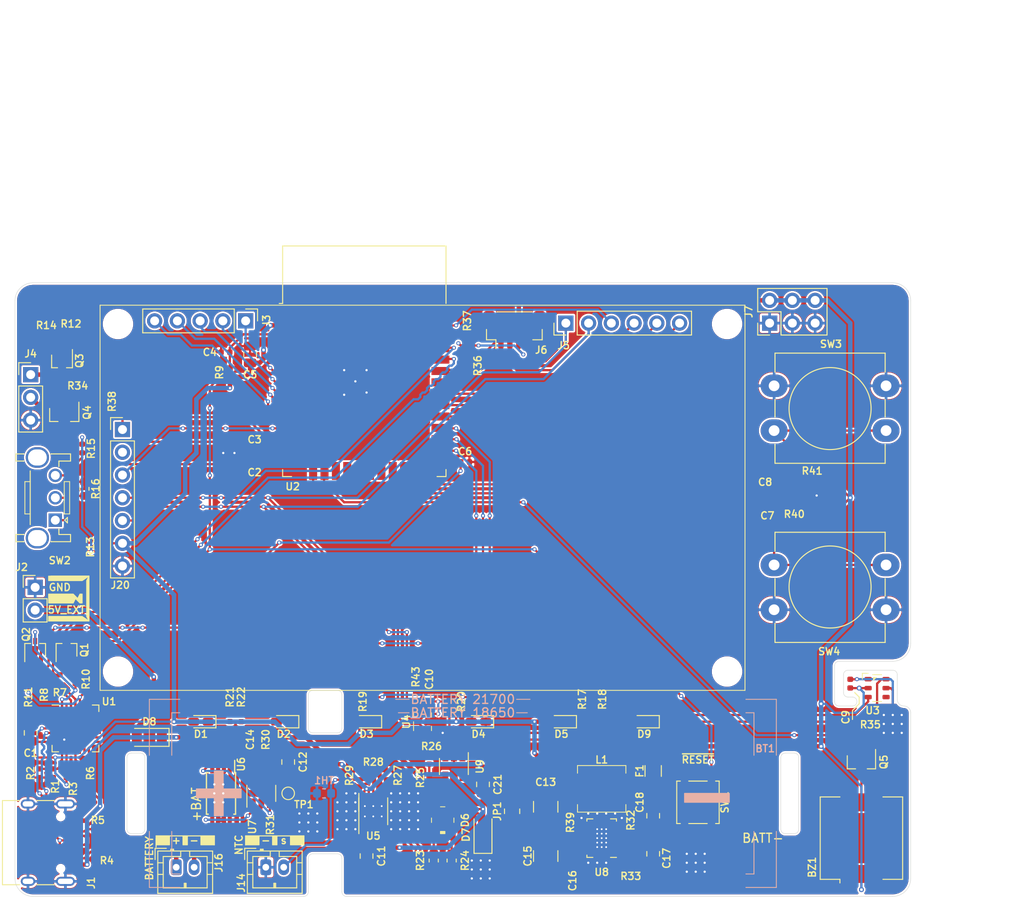
<source format=kicad_pcb>
(kicad_pcb (version 20171130) (host pcbnew "(5.1.6)-1")
  (layers (0 F.Cu signal) (31 B.Cu signal) (34 B.Paste user) (35 F.Paste user) (36 B.SilkS user) (37 F.SilkS user) (38 B.Mask user) (39 F.Mask user) (44 Edge.Cuts user))
  (net 0 "")
  (net 1 GND)
  (net 2 /5V_USB)
  (net 3 "Net-(D1-Pad1)")
  (net 4 /5V_EXT)
  (net 5 "Net-(R1-Pad2)")
  (net 6 "Net-(R3-Pad2)")
  (net 7 "Net-(R6-Pad1)")
  (net 8 "Net-(TP1-Pad1)")
  (net 9 "Net-(J1-PadB5)")
  (net 10 "Net-(J1-PadA8)")
  (net 11 "Net-(J1-PadA5)")
  (net 12 "Net-(J1-PadB8)")
  (net 13 "Net-(U2-Pad4)")
  (net 14 "Net-(U2-Pad5)")
  (net 15 "/USB + BACKUP/VBATT")
  (net 16 "Net-(BZ1-Pad2)")
  (net 17 +3V3)
  (net 18 /~BOOT~)
  (net 19 "Net-(C14-Pad1)")
  (net 20 "/USB + BACKUP/3V3_SYSTEM")
  (net 21 "Net-(D6-Pad1)")
  (net 22 "Net-(D6-Pad2)")
  (net 23 /D+)
  (net 24 /D-)
  (net 25 "Net-(L1-Pad1)")
  (net 26 "Net-(L1-Pad2)")
  (net 27 "Net-(Q1-Pad1)")
  (net 28 /~RTS)
  (net 29 /~RESET~)
  (net 30 "Net-(Q2-Pad1)")
  (net 31 /~DTR)
  (net 32 /RX0)
  (net 33 /RX)
  (net 34 /TX0)
  (net 35 /TX)
  (net 36 "/USB + BACKUP/FB")
  (net 37 "Net-(U1-Pad1)")
  (net 38 "Net-(U1-Pad2)")
  (net 39 "Net-(U1-Pad10)")
  (net 40 "Net-(U1-Pad12)")
  (net 41 "Net-(U1-Pad13)")
  (net 42 "Net-(U1-Pad14)")
  (net 43 "Net-(U1-Pad15)")
  (net 44 "Net-(U1-Pad16)")
  (net 45 "Net-(U1-Pad17)")
  (net 46 "Net-(U1-Pad18)")
  (net 47 "Net-(U1-Pad19)")
  (net 48 "Net-(U1-Pad20)")
  (net 49 "Net-(U1-Pad21)")
  (net 50 "Net-(U1-Pad22)")
  (net 51 "Net-(U1-Pad23)")
  (net 52 "Net-(U1-Pad27)")
  (net 53 /pin34)
  (net 54 /pin35)
  (net 55 /pin32)
  (net 56 /pin33)
  (net 57 /pin25)
  (net 58 "Net-(U2-Pad17)")
  (net 59 "Net-(U2-Pad18)")
  (net 60 "Net-(U2-Pad19)")
  (net 61 "Net-(U2-Pad20)")
  (net 62 "Net-(U2-Pad21)")
  (net 63 "Net-(U2-Pad22)")
  (net 64 "Net-(U2-Pad32)")
  (net 65 "Net-(U4-Pad3)")
  (net 66 "Net-(U5-Pad7)")
  (net 67 "Net-(U6-Pad4)")
  (net 68 "Net-(U6-Pad5)")
  (net 69 "Net-(U8-Pad14)")
  (net 70 "/USB + BACKUP/DCDC_IN")
  (net 71 "Net-(C14-Pad2)")
  (net 72 "Net-(C16-Pad1)")
  (net 73 "Net-(D2-Pad2)")
  (net 74 "Net-(D3-Pad1)")
  (net 75 "Net-(D4-Pad2)")
  (net 76 "Net-(D5-Pad1)")
  (net 77 "/USB + BACKUP/NTC")
  (net 78 "/USB + BACKUP/BATT_EN")
  (net 79 "/USB + BACKUP/ST_lLED2")
  (net 80 "/USB + BACKUP/ST_lLED1")
  (net 81 "/USB + BACKUP/IPROG")
  (net 82 "Net-(R28-Pad1)")
  (net 83 "Net-(R31-Pad2)")
  (net 84 "/USB + BACKUP/COM")
  (net 85 "/USB + BACKUP/B-")
  (net 86 "Net-(Q3-Pad1)")
  (net 87 "Net-(U9-Pad3)")
  (net 88 "Net-(Q3-Pad3)")
  (net 89 /CHA)
  (net 90 /CHB)
  (net 91 /~USER2~)
  (net 92 /~USER1~)
  (net 93 /CS)
  (net 94 /SCK)
  (net 95 /MISO)
  (net 96 /MOSI)
  (net 97 /Vin)
  (net 98 "Net-(J4-Pad2)")
  (net 99 /OLED_~RST~)
  (net 100 /SCL)
  (net 101 "Net-(J20-Pad2)")
  (net 102 /SDA)
  (net 103 "Net-(J20-Pad1)")
  (net 104 /BUZZ)
  (net 105 /MOSFET)
  (net 106 "Net-(R16-Pad1)")
  (net 107 /LED3&4)
  (net 108 /LED1&2)
  (net 109 "Net-(U3-Pad6)")
  (net 110 "/USB + BACKUP/BATT_OUT")
  (net 111 "Net-(D9-Pad2)")
  (net 112 /LED5&6)
  (net 113 "Net-(R43-Pad1)")
  (net 114 "Net-(U3-Pad1)")
  (module PSE_package:BATT_18650_21700 (layer F.Cu) (at 87.75 127.25)
    (fp_text reference BT1 (at 33.75 -5) (layer B.SilkS) (effects (font (size 0.8 0.8) (thickness 0.153))))
    (fp_text value Battery_Cell)
    (fp_text user "BATTERY 18650" (at 0 -9) (layer B.SilkS))
    (fp_text user "BATTERY 21700" (at 0 -10.5) (layer B.SilkS))
    (fp_text user BATT- (at 33.5 5 180) (layer F.SilkS))
    (fp_text user +BAT (at -29.75 1.25 270) (layer F.SilkS))
    (pad 1 smd roundrect (at -33 0) (size 4.5 8) (layers F.Cu F.Paste F.Mask) (roundrect_rratio 0.077) (net 15 "/USB + BACKUP/VBATT"))
    (pad 2 smd roundrect (at 33 0) (size 4.5 8) (layers F.Cu F.Paste F.Mask) (roundrect_rratio 0.077) (net 85 "/USB + BACKUP/B-"))
  )
  (module PSE_package:OLED (layer F.Cu) (at 49.75 94.25 270)
    (fp_text reference J20 (at 9.75 0.25 180) (layer F.SilkS) (effects (font (size 0.8 0.8) (thickness 0.153))))
    (fp_text value OLED_DISPLAY)
    (pad "" np_thru_hole circle (at -19.4 -67.5 270) (size 3 3) (drill 3) (layers *.Cu *.Mask))
    (pad "" np_thru_hole circle (at 19.4 -67.5 270) (size 3 3) (drill 3) (layers *.Cu *.Mask))
    (pad "" np_thru_hole circle (at 19.4 0.5 270) (size 3 3) (drill 3) (layers *.Cu *.Mask))
    (pad "" np_thru_hole circle (at -19.4 0.5 270) (size 3 3) (drill 3) (layers *.Cu *.Mask))
    (pad 1 thru_hole rect (at -7.62 0) (size 1.7 1.7) (drill 1) (layers *.Cu *.Mask) (net 103 "Net-(J20-Pad1)"))
    (pad 4 thru_hole oval (at 0 0) (size 1.7 1.7) (drill 1) (layers *.Cu *.Mask) (net 102 /SDA))
    (pad 2 thru_hole oval (at -5.08 0) (size 1.7 1.7) (drill 1) (layers *.Cu *.Mask) (net 101 "Net-(J20-Pad2)"))
    (pad 5 thru_hole oval (at 2.54 0) (size 1.7 1.7) (drill 1) (layers *.Cu *.Mask) (net 100 /SCL))
    (pad 6 thru_hole oval (at 5.08 0) (size 1.7 1.7) (drill 1) (layers *.Cu *.Mask) (net 17 +3V3))
    (pad 3 thru_hole oval (at -2.54 0) (size 1.7 1.7) (drill 1) (layers *.Cu *.Mask) (net 99 /OLED_~RST~))
    (pad 7 thru_hole oval (at 7.62 0) (size 1.7 1.7) (drill 1) (layers *.Cu *.Mask) (net 1 GND))
  )
  (module Resistor_SMD:R_0402_1005Metric (layer F.Cu) (at 65.75 123.5 90)
    (fp_text reference R30 (at 2.25 0 90) (layer F.SilkS) (effects (font (size 0.8 0.8) (thickness 0.153))))
    (fp_text value 100)
    (pad 2 smd roundrect (at 0.485 0 90) (size 0.59 0.64) (layers F.Cu F.Paste F.Mask) (net 15 "/USB + BACKUP/VBATT"))
    (pad 1 smd roundrect (at -0.485 0 90) (size 0.59 0.64) (layers F.Cu F.Paste F.Mask) (net 71 "Net-(C14-Pad2)"))
  )
  (module Capacitor_SMD:C_0805_2012Metric (layer F.Cu) (at 68.25 123.75 270)
    (fp_text reference C12 (at 0 -1.65 90) (layer F.SilkS) (effects (font (size 0.8 0.8) (thickness 0.153))))
    (fp_text value 1uF)
    (pad 2 smd roundrect (at 0.9375 0 270) (size 0.975 1.4) (layers F.Cu F.Paste F.Mask) (net 1 GND))
    (pad 1 smd roundrect (at -0.9375 0 270) (size 0.975 1.4) (layers F.Cu F.Paste F.Mask) (net 15 "/USB + BACKUP/VBATT"))
  )
  (module Resistor_SMD:R_0402_1005Metric (layer F.Cu) (at 42 125 90)
    (fp_text reference R1 (at -1.5 0.25 90) (layer F.SilkS) (effects (font (size 0.8 0.8) (thickness 0.153))))
    (fp_text value 22K)
    (pad 2 smd roundrect (at 0.485 0 90) (size 0.59 0.64) (layers F.Cu F.Paste F.Mask) (net 5 "Net-(R1-Pad2)"))
    (pad 1 smd roundrect (at -0.485 0 90) (size 0.59 0.64) (layers F.Cu F.Paste F.Mask) (net 2 /5V_USB))
  )
  (module Resistor_SMD:R_0402_1005Metric (layer F.Cu) (at 40.5 125 270)
    (fp_text reference R2 (at 0 1 90) (layer F.SilkS) (effects (font (size 0.8 0.8) (thickness 0.153))))
    (fp_text value 47K)
    (pad 2 smd roundrect (at 0.485 0 270) (size 0.59 0.64) (layers F.Cu F.Paste F.Mask) (net 1 GND))
    (pad 1 smd roundrect (at -0.485 0 270) (size 0.59 0.64) (layers F.Cu F.Paste F.Mask) (net 5 "Net-(R1-Pad2)"))
  )
  (module Resistor_SMD:R_0402_1005Metric (layer F.Cu) (at 45 125 270)
    (fp_text reference R6 (at 0 -1.17 90) (layer F.SilkS) (effects (font (size 0.8 0.8) (thickness 0.153))))
    (fp_text value 10K)
    (pad 2 smd roundrect (at 0.485 0 270) (size 0.59 0.64) (layers F.Cu F.Paste F.Mask) (net 1 GND))
    (pad 1 smd roundrect (at -0.485 0 270) (size 0.59 0.64) (layers F.Cu F.Paste F.Mask) (net 7 "Net-(R6-Pad1)"))
  )
  (module Resistor_SMD:R_0603_1608Metric (layer B.Cu) (at 72.25 127.25 180)
    (fp_text reference TH1 (at 0 1.43) (layer B.SilkS) (effects (font (size 0.8 0.8) (thickness 0.153)) (justify mirror)))
    (fp_text value NTC)
    (pad 2 smd roundrect (at 0.7875 0 180) (size 0.875 0.95) (layers B.Cu B.Paste B.Mask) (net 1 GND))
    (pad 1 smd roundrect (at -0.7875 0 180) (size 0.875 0.95) (layers B.Cu B.Paste B.Mask) (net 77 "/USB + BACKUP/NTC"))
  )
  (module TestPoint:TestPoint_Pad_D1.0mm (layer F.Cu) (at 68.25 127.25)
    (fp_text reference TP1 (at 1.75 1.25) (layer F.SilkS) (effects (font (size 0.8 0.8) (thickness 0.153))))
    (fp_text value TestPoint)
    (pad 1 smd circle (at 0 0) (size 1 1) (layers F.Cu F.Mask) (net 8 "Net-(TP1-Pad1)"))
  )
  (module Capacitor_SMD:C_0402_1005Metric (layer F.Cu) (at 61.25 78 180)
    (fp_text reference C4 (at 1.75 0) (layer F.SilkS) (effects (font (size 0.8 0.8) (thickness 0.153))))
    (fp_text value 100nF)
    (pad 2 smd roundrect (at 0.485 0 180) (size 0.59 0.64) (layers F.Cu F.Paste F.Mask) (net 1 GND))
    (pad 1 smd roundrect (at -0.485 0 180) (size 0.59 0.64) (layers F.Cu F.Paste F.Mask) (net 29 /~RESET~))
  )
  (module Connector_USB:USB_C_Receptacle_HRO_TYPE-C-31-M-12 (layer F.Cu) (at 40.25 132.75 270)
    (fp_text reference J1 (at 4.5 -6 90) (layer F.SilkS) (effects (font (size 0.8 0.8) (thickness 0.153))))
    (fp_text value USB_C_Receptacle_USB2.0)
    (pad B1 smd rect (at 3.25 -4.045 270) (size 0.6 1.45) (layers F.Cu F.Paste F.Mask) (net 1 GND))
    (pad A9 smd rect (at 2.45 -4.045 270) (size 0.6 1.45) (layers F.Cu F.Paste F.Mask) (net 2 /5V_USB))
    (pad B9 smd rect (at -2.45 -4.045 270) (size 0.6 1.45) (layers F.Cu F.Paste F.Mask) (net 2 /5V_USB))
    (pad B12 smd rect (at -3.25 -4.045 270) (size 0.6 1.45) (layers F.Cu F.Paste F.Mask) (net 1 GND))
    (pad A1 smd rect (at -3.25 -4.045 270) (size 0.6 1.45) (layers F.Cu F.Paste F.Mask) (net 1 GND))
    (pad A4 smd rect (at -2.45 -4.045 270) (size 0.6 1.45) (layers F.Cu F.Paste F.Mask) (net 2 /5V_USB))
    (pad B4 smd rect (at 2.45 -4.045 270) (size 0.6 1.45) (layers F.Cu F.Paste F.Mask) (net 2 /5V_USB))
    (pad A12 smd rect (at 3.25 -4.045 270) (size 0.6 1.45) (layers F.Cu F.Paste F.Mask) (net 1 GND))
    (pad B8 smd rect (at -1.75 -4.045 270) (size 0.3 1.45) (layers F.Cu F.Paste F.Mask) (net 12 "Net-(J1-PadB8)"))
    (pad A5 smd rect (at -1.25 -4.045 270) (size 0.3 1.45) (layers F.Cu F.Paste F.Mask) (net 11 "Net-(J1-PadA5)"))
    (pad B7 smd rect (at -0.75 -4.045 270) (size 0.3 1.45) (layers F.Cu F.Paste F.Mask) (net 24 /D-))
    (pad A7 smd rect (at 0.25 -4.045 270) (size 0.3 1.45) (layers F.Cu F.Paste F.Mask) (net 24 /D-))
    (pad B6 smd rect (at 0.75 -4.045 270) (size 0.3 1.45) (layers F.Cu F.Paste F.Mask) (net 23 /D+))
    (pad A8 smd rect (at 1.25 -4.045 270) (size 0.3 1.45) (layers F.Cu F.Paste F.Mask) (net 10 "Net-(J1-PadA8)"))
    (pad B5 smd rect (at 1.75 -4.045 270) (size 0.3 1.45) (layers F.Cu F.Paste F.Mask) (net 9 "Net-(J1-PadB5)"))
    (pad A6 smd rect (at -0.25 -4.045 270) (size 0.3 1.45) (layers F.Cu F.Paste F.Mask) (net 23 /D+))
    (pad S1 thru_hole oval (at 4.32 -3.13 270) (size 1 2.1) (drill oval 0.6 1.7) (layers *.Cu *.Mask) (net 1 GND))
    (pad S1 thru_hole oval (at -4.32 -3.13 270) (size 1 2.1) (drill oval 0.6 1.7) (layers *.Cu *.Mask) (net 1 GND))
    (pad "" np_thru_hole circle (at -2.89 -2.6 270) (size 0.65 0.65) (drill 0.65) (layers *.Cu *.Mask))
    (pad S1 thru_hole oval (at -4.32 1.05 270) (size 1 1.6) (drill oval 0.6 1.2) (layers *.Cu *.Mask) (net 1 GND))
    (pad "" np_thru_hole circle (at 2.89 -2.6 270) (size 0.65 0.65) (drill 0.65) (layers *.Cu *.Mask))
    (pad S1 thru_hole oval (at 4.32 1.05 270) (size 1 1.6) (drill oval 0.6 1.2) (layers *.Cu *.Mask) (net 1 GND))
  )
  (module Connector_PinHeader_2.54mm:PinHeader_1x02_P2.54mm_Vertical (layer F.Cu) (at 40 104.25)
    (fp_text reference J2 (at -1.5 -2.25) (layer F.SilkS) (effects (font (size 0.8 0.8) (thickness 0.153))))
    (fp_text value EXT_5V)
    (pad 2 thru_hole oval (at 0 2.54) (size 1.7 1.7) (drill 1) (layers *.Cu *.Mask) (net 4 /5V_EXT))
    (pad 1 thru_hole rect (at 0 0) (size 1.7 1.7) (drill 1) (layers *.Cu *.Mask) (net 1 GND))
  )
  (module PSE_package:L_5.4x5.2x2.8mm (layer F.Cu) (at 103.25 126.75)
    (fp_text reference L1 (at 0 -3.25) (layer F.SilkS) (effects (font (size 0.8 0.8) (thickness 0.153))))
    (fp_text value 1.0uH@4.9mOhm)
    (pad 2 smd roundrect (at 2 0) (size 2 2.5) (layers F.Cu F.Paste F.Mask) (net 26 "Net-(L1-Pad2)"))
    (pad 1 smd roundrect (at -2 0) (size 2 2.5) (layers F.Cu F.Paste F.Mask) (net 25 "Net-(L1-Pad1)"))
  )
  (module Resistor_SMD:R_0402_1005Metric (layer F.Cu) (at 47 131.25)
    (fp_text reference R5 (at 0 -1) (layer F.SilkS) (effects (font (size 0.8 0.8) (thickness 0.153))))
    (fp_text value 100K)
    (pad 2 smd roundrect (at 0.485 0) (size 0.59 0.64) (layers F.Cu F.Paste F.Mask) (net 1 GND))
    (pad 1 smd roundrect (at -0.485 0) (size 0.59 0.64) (layers F.Cu F.Paste F.Mask) (net 11 "Net-(J1-PadA5)"))
  )
  (module Resistor_SMD:R_0402_1005Metric (layer F.Cu) (at 42.75 114.5 270)
    (fp_text reference R7 (at 1.5 0 180) (layer F.SilkS) (effects (font (size 0.8 0.8) (thickness 0.153))))
    (fp_text value 0)
    (pad 2 smd roundrect (at 0.485 0 270) (size 0.59 0.64) (layers F.Cu F.Paste F.Mask) (net 33 /RX))
    (pad 1 smd roundrect (at -0.485 0 270) (size 0.59 0.64) (layers F.Cu F.Paste F.Mask) (net 32 /RX0))
  )
  (module Fuse:Fuse_1206_3216Metric (layer F.Cu) (at 109 124.75 270)
    (fp_text reference F1 (at 0 1.5 90) (layer F.SilkS) (effects (font (size 0.8 0.8) (thickness 0.153))))
    (fp_text value 2A)
    (pad 2 smd roundrect (at 1.4 0 270) (size 1.25 1.75) (layers F.Cu F.Paste F.Mask) (roundrect_rratio 0.2) (net 20 "/USB + BACKUP/3V3_SYSTEM"))
    (pad 1 smd roundrect (at -1.4 0 270) (size 1.25 1.75) (layers F.Cu F.Paste F.Mask) (roundrect_rratio 0.2) (net 17 +3V3))
  )
  (module Package_TO_SOT_SMD:SOT-323_SC-70 (layer F.Cu) (at 43.5 111.25 90)
    (fp_text reference Q1 (at 0 2 90) (layer F.SilkS) (effects (font (size 0.8 0.8) (thickness 0.153))))
    (fp_text value SS8050)
    (pad 3 smd rect (at 1 0) (size 0.45 0.7) (layers F.Cu F.Paste F.Mask) (net 29 /~RESET~))
    (pad 2 smd rect (at -1 0.65) (size 0.45 0.7) (layers F.Cu F.Paste F.Mask) (net 28 /~RTS))
    (pad 1 smd rect (at -1 -0.65) (size 0.45 0.7) (layers F.Cu F.Paste F.Mask) (net 27 "Net-(Q1-Pad1)"))
  )
  (module Resistor_SMD:R_0402_1005Metric (layer F.Cu) (at 41 114.5 270)
    (fp_text reference R8 (at 1.75 0 90) (layer F.SilkS) (effects (font (size 0.8 0.8) (thickness 0.153))))
    (fp_text value 0)
    (pad 2 smd roundrect (at 0.485 0 270) (size 0.59 0.64) (layers F.Cu F.Paste F.Mask) (net 35 /TX))
    (pad 1 smd roundrect (at -0.485 0 270) (size 0.59 0.64) (layers F.Cu F.Paste F.Mask) (net 34 /TX0))
  )
  (module Resistor_SMD:R_0402_1005Metric (layer F.Cu) (at 61.75 80.25 90)
    (fp_text reference R9 (at 0 -1.17 90) (layer F.SilkS) (effects (font (size 0.8 0.8) (thickness 0.153))))
    (fp_text value 100K)
    (pad 2 smd roundrect (at 0.485 0 90) (size 0.59 0.64) (layers F.Cu F.Paste F.Mask) (net 29 /~RESET~))
    (pad 1 smd roundrect (at -0.485 0 90) (size 0.59 0.64) (layers F.Cu F.Paste F.Mask) (net 17 +3V3))
  )
  (module Resistor_SMD:R_0402_1005Metric (layer F.Cu) (at 44.5 114.5 270)
    (fp_text reference R10 (at 0 -1.17 90) (layer F.SilkS) (effects (font (size 0.8 0.8) (thickness 0.153))))
    (fp_text value 10K)
    (pad 2 smd roundrect (at 0.485 0 270) (size 0.59 0.64) (layers F.Cu F.Paste F.Mask) (net 31 /~DTR))
    (pad 1 smd roundrect (at -0.485 0 270) (size 0.59 0.64) (layers F.Cu F.Paste F.Mask) (net 27 "Net-(Q1-Pad1)"))
  )
  (module Resistor_SMD:R_0402_1005Metric (layer F.Cu) (at 39.25 114.5 270)
    (fp_text reference R11 (at 2 0 90) (layer F.SilkS) (effects (font (size 0.8 0.8) (thickness 0.153))))
    (fp_text value 10K)
    (pad 2 smd roundrect (at 0.485 0 270) (size 0.59 0.64) (layers F.Cu F.Paste F.Mask) (net 28 /~RTS))
    (pad 1 smd roundrect (at -0.485 0 270) (size 0.59 0.64) (layers F.Cu F.Paste F.Mask) (net 30 "Net-(Q2-Pad1)"))
  )
  (module Capacitor_SMD:C_0402_1005Metric (layer F.Cu) (at 88 90.25)
    (fp_text reference C6 (at 0 -1.17) (layer F.SilkS) (effects (font (size 0.8 0.8) (thickness 0.153))))
    (fp_text value 100nF)
    (pad 2 smd roundrect (at 0.485 0) (size 0.59 0.64) (layers F.Cu F.Paste F.Mask) (net 1 GND))
    (pad 1 smd roundrect (at -0.485 0) (size 0.59 0.64) (layers F.Cu F.Paste F.Mask) (net 18 /~BOOT~))
  )
  (module Capacitor_SMD:C_1210_3225Metric (layer F.Cu) (at 97 128.75 90)
    (fp_text reference C13 (at 2.75 0 180) (layer F.SilkS) (effects (font (size 0.8 0.8) (thickness 0.153))))
    (fp_text value 22uF)
    (pad 2 smd roundrect (at 1.4 0 90) (size 1.25 2.65) (layers F.Cu F.Paste F.Mask) (roundrect_rratio 0.2) (net 1 GND))
    (pad 1 smd roundrect (at -1.4 0 90) (size 1.25 2.65) (layers F.Cu F.Paste F.Mask) (roundrect_rratio 0.2) (net 70 "/USB + BACKUP/DCDC_IN"))
  )
  (module PSE_package:11-22_S0MD_LED_EVERLIGHT (layer F.Cu) (at 85.5 130.25 90)
    (fp_text reference D6 (at 0 2.5 90) (layer F.SilkS) (effects (font (size 0.8 0.8) (thickness 0.153))))
    (fp_text value LED_DUAL_COLOR)
    (pad 3 smd roundrect (at 1.35 -0.925 90) (size 1.7 1.05) (layers F.Cu F.Paste F.Mask) (net 2 /5V_USB))
    (pad 4 smd roundrect (at 1.35 0.925 90) (size 1.7 1.05) (layers F.Cu F.Paste F.Mask) (net 2 /5V_USB))
    (pad 2 smd roundrect (at -1.35 -0.925 90) (size 1.7 1.05) (layers F.Cu F.Paste F.Mask) (net 22 "Net-(D6-Pad2)"))
    (pad 1 smd roundrect (at -1.35 0.925 90) (size 1.7 1.05) (layers F.Cu F.Paste F.Mask) (net 21 "Net-(D6-Pad1)"))
  )
  (module Package_TO_SOT_SMD:SOT-323_SC-70 (layer F.Cu) (at 40 111.25 90)
    (fp_text reference Q2 (at 1.75 -1 90) (layer F.SilkS) (effects (font (size 0.8 0.8) (thickness 0.153))))
    (fp_text value SS8050)
    (pad 3 smd rect (at 1 0) (size 0.45 0.7) (layers F.Cu F.Paste F.Mask) (net 31 /~DTR))
    (pad 2 smd rect (at -1 0.65) (size 0.45 0.7) (layers F.Cu F.Paste F.Mask) (net 18 /~BOOT~))
    (pad 1 smd rect (at -1 -0.65) (size 0.45 0.7) (layers F.Cu F.Paste F.Mask) (net 30 "Net-(Q2-Pad1)"))
  )
  (module Resistor_SMD:R_0402_1005Metric (layer F.Cu) (at 43.5 125 90)
    (fp_text reference R3 (at -1.75 0.75 90) (layer F.SilkS) (effects (font (size 0.8 0.8) (thickness 0.153))))
    (fp_text value 2K)
    (pad 2 smd roundrect (at 0.485 0 90) (size 0.59 0.64) (layers F.Cu F.Paste F.Mask) (net 6 "Net-(R3-Pad2)"))
    (pad 1 smd roundrect (at -0.485 0 90) (size 0.59 0.64) (layers F.Cu F.Paste F.Mask) (net 17 +3V3))
  )
  (module Resistor_SMD:R_0402_1005Metric (layer F.Cu) (at 47.25 133.75)
    (fp_text reference R4 (at 0.75 1) (layer F.SilkS) (effects (font (size 0.8 0.8) (thickness 0.153))))
    (fp_text value 100K)
    (pad 2 smd roundrect (at 0.485 0) (size 0.59 0.64) (layers F.Cu F.Paste F.Mask) (net 1 GND))
    (pad 1 smd roundrect (at -0.485 0) (size 0.59 0.64) (layers F.Cu F.Paste F.Mask) (net 9 "Net-(J1-PadB5)"))
  )
  (module Resistor_SMD:R_0603_1608Metric (layer F.Cu) (at 84.5 134.75 270)
    (fp_text reference R23 (at 0 1.5 90) (layer F.SilkS) (effects (font (size 0.8 0.8) (thickness 0.153))))
    (fp_text value 240)
    (pad 2 smd roundrect (at 0.7875 0 270) (size 0.875 0.95) (layers F.Cu F.Paste F.Mask) (net 79 "/USB + BACKUP/ST_lLED2"))
    (pad 1 smd roundrect (at -0.7875 0 270) (size 0.875 0.95) (layers F.Cu F.Paste F.Mask) (net 22 "Net-(D6-Pad2)"))
  )
  (module Resistor_SMD:R_0603_1608Metric (layer F.Cu) (at 86.5 134.75 90)
    (fp_text reference R24 (at 0 1.5 90) (layer F.SilkS) (effects (font (size 0.8 0.8) (thickness 0.153))))
    (fp_text value 240)
    (pad 2 smd roundrect (at 0.7875 0 90) (size 0.875 0.95) (layers F.Cu F.Paste F.Mask) (net 21 "Net-(D6-Pad1)"))
    (pad 1 smd roundrect (at -0.7875 0 90) (size 0.875 0.95) (layers F.Cu F.Paste F.Mask) (net 80 "/USB + BACKUP/ST_lLED1"))
  )
  (module Resistor_SMD:R_0402_1005Metric (layer F.Cu) (at 84 126 90)
    (fp_text reference R25 (at 0.5 -1 90) (layer F.SilkS) (effects (font (size 0.8 0.8) (thickness 0.153))))
    (fp_text value 10K)
    (pad 2 smd roundrect (at 0.485 0 90) (size 0.59 0.64) (layers F.Cu F.Paste F.Mask) (net 78 "/USB + BACKUP/BATT_EN"))
    (pad 1 smd roundrect (at -0.485 0 90) (size 0.59 0.64) (layers F.Cu F.Paste F.Mask) (net 2 /5V_USB))
  )
  (module Resistor_SMD:R_0402_1005Metric (layer F.Cu) (at 84 123.5 90)
    (fp_text reference R26 (at 1.5 0.25) (layer F.SilkS) (effects (font (size 0.8 0.8) (thickness 0.153))))
    (fp_text value 100K)
    (pad 2 smd roundrect (at 0.485 0 90) (size 0.59 0.64) (layers F.Cu F.Paste F.Mask) (net 1 GND))
    (pad 1 smd roundrect (at -0.485 0 90) (size 0.59 0.64) (layers F.Cu F.Paste F.Mask) (net 78 "/USB + BACKUP/BATT_EN"))
  )
  (module Resistor_SMD:R_0402_1005Metric (layer F.Cu) (at 79.25 125.25 90)
    (fp_text reference R27 (at 0 1.25 90) (layer F.SilkS) (effects (font (size 0.8 0.8) (thickness 0.153))))
    (fp_text value 2K)
    (pad 2 smd roundrect (at 0.485 0 90) (size 0.59 0.64) (layers F.Cu F.Paste F.Mask) (net 1 GND))
    (pad 1 smd roundrect (at -0.485 0 90) (size 0.59 0.64) (layers F.Cu F.Paste F.Mask) (net 81 "/USB + BACKUP/IPROG"))
  )
  (module Resistor_SMD:R_0402_1005Metric (layer F.Cu) (at 77.75 125.25 90)
    (fp_text reference R28 (at 1.5 0 180) (layer F.SilkS) (effects (font (size 0.8 0.8) (thickness 0.153))))
    (fp_text value 240)
    (pad 2 smd roundrect (at 0.485 0 90) (size 0.59 0.64) (layers F.Cu F.Paste F.Mask) (net 77 "/USB + BACKUP/NTC"))
    (pad 1 smd roundrect (at -0.485 0 90) (size 0.59 0.64) (layers F.Cu F.Paste F.Mask) (net 82 "Net-(R28-Pad1)"))
  )
  (module Resistor_SMD:R_0402_1005Metric (layer F.Cu) (at 76.25 125.25 90)
    (fp_text reference R29 (at 0 -1.17 90) (layer F.SilkS) (effects (font (size 0.8 0.8) (thickness 0.153))))
    (fp_text value 150K)
    (pad 2 smd roundrect (at 0.485 0 90) (size 0.59 0.64) (layers F.Cu F.Paste F.Mask) (net 1 GND))
    (pad 1 smd roundrect (at -0.485 0 90) (size 0.59 0.64) (layers F.Cu F.Paste F.Mask) (net 77 "/USB + BACKUP/NTC"))
  )
  (module Resistor_SMD:R_0402_1005Metric (layer F.Cu) (at 65.25 130.75 90)
    (fp_text reference R31 (at 0 1 90) (layer F.SilkS) (effects (font (size 0.8 0.8) (thickness 0.153))))
    (fp_text value 1K)
    (pad 2 smd roundrect (at 0.485 0 90) (size 0.59 0.64) (layers F.Cu F.Paste F.Mask) (net 83 "Net-(R31-Pad2)"))
    (pad 1 smd roundrect (at -0.485 0 90) (size 0.59 0.64) (layers F.Cu F.Paste F.Mask) (net 1 GND))
  )
  (module Resistor_SMD:R_0402_1005Metric (layer F.Cu) (at 106.5 132.5 90)
    (fp_text reference R32 (at 2.25 0 90) (layer F.SilkS) (effects (font (size 0.8 0.8) (thickness 0.153))))
    (fp_text value 1M)
    (pad 2 smd roundrect (at 0.485 0 90) (size 0.59 0.64) (layers F.Cu F.Paste F.Mask) (net 20 "/USB + BACKUP/3V3_SYSTEM"))
    (pad 1 smd roundrect (at -0.485 0 90) (size 0.59 0.64) (layers F.Cu F.Paste F.Mask) (net 36 "/USB + BACKUP/FB"))
  )
  (module Resistor_SMD:R_0402_1005Metric (layer F.Cu) (at 106.5 135 90)
    (fp_text reference R33 (at -1.5 0 180) (layer F.SilkS) (effects (font (size 0.8 0.8) (thickness 0.153))))
    (fp_text value 180K)
    (pad 2 smd roundrect (at 0.485 0 90) (size 0.59 0.64) (layers F.Cu F.Paste F.Mask) (net 36 "/USB + BACKUP/FB"))
    (pad 1 smd roundrect (at -0.485 0 90) (size 0.59 0.64) (layers F.Cu F.Paste F.Mask) (net 1 GND))
  )
  (module Package_DFN_QFN:QFN-28-1EP_5x5mm_P0.5mm_EP3.35x3.35mm (layer F.Cu) (at 44.5 120)
    (fp_text reference U1 (at 3.75 -3) (layer F.SilkS) (effects (font (size 0.8 0.8) (thickness 0.153))))
    (fp_text value CP2102N-A01-GQFN28)
    (pad 28 smd roundrect (at -1.5 -2.45) (size 0.25 0.8) (layers F.Cu F.Paste F.Mask) (net 31 /~DTR))
    (pad 27 smd roundrect (at -1 -2.45) (size 0.25 0.8) (layers F.Cu F.Paste F.Mask) (net 52 "Net-(U1-Pad27)"))
    (pad 26 smd roundrect (at -0.5 -2.45) (size 0.25 0.8) (layers F.Cu F.Paste F.Mask) (net 35 /TX))
    (pad 25 smd roundrect (at 0 -2.45) (size 0.25 0.8) (layers F.Cu F.Paste F.Mask) (net 33 /RX))
    (pad 24 smd roundrect (at 0.5 -2.45) (size 0.25 0.8) (layers F.Cu F.Paste F.Mask) (net 28 /~RTS))
    (pad 23 smd roundrect (at 1 -2.45) (size 0.25 0.8) (layers F.Cu F.Paste F.Mask) (net 51 "Net-(U1-Pad23)"))
    (pad 22 smd roundrect (at 1.5 -2.45) (size 0.25 0.8) (layers F.Cu F.Paste F.Mask) (net 50 "Net-(U1-Pad22)"))
    (pad 21 smd roundrect (at 2.45 -1.5) (size 0.8 0.25) (layers F.Cu F.Paste F.Mask) (net 49 "Net-(U1-Pad21)"))
    (pad 20 smd roundrect (at 2.45 -1) (size 0.8 0.25) (layers F.Cu F.Paste F.Mask) (net 48 "Net-(U1-Pad20)"))
    (pad 19 smd roundrect (at 2.45 -0.5) (size 0.8 0.25) (layers F.Cu F.Paste F.Mask) (net 47 "Net-(U1-Pad19)"))
    (pad 18 smd roundrect (at 2.45 0) (size 0.8 0.25) (layers F.Cu F.Paste F.Mask) (net 46 "Net-(U1-Pad18)"))
    (pad 17 smd roundrect (at 2.45 0.5) (size 0.8 0.25) (layers F.Cu F.Paste F.Mask) (net 45 "Net-(U1-Pad17)"))
    (pad 16 smd roundrect (at 2.45 1) (size 0.8 0.25) (layers F.Cu F.Paste F.Mask) (net 44 "Net-(U1-Pad16)"))
    (pad 15 smd roundrect (at 2.45 1.5) (size 0.8 0.25) (layers F.Cu F.Paste F.Mask) (net 43 "Net-(U1-Pad15)"))
    (pad 14 smd roundrect (at 1.5 2.45) (size 0.25 0.8) (layers F.Cu F.Paste F.Mask) (net 42 "Net-(U1-Pad14)"))
    (pad 13 smd roundrect (at 1 2.45) (size 0.25 0.8) (layers F.Cu F.Paste F.Mask) (net 41 "Net-(U1-Pad13)"))
    (pad 12 smd roundrect (at 0.5 2.45) (size 0.25 0.8) (layers F.Cu F.Paste F.Mask) (net 40 "Net-(U1-Pad12)"))
    (pad 11 smd roundrect (at 0 2.45) (size 0.25 0.8) (layers F.Cu F.Paste F.Mask) (net 7 "Net-(R6-Pad1)"))
    (pad 10 smd roundrect (at -0.5 2.45) (size 0.25 0.8) (layers F.Cu F.Paste F.Mask) (net 39 "Net-(U1-Pad10)"))
    (pad 9 smd roundrect (at -1 2.45) (size 0.25 0.8) (layers F.Cu F.Paste F.Mask) (net 6 "Net-(R3-Pad2)"))
    (pad 8 smd roundrect (at -1.5 2.45) (size 0.25 0.8) (layers F.Cu F.Paste F.Mask) (net 5 "Net-(R1-Pad2)"))
    (pad 7 smd roundrect (at -2.45 1.5) (size 0.8 0.25) (layers F.Cu F.Paste F.Mask) (net 17 +3V3))
    (pad 6 smd roundrect (at -2.45 1) (size 0.8 0.25) (layers F.Cu F.Paste F.Mask) (net 17 +3V3))
    (pad 5 smd roundrect (at -2.45 0.5) (size 0.8 0.25) (layers F.Cu F.Paste F.Mask) (net 24 /D-))
    (pad 4 smd roundrect (at -2.45 0) (size 0.8 0.25) (layers F.Cu F.Paste F.Mask) (net 23 /D+))
    (pad 3 smd roundrect (at -2.45 -0.5) (size 0.8 0.25) (layers F.Cu F.Paste F.Mask) (net 1 GND))
    (pad 2 smd roundrect (at -2.45 -1) (size 0.8 0.25) (layers F.Cu F.Paste F.Mask) (net 38 "Net-(U1-Pad2)"))
    (pad 1 smd roundrect (at -2.45 -1.5) (size 0.8 0.25) (layers F.Cu F.Paste F.Mask) (net 37 "Net-(U1-Pad1)"))
    (pad 29 smd roundrect (at 0 0) (size 3.35 3.35) (layers F.Cu F.Mask) (roundrect_rratio 0.074627) (net 1 GND))
  )
  (module RF_Module:ESP32-WROOM-32 (layer F.Cu) (at 76.75 82)
    (fp_text reference U2 (at -8 11 180) (layer F.SilkS) (effects (font (size 0.8 0.8) (thickness 0.153))))
    (fp_text value ESP32_SOLO)
    (pad 38 smd rect (at 8.5 -8.255) (size 2 0.9) (layers F.Cu F.Paste F.Mask) (net 1 GND))
    (pad 37 smd rect (at 8.5 -6.985) (size 2 0.9) (layers F.Cu F.Paste F.Mask) (net 96 /MOSI))
    (pad 36 smd rect (at 8.5 -5.715) (size 2 0.9) (layers F.Cu F.Paste F.Mask) (net 102 /SDA))
    (pad 35 smd rect (at 8.5 -4.445) (size 2 0.9) (layers F.Cu F.Paste F.Mask) (net 34 /TX0))
    (pad 34 smd rect (at 8.5 -3.175) (size 2 0.9) (layers F.Cu F.Paste F.Mask) (net 32 /RX0))
    (pad 33 smd rect (at 8.5 -1.905) (size 2 0.9) (layers F.Cu F.Paste F.Mask) (net 100 /SCL))
    (pad 32 smd rect (at 8.5 -0.635) (size 2 0.9) (layers F.Cu F.Paste F.Mask) (net 64 "Net-(U2-Pad32)"))
    (pad 31 smd rect (at 8.5 0.635) (size 2 0.9) (layers F.Cu F.Paste F.Mask) (net 95 /MISO))
    (pad 30 smd rect (at 8.5 1.905) (size 2 0.9) (layers F.Cu F.Paste F.Mask) (net 94 /SCK))
    (pad 29 smd rect (at 8.5 3.175) (size 2 0.9) (layers F.Cu F.Paste F.Mask) (net 93 /CS))
    (pad 28 smd rect (at 8.5 4.445) (size 2 0.9) (layers F.Cu F.Paste F.Mask) (net 112 /LED5&6))
    (pad 27 smd rect (at 8.5 5.715) (size 2 0.9) (layers F.Cu F.Paste F.Mask) (net 107 /LED3&4))
    (pad 26 smd rect (at 8.5 6.985) (size 2 0.9) (layers F.Cu F.Paste F.Mask) (net 108 /LED1&2))
    (pad 25 smd rect (at 8.5 8.255) (size 2 0.9) (layers F.Cu F.Paste F.Mask) (net 18 /~BOOT~))
    (pad 24 smd rect (at 5.715 9.255 90) (size 2 0.9) (layers F.Cu F.Paste F.Mask) (net 92 /~USER1~))
    (pad 23 smd rect (at 4.445 9.255 90) (size 2 0.9) (layers F.Cu F.Paste F.Mask) (net 91 /~USER2~))
    (pad 22 smd rect (at 3.175 9.255 90) (size 2 0.9) (layers F.Cu F.Paste F.Mask) (net 63 "Net-(U2-Pad22)"))
    (pad 21 smd rect (at 1.905 9.255 90) (size 2 0.9) (layers F.Cu F.Paste F.Mask) (net 62 "Net-(U2-Pad21)"))
    (pad 20 smd rect (at 0.635 9.255 90) (size 2 0.9) (layers F.Cu F.Paste F.Mask) (net 61 "Net-(U2-Pad20)"))
    (pad 19 smd rect (at -0.635 9.255 90) (size 2 0.9) (layers F.Cu F.Paste F.Mask) (net 60 "Net-(U2-Pad19)"))
    (pad 18 smd rect (at -1.905 9.255 90) (size 2 0.9) (layers F.Cu F.Paste F.Mask) (net 59 "Net-(U2-Pad18)"))
    (pad 17 smd rect (at -3.175 9.255 90) (size 2 0.9) (layers F.Cu F.Paste F.Mask) (net 58 "Net-(U2-Pad17)"))
    (pad 16 smd rect (at -4.445 9.255 90) (size 2 0.9) (layers F.Cu F.Paste F.Mask) (net 104 /BUZZ))
    (pad 15 smd rect (at -5.715 9.255 90) (size 2 0.9) (layers F.Cu F.Paste F.Mask) (net 1 GND))
    (pad 14 smd rect (at -8.5 8.255) (size 2 0.9) (layers F.Cu F.Paste F.Mask) (net 89 /CHA))
    (pad 13 smd rect (at -8.5 6.985) (size 2 0.9) (layers F.Cu F.Paste F.Mask) (net 90 /CHB))
    (pad 12 smd rect (at -8.5 5.715) (size 2 0.9) (layers F.Cu F.Paste F.Mask) (net 105 /MOSFET))
    (pad 11 smd rect (at -8.5 4.445) (size 2 0.9) (layers F.Cu F.Paste F.Mask) (net 99 /OLED_~RST~))
    (pad 10 smd rect (at -8.5 3.175) (size 2 0.9) (layers F.Cu F.Paste F.Mask) (net 57 /pin25))
    (pad 9 smd rect (at -8.5 1.905) (size 2 0.9) (layers F.Cu F.Paste F.Mask) (net 56 /pin33))
    (pad 8 smd rect (at -8.5 0.635) (size 2 0.9) (layers F.Cu F.Paste F.Mask) (net 55 /pin32))
    (pad 7 smd rect (at -8.5 -0.635) (size 2 0.9) (layers F.Cu F.Paste F.Mask) (net 54 /pin35))
    (pad 6 smd rect (at -8.5 -1.905) (size 2 0.9) (layers F.Cu F.Paste F.Mask) (net 53 /pin34))
    (pad 5 smd rect (at -8.5 -3.175) (size 2 0.9) (layers F.Cu F.Paste F.Mask) (net 14 "Net-(U2-Pad5)"))
    (pad 4 smd rect (at -8.5 -4.445) (size 2 0.9) (layers F.Cu F.Paste F.Mask) (net 13 "Net-(U2-Pad4)"))
    (pad 3 smd rect (at -8.5 -5.715) (size 2 0.9) (layers F.Cu F.Paste F.Mask) (net 29 /~RESET~))
    (pad 2 smd rect (at -8.5 -6.985) (size 2 0.9) (layers F.Cu F.Paste F.Mask) (net 17 +3V3))
    (pad 1 smd rect (at -8.5 -8.255) (size 2 0.9) (layers F.Cu F.Paste F.Mask) (net 1 GND))
    (pad 39 smd rect (at -1 -0.755) (size 5 5) (layers F.Cu F.Paste F.Mask) (net 1 GND))
  )
  (module Package_DFN_QFN:DFN-10-1EP_3x3mm_P0.5mm_EP1.65x2.38mm_ThermalVias (layer F.Cu) (at 77.75 129.25 90)
    (fp_text reference U5 (at -2.75 0 180) (layer F.SilkS) (effects (font (size 0.8 0.8) (thickness 0.153))))
    (fp_text value MCP73833)
    (pad 11 smd rect (at 0 0 90) (size 1.65 2.38) (layers B.Cu) (net 1 GND))
    (pad 11 thru_hole circle (at 0.575 0.94 90) (size 0.5 0.5) (drill 0.2) (layers *.Cu) (net 1 GND))
    (pad 11 thru_hole circle (at -0.575 0.94 90) (size 0.5 0.5) (drill 0.2) (layers *.Cu) (net 1 GND))
    (pad 11 thru_hole circle (at 0.575 0 90) (size 0.5 0.5) (drill 0.2) (layers *.Cu) (net 1 GND))
    (pad 11 thru_hole circle (at -0.575 0 90) (size 0.5 0.5) (drill 0.2) (layers *.Cu) (net 1 GND))
    (pad 11 thru_hole circle (at 0.575 -0.94 90) (size 0.5 0.5) (drill 0.2) (layers *.Cu) (net 1 GND))
    (pad 11 thru_hole circle (at -0.575 -0.94 90) (size 0.5 0.5) (drill 0.2) (layers *.Cu) (net 1 GND))
    (pad 11 smd rect (at 0 0 90) (size 1.65 2.38) (layers F.Cu F.Mask) (net 1 GND))
    (pad 10 smd roundrect (at 1.45 -1 90) (size 0.85 0.25) (layers F.Cu F.Paste F.Mask) (net 15 "/USB + BACKUP/VBATT"))
    (pad 9 smd roundrect (at 1.45 -0.5 90) (size 0.85 0.25) (layers F.Cu F.Paste F.Mask) (net 15 "/USB + BACKUP/VBATT"))
    (pad 8 smd roundrect (at 1.45 0 90) (size 0.85 0.25) (layers F.Cu F.Paste F.Mask) (net 82 "Net-(R28-Pad1)"))
    (pad 7 smd roundrect (at 1.45 0.5 90) (size 0.85 0.25) (layers F.Cu F.Paste F.Mask) (net 66 "Net-(U5-Pad7)"))
    (pad 6 smd roundrect (at 1.45 1 90) (size 0.85 0.25) (layers F.Cu F.Paste F.Mask) (net 81 "/USB + BACKUP/IPROG"))
    (pad 5 smd roundrect (at -1.45 1 90) (size 0.85 0.25) (layers F.Cu F.Paste F.Mask) (net 1 GND))
    (pad 4 smd roundrect (at -1.45 0.5 90) (size 0.85 0.25) (layers F.Cu F.Paste F.Mask) (net 79 "/USB + BACKUP/ST_lLED2"))
    (pad 3 smd roundrect (at -1.45 0 90) (size 0.85 0.25) (layers F.Cu F.Paste F.Mask) (net 80 "/USB + BACKUP/ST_lLED1"))
    (pad 2 smd roundrect (at -1.45 -0.5 90) (size 0.85 0.25) (layers F.Cu F.Paste F.Mask) (net 2 /5V_USB))
    (pad 1 smd roundrect (at -1.45 -1 90) (size 0.85 0.25) (layers F.Cu F.Paste F.Mask) (net 2 /5V_USB))
  )
  (module Package_SO:TSSOP-8_4.4x3mm_P0.65mm (layer F.Cu) (at 60.75 127.25 270)
    (fp_text reference U6 (at -3.25 -2.25 270) (layer F.SilkS) (effects (font (size 0.8 0.8) (thickness 0.153))))
    (fp_text value 8205A)
    (pad 8 smd rect (at 2.95 -0.975 270) (size 1.45 0.45) (layers F.Cu F.Paste F.Mask) (net 84 "/USB + BACKUP/COM"))
    (pad 7 smd rect (at 2.95 -0.325 270) (size 1.45 0.45) (layers F.Cu F.Paste F.Mask) (net 85 "/USB + BACKUP/B-"))
    (pad 6 smd rect (at 2.95 0.325 270) (size 1.45 0.45) (layers F.Cu F.Paste F.Mask) (net 85 "/USB + BACKUP/B-"))
    (pad 5 smd rect (at 2.95 0.975 270) (size 1.45 0.45) (layers F.Cu F.Paste F.Mask) (net 68 "Net-(U6-Pad5)"))
    (pad 4 smd rect (at -2.95 0.975 270) (size 1.45 0.45) (layers F.Cu F.Paste F.Mask) (net 67 "Net-(U6-Pad4)"))
    (pad 3 smd rect (at -2.95 0.325 270) (size 1.45 0.45) (layers F.Cu F.Paste F.Mask) (net 1 GND))
    (pad 2 smd rect (at -2.95 -0.325 270) (size 1.45 0.45) (layers F.Cu F.Paste F.Mask) (net 1 GND))
    (pad 1 smd rect (at -2.95 -0.975 270) (size 1.45 0.45) (layers F.Cu F.Paste F.Mask) (net 84 "/USB + BACKUP/COM"))
  )
  (module Package_TO_SOT_SMD:SOT-23-6 (layer F.Cu) (at 65.25 127.25 90)
    (fp_text reference U7 (at -3.75 -1 90) (layer F.SilkS) (effects (font (size 0.8 0.8) (thickness 0.153))))
    (fp_text value DW01A)
    (pad 5 smd rect (at 1.1 0 90) (size 1.06 0.65) (layers F.Cu F.Paste F.Mask) (net 71 "Net-(C14-Pad2)"))
    (pad 6 smd rect (at 1.1 -0.95 90) (size 1.06 0.65) (layers F.Cu F.Paste F.Mask) (net 19 "Net-(C14-Pad1)"))
    (pad 4 smd rect (at 1.1 0.95 90) (size 1.06 0.65) (layers F.Cu F.Paste F.Mask) (net 8 "Net-(TP1-Pad1)"))
    (pad 3 smd rect (at -1.1 0.95 90) (size 1.06 0.65) (layers F.Cu F.Paste F.Mask) (net 67 "Net-(U6-Pad4)"))
    (pad 2 smd rect (at -1.1 0 90) (size 1.06 0.65) (layers F.Cu F.Paste F.Mask) (net 83 "Net-(R31-Pad2)"))
    (pad 1 smd rect (at -1.1 -0.95 90) (size 1.06 0.65) (layers F.Cu F.Paste F.Mask) (net 68 "Net-(U6-Pad5)"))
  )
  (module PSE_package:Texas_S-PWSON-N14_ThermalVias (layer F.Cu) (at 103.25 132.25 180)
    (fp_text reference U8 (at 0 -3.8) (layer F.SilkS) (effects (font (size 0.8 0.8) (thickness 0.153))))
    (fp_text value TPS63020DSJR)
    (pad 15 thru_hole circle (at -0.5 1 180) (size 0.45 0.45) (drill 0.2) (layers *.Cu) (net 1 GND))
    (pad 15 thru_hole circle (at -0.5 0.5 180) (size 0.45 0.45) (drill 0.2) (layers *.Cu) (net 1 GND))
    (pad 15 thru_hole circle (at 0 0.5 180) (size 0.45 0.45) (drill 0.2) (layers *.Cu) (net 1 GND))
    (pad 15 thru_hole circle (at 0 1 180) (size 0.45 0.45) (drill 0.2) (layers *.Cu) (net 1 GND))
    (pad 15 thru_hole circle (at 0.5 1 180) (size 0.45 0.45) (drill 0.2) (layers *.Cu) (net 1 GND))
    (pad 15 thru_hole circle (at 0.5 0.5 180) (size 0.45 0.45) (drill 0.2) (layers *.Cu) (net 1 GND))
    (pad 15 thru_hole circle (at 0.5 0 180) (size 0.45 0.45) (drill 0.2) (layers *.Cu) (net 1 GND))
    (pad 15 thru_hole circle (at 0.5 -1 180) (size 0.45 0.45) (drill 0.2) (layers *.Cu) (net 1 GND))
    (pad 15 thru_hole circle (at 0.5 -0.5 180) (size 0.45 0.45) (drill 0.2) (layers *.Cu) (net 1 GND))
    (pad 15 thru_hole circle (at 0 -0.5 180) (size 0.45 0.45) (drill 0.2) (layers *.Cu) (net 1 GND))
    (pad 15 thru_hole circle (at 0 -1 180) (size 0.45 0.45) (drill 0.2) (layers *.Cu) (net 1 GND))
    (pad 15 thru_hole circle (at -0.5 -1 180) (size 0.45 0.45) (drill 0.2) (layers *.Cu) (net 1 GND))
    (pad 15 thru_hole circle (at -0.5 -0.5 180) (size 0.45 0.45) (drill 0.2) (layers *.Cu) (net 1 GND))
    (pad 15 thru_hole circle (at -0.5 0 180) (size 0.45 0.45) (drill 0.2) (layers *.Cu) (net 1 GND))
    (pad 15 thru_hole circle (at 0 0 180) (size 0.45 0.45) (drill 0.2) (layers *.Cu) (net 1 GND))
    (pad 15 smd rect (at -0.23 -1.8125 180) (size 0.2 0.775) (layers F.Cu F.Mask) (net 1 GND))
    (pad 15 smd rect (at 0.69 -1.8125 180) (size 0.2 0.775) (layers F.Cu F.Mask) (net 1 GND))
    (pad 15 smd rect (at 0.23 -1.8125 180) (size 0.2 0.775) (layers F.Cu F.Mask) (net 1 GND))
    (pad 15 smd rect (at -0.69 1.8125 180) (size 0.2 0.775) (layers F.Cu F.Mask) (net 1 GND))
    (pad 15 smd rect (at 0.69 1.8125 180) (size 0.2 0.775) (layers F.Cu F.Mask) (net 1 GND))
    (pad 15 smd rect (at 0.23 1.8125 180) (size 0.2 0.775) (layers F.Cu F.Mask) (net 1 GND))
    (pad 15 smd rect (at -0.23 1.8125 180) (size 0.2 0.775) (layers F.Cu F.Mask) (net 1 GND))
    (pad 14 smd oval (at 1.5 -1.5 180) (size 0.6 0.24) (layers F.Cu F.Paste F.Mask) (net 69 "Net-(U8-Pad14)"))
    (pad 13 smd oval (at 1.5 -1 180) (size 0.6 0.24) (layers F.Cu F.Paste F.Mask) (net 1 GND))
    (pad 12 smd oval (at 1.5 -0.5 180) (size 0.6 0.24) (layers F.Cu F.Paste F.Mask) (net 72 "Net-(C16-Pad1)"))
    (pad 11 smd oval (at 1.5 0 180) (size 0.6 0.24) (layers F.Cu F.Paste F.Mask) (net 70 "/USB + BACKUP/DCDC_IN"))
    (pad 10 smd oval (at 1.5 0.5 180) (size 0.6 0.24) (layers F.Cu F.Paste F.Mask) (net 70 "/USB + BACKUP/DCDC_IN"))
    (pad 9 smd oval (at 1.5 1 180) (size 0.6 0.24) (layers F.Cu F.Paste F.Mask) (net 25 "Net-(L1-Pad1)"))
    (pad 5 smd oval (at -1.475 0.5) (size 0.6 0.24) (layers F.Cu F.Paste F.Mask) (net 20 "/USB + BACKUP/3V3_SYSTEM"))
    (pad 3 smd oval (at -1.475 -0.5) (size 0.6 0.24) (layers F.Cu F.Paste F.Mask) (net 36 "/USB + BACKUP/FB"))
    (pad 4 smd oval (at -1.475 0) (size 0.6 0.24) (layers F.Cu F.Paste F.Mask) (net 20 "/USB + BACKUP/3V3_SYSTEM"))
    (pad 1 smd oval (at -1.475 -1.5) (size 0.6 0.24) (layers F.Cu F.Paste F.Mask) (net 72 "Net-(C16-Pad1)"))
    (pad 2 smd oval (at -1.475 -1) (size 0.6 0.24) (layers F.Cu F.Paste F.Mask) (net 1 GND))
    (pad 6 smd oval (at -1.475 1) (size 0.6 0.24) (layers F.Cu F.Paste F.Mask) (net 26 "Net-(L1-Pad2)"))
    (pad 7 smd oval (at -1.475 1.5) (size 0.6 0.24) (layers F.Cu F.Paste F.Mask) (net 26 "Net-(L1-Pad2)"))
    (pad 15 smd rect (at -0.001 0 180) (size 2.3 3.2) (layers B.Cu) (net 1 GND))
    (pad 15 smd rect (at 0 0 180) (size 1.58 2.85) (layers F.Cu F.Mask) (net 1 GND))
    (pad 8 smd oval (at 1.475 1.5 180) (size 0.6 0.24) (layers F.Cu F.Paste F.Mask) (net 25 "Net-(L1-Pad1)"))
    (pad 15 smd rect (at -0.69 -1.8125 180) (size 0.2 0.775) (layers F.Cu F.Mask) (net 1 GND))
  )
  (module Capacitor_SMD:C_0805_2012Metric (layer F.Cu) (at 77 134.25 270)
    (fp_text reference C11 (at 0 -1.65 90) (layer F.SilkS) (effects (font (size 0.8 0.8) (thickness 0.153))))
    (fp_text value 1uF)
    (pad 2 smd roundrect (at 0.9375 0 270) (size 0.975 1.4) (layers F.Cu F.Paste F.Mask) (net 1 GND))
    (pad 1 smd roundrect (at -0.9375 0 270) (size 0.975 1.4) (layers F.Cu F.Paste F.Mask) (net 2 /5V_USB))
  )
  (module Capacitor_SMD:C_0402_1005Metric (layer F.Cu) (at 64.25 123.5 90)
    (fp_text reference C14 (at 2.25 -0.25 90) (layer F.SilkS) (effects (font (size 0.8 0.8) (thickness 0.153))))
    (fp_text value 10nF)
    (pad 2 smd roundrect (at 0.485 0 90) (size 0.59 0.64) (layers F.Cu F.Paste F.Mask) (net 71 "Net-(C14-Pad2)"))
    (pad 1 smd roundrect (at -0.485 0 90) (size 0.59 0.64) (layers F.Cu F.Paste F.Mask) (net 19 "Net-(C14-Pad1)"))
  )
  (module Capacitor_SMD:C_1210_3225Metric (layer F.Cu) (at 97 134.25 270)
    (fp_text reference C15 (at 0 2 90) (layer F.SilkS) (effects (font (size 0.8 0.8) (thickness 0.153))))
    (fp_text value 10uF)
    (pad 2 smd roundrect (at 1.4 0 270) (size 1.25 2.65) (layers F.Cu F.Paste F.Mask) (roundrect_rratio 0.2) (net 1 GND))
    (pad 1 smd roundrect (at -1.4 0 270) (size 1.25 2.65) (layers F.Cu F.Paste F.Mask) (roundrect_rratio 0.2) (net 70 "/USB + BACKUP/DCDC_IN"))
  )
  (module Capacitor_SMD:C_0402_1005Metric (layer F.Cu) (at 100 134.75 270)
    (fp_text reference C16 (at 2.25 0 90) (layer F.SilkS) (effects (font (size 0.8 0.8) (thickness 0.153))))
    (fp_text value 100nF)
    (pad 2 smd roundrect (at 0.485 0 270) (size 0.59 0.64) (layers F.Cu F.Paste F.Mask) (net 1 GND))
    (pad 1 smd roundrect (at -0.485 0 270) (size 0.59 0.64) (layers F.Cu F.Paste F.Mask) (net 72 "Net-(C16-Pad1)"))
  )
  (module Capacitor_SMD:C_0805_2012Metric (layer F.Cu) (at 109 134 270)
    (fp_text reference C17 (at 0.5 -1.5 90) (layer F.SilkS) (effects (font (size 0.8 0.8) (thickness 0.153))))
    (fp_text value 22uF)
    (pad 2 smd roundrect (at 0.9375 0 270) (size 0.975 1.4) (layers F.Cu F.Paste F.Mask) (net 1 GND))
    (pad 1 smd roundrect (at -0.9375 0 270) (size 0.975 1.4) (layers F.Cu F.Paste F.Mask) (net 20 "/USB + BACKUP/3V3_SYSTEM"))
  )
  (module Capacitor_SMD:C_0805_2012Metric (layer F.Cu) (at 109 129.75 90)
    (fp_text reference C18 (at 1.5 -1.5 90) (layer F.SilkS) (effects (font (size 0.8 0.8) (thickness 0.153))))
    (fp_text value 22uF)
    (pad 2 smd roundrect (at 0.9375 0 90) (size 0.975 1.4) (layers F.Cu F.Paste F.Mask) (net 1 GND))
    (pad 1 smd roundrect (at -0.9375 0 90) (size 0.975 1.4) (layers F.Cu F.Paste F.Mask) (net 20 "/USB + BACKUP/3V3_SYSTEM"))
  )
  (module Connector_JST:JST_PH_B2B-PH-K_1x02_P2.00mm_Vertical (layer F.Cu) (at 65.75 135.5)
    (fp_text reference J14 (at -2.75 1.75 90) (layer F.SilkS) (effects (font (size 0.8 0.8) (thickness 0.153))))
    (fp_text value NTC)
    (pad 2 thru_hole oval (at 2 0) (size 1.2 1.75) (drill 0.75) (layers *.Cu *.Mask) (net 77 "/USB + BACKUP/NTC"))
    (pad 1 thru_hole roundrect (at 0 0) (size 1.2 1.75) (drill 0.75) (layers *.Cu *.Mask) (roundrect_rratio 0.208333) (net 1 GND))
  )
  (module Connector_JST:JST_PH_B2B-PH-K_1x02_P2.00mm_Vertical (layer F.Cu) (at 55.75 135.5)
    (fp_text reference J16 (at 4.75 -0.5 90) (layer F.SilkS) (effects (font (size 0.8 0.8) (thickness 0.153))))
    (fp_text value BATT)
    (pad 2 thru_hole oval (at 2 0) (size 1.2 1.75) (drill 0.75) (layers *.Cu *.Mask) (net 85 "/USB + BACKUP/B-"))
    (pad 1 thru_hole roundrect (at 0 0) (size 1.2 1.75) (drill 0.75) (layers *.Cu *.Mask) (roundrect_rratio 0.208333) (net 15 "/USB + BACKUP/VBATT"))
  )
  (module Resistor_SMD:R_0402_1005Metric (layer F.Cu) (at 88.25 79.5 270)
    (fp_text reference R36 (at 0 -1.17 90) (layer F.SilkS) (effects (font (size 0.8 0.8) (thickness 0.153))))
    (fp_text value 4K7)
    (pad 2 smd roundrect (at 0.485 0 270) (size 0.59 0.64) (layers F.Cu F.Paste F.Mask) (net 100 /SCL))
    (pad 1 smd roundrect (at -0.485 0 270) (size 0.59 0.64) (layers F.Cu F.Paste F.Mask) (net 17 +3V3))
  )
  (module Resistor_SMD:R_0402_1005Metric (layer F.Cu) (at 88.25 76.75 90)
    (fp_text reference R37 (at 2.25 0 90) (layer F.SilkS) (effects (font (size 0.8 0.8) (thickness 0.153))))
    (fp_text value 4K7)
    (pad 2 smd roundrect (at 0.485 0 90) (size 0.59 0.64) (layers F.Cu F.Paste F.Mask) (net 102 /SDA))
    (pad 1 smd roundrect (at -0.485 0 90) (size 0.59 0.64) (layers F.Cu F.Paste F.Mask) (net 17 +3V3))
  )
  (module Capacitor_SMD:C_0805_2012Metric (layer F.Cu) (at 90 126.25 270)
    (fp_text reference C21 (at 0 -1.65 90) (layer F.SilkS) (effects (font (size 0.8 0.8) (thickness 0.153))))
    (fp_text value 1uF)
    (pad 2 smd roundrect (at 0.9375 0 270) (size 0.975 1.4) (layers F.Cu F.Paste F.Mask) (net 1 GND))
    (pad 1 smd roundrect (at -0.9375 0 270) (size 0.975 1.4) (layers F.Cu F.Paste F.Mask) (net 15 "/USB + BACKUP/VBATT"))
  )
  (module Package_TO_SOT_SMD:SOT-23-5 (layer F.Cu) (at 86.75 124.25 270)
    (fp_text reference U9 (at 0 -2.9 90) (layer F.SilkS) (effects (font (size 0.8 0.8) (thickness 0.153))))
    (fp_text value AP22802B)
    (pad 5 smd rect (at 1.1 -0.95 270) (size 1.06 0.65) (layers F.Cu F.Paste F.Mask) (net 15 "/USB + BACKUP/VBATT"))
    (pad 4 smd rect (at 1.1 0.95 270) (size 1.06 0.65) (layers F.Cu F.Paste F.Mask) (net 78 "/USB + BACKUP/BATT_EN"))
    (pad 3 smd rect (at -1.1 0.95 270) (size 1.06 0.65) (layers F.Cu F.Paste F.Mask) (net 87 "Net-(U9-Pad3)"))
    (pad 2 smd rect (at -1.1 0 270) (size 1.06 0.65) (layers F.Cu F.Paste F.Mask) (net 1 GND))
    (pad 1 smd rect (at -1.1 -0.95 270) (size 1.06 0.65) (layers F.Cu F.Paste F.Mask) (net 110 "/USB + BACKUP/BATT_OUT"))
  )
  (module PSE_package:SW_SPST_4.5mmx4.5mm (layer F.Cu) (at 114 128.25 90)
    (fp_text reference SW1 (at 0 3 90) (layer F.SilkS) (effects (font (size 0.8 0.8) (thickness 0.153))))
    (fp_text value ~RESET~ (at 4.75 0 180) (layer F.SilkS) (effects (font (size 0.8 0.8) (thickness 0.153))))
    (pad 1 smd rect (at -3.25 -1.5 90) (size 1.4 1.1) (layers F.Cu F.Paste F.Mask) (net 1 GND))
    (pad 1 smd rect (at 3.25 -1.5 90) (size 1.4 1.1) (layers F.Cu F.Paste F.Mask) (net 1 GND))
    (pad 2 smd rect (at -3.25 1.5 90) (size 1.4 1.1) (layers F.Cu F.Paste F.Mask) (net 29 /~RESET~))
    (pad 2 smd rect (at 3.25 1.5 90) (size 1.4 1.1) (layers F.Cu F.Paste F.Mask) (net 29 /~RESET~))
  )
  (module Resistor_SMD:R_0402_1005Metric (layer F.Cu) (at 49.75 83.5 90)
    (fp_text reference R38 (at 0 -1.17 90) (layer F.SilkS) (effects (font (size 0.8 0.8) (thickness 0.153))))
    (fp_text value 100K)
    (pad 2 smd roundrect (at 0.485 0 90) (size 0.59 0.64) (layers F.Cu F.Paste F.Mask) (net 1 GND))
    (pad 1 smd roundrect (at -0.485 0 90) (size 0.59 0.64) (layers F.Cu F.Paste F.Mask) (net 103 "Net-(J20-Pad1)"))
  )
  (module Diode_SMD:D_SOD-123F (layer F.Cu) (at 90 131.75 90)
    (fp_text reference D7 (at -0.127 -1.905 90) (layer F.SilkS) (effects (font (size 0.8 0.8) (thickness 0.153))))
    (fp_text value D)
    (pad 2 smd rect (at 1.4 0 90) (size 1.1 1.1) (layers F.Cu F.Paste F.Mask) (net 2 /5V_USB))
    (pad 1 smd rect (at -1.4 0 90) (size 1.1 1.1) (layers F.Cu F.Paste F.Mask) (net 70 "/USB + BACKUP/DCDC_IN"))
  )
  (module Diode_SMD:D_SOD-123F (layer F.Cu) (at 52.75 121 180)
    (fp_text reference D8 (at 0 1.75) (layer F.SilkS) (effects (font (size 0.8 0.8) (thickness 0.153))))
    (fp_text value D)
    (pad 2 smd rect (at 1.4 0 180) (size 1.1 1.1) (layers F.Cu F.Paste F.Mask) (net 4 /5V_EXT))
    (pad 1 smd rect (at -1.4 0 180) (size 1.1 1.1) (layers F.Cu F.Paste F.Mask) (net 2 /5V_USB))
  )
  (module Resistor_SMD:R_0402_1005Metric (layer F.Cu) (at 100 132.5 90)
    (fp_text reference R39 (at 2 -0.25 90) (layer F.SilkS) (effects (font (size 0.8 0.8) (thickness 0.153))))
    (fp_text value 1M)
    (pad 2 smd roundrect (at 0.485 0 90) (size 0.59 0.64) (layers F.Cu F.Paste F.Mask) (net 70 "/USB + BACKUP/DCDC_IN"))
    (pad 1 smd roundrect (at -0.485 0 90) (size 0.59 0.64) (layers F.Cu F.Paste F.Mask) (net 72 "Net-(C16-Pad1)"))
  )
  (module Capacitor_SMD:C_0402_1005Metric (layer F.Cu) (at 64.5 90.25 180)
    (fp_text reference C2 (at 0 -1.17) (layer F.SilkS) (effects (font (size 0.8 0.8) (thickness 0.153))))
    (fp_text value 100nF)
    (pad 2 smd roundrect (at 0.485 0 180) (size 0.59 0.64) (layers F.Cu F.Paste F.Mask) (net 1 GND))
    (pad 1 smd roundrect (at -0.485 0 180) (size 0.59 0.64) (layers F.Cu F.Paste F.Mask) (net 89 /CHA))
  )
  (module Capacitor_SMD:C_0402_1005Metric (layer F.Cu) (at 64.5 88.75 180)
    (fp_text reference C3 (at 0 1) (layer F.SilkS) (effects (font (size 0.8 0.8) (thickness 0.153))))
    (fp_text value 100nF)
    (pad 2 smd roundrect (at 0.485 0 180) (size 0.59 0.64) (layers F.Cu F.Paste F.Mask) (net 1 GND))
    (pad 1 smd roundrect (at -0.485 0 180) (size 0.59 0.64) (layers F.Cu F.Paste F.Mask) (net 90 /CHB))
  )
  (module Capacitor_SMD:C_0402_1005Metric (layer F.Cu) (at 121.75 97.25 180)
    (fp_text reference C7 (at 0 1) (layer F.SilkS) (effects (font (size 0.8 0.8) (thickness 0.153))))
    (fp_text value 100nF)
    (pad 2 smd roundrect (at 0.485 0 180) (size 0.59 0.64) (layers F.Cu F.Paste F.Mask) (net 1 GND))
    (pad 1 smd roundrect (at -0.485 0 180) (size 0.59 0.64) (layers F.Cu F.Paste F.Mask) (net 91 /~USER2~))
  )
  (module Capacitor_SMD:C_0402_1005Metric (layer F.Cu) (at 121.5 91.25 180)
    (fp_text reference C8 (at 0 -1.25) (layer F.SilkS) (effects (font (size 0.8 0.8) (thickness 0.153))))
    (fp_text value 100nF)
    (pad 2 smd roundrect (at 0.485 0 180) (size 0.59 0.64) (layers F.Cu F.Paste F.Mask) (net 1 GND))
    (pad 1 smd roundrect (at -0.485 0 180) (size 0.59 0.64) (layers F.Cu F.Paste F.Mask) (net 92 /~USER1~))
  )
  (module Capacitor_SMD:C_0402_1005Metric (layer F.Cu) (at 131 115 90)
    (fp_text reference C9 (at -3.75 -0.5 90) (layer F.SilkS) (effects (font (size 0.8 0.8) (thickness 0.153))))
    (fp_text value 100nF)
    (pad 2 smd roundrect (at 0.485 0 90) (size 0.59 0.64) (layers F.Cu F.Paste F.Mask) (net 1 GND))
    (pad 1 smd roundrect (at -0.485 0 90) (size 0.59 0.64) (layers F.Cu F.Paste F.Mask) (net 17 +3V3))
  )
  (module Capacitor_SMD:C_0402_1005Metric (layer F.Cu) (at 84 116.5 90)
    (fp_text reference C10 (at 2 0 90) (layer F.SilkS) (effects (font (size 0.8 0.8) (thickness 0.153))))
    (fp_text value 100nF)
    (pad 2 smd roundrect (at 0.485 0 90) (size 0.59 0.64) (layers F.Cu F.Paste F.Mask) (net 1 GND))
    (pad 1 smd roundrect (at -0.485 0 90) (size 0.59 0.64) (layers F.Cu F.Paste F.Mask) (net 17 +3V3))
  )
  (module LED_SMD:LED_0603_1608Metric_Castellated (layer F.Cu) (at 77 119.25 180)
    (fp_text reference D3 (at 0 -1.38) (layer F.SilkS) (effects (font (size 0.8 0.8) (thickness 0.153))))
    (fp_text value LED)
    (pad 2 smd roundrect (at 0.8125 0 180) (size 1.225 0.85) (layers F.Cu F.Paste F.Mask) (net 17 +3V3))
    (pad 1 smd roundrect (at -0.8125 0 180) (size 1.225 0.85) (layers F.Cu F.Paste F.Mask) (net 74 "Net-(D3-Pad1)"))
  )
  (module LED_SMD:LED_0603_1608Metric_Castellated (layer F.Cu) (at 89.5 119.25 180)
    (fp_text reference D4 (at 0 -1.38) (layer F.SilkS) (effects (font (size 0.8 0.8) (thickness 0.153))))
    (fp_text value LED)
    (pad 2 smd roundrect (at 0.8125 0 180) (size 1.225 0.85) (layers F.Cu F.Paste F.Mask) (net 75 "Net-(D4-Pad2)"))
    (pad 1 smd roundrect (at -0.8125 0 180) (size 1.225 0.85) (layers F.Cu F.Paste F.Mask) (net 1 GND))
  )
  (module Package_TO_SOT_SMD:SOT-323_SC-70 (layer F.Cu) (at 43 79 270)
    (fp_text reference Q3 (at -0.05 -1.95 90) (layer F.SilkS) (effects (font (size 0.8 0.8) (thickness 0.153))))
    (fp_text value LMBT3904WT1G)
    (pad 3 smd rect (at 1 0 180) (size 0.45 0.7) (layers F.Cu F.Paste F.Mask) (net 88 "Net-(Q3-Pad3)"))
    (pad 2 smd rect (at -1 0.65 180) (size 0.45 0.7) (layers F.Cu F.Paste F.Mask) (net 1 GND))
    (pad 1 smd rect (at -1 -0.65 180) (size 0.45 0.7) (layers F.Cu F.Paste F.Mask) (net 86 "Net-(Q3-Pad1)"))
  )
  (module PSE_package:SOT-23F (layer F.Cu) (at 43.25 84.75 270)
    (fp_text reference Q4 (at -0.025 -2.55 90) (layer F.SilkS) (effects (font (size 0.8 0.8) (thickness 0.153))))
    (fp_text value SSM3J332R)
    (pad 1 smd rect (at -1 -0.95 270) (size 1.22 0.8) (layers F.Cu F.Paste F.Mask) (net 88 "Net-(Q3-Pad3)"))
    (pad 2 smd rect (at -1 0.95 270) (size 1.22 0.8) (layers F.Cu F.Paste F.Mask) (net 97 /Vin))
    (pad 3 smd rect (at 1 0 270) (size 1.22 0.8) (layers F.Cu F.Paste F.Mask) (net 98 "Net-(J4-Pad2)"))
  )
  (module Package_TO_SOT_SMD:SOT-23 (layer F.Cu) (at 132.25 123.75 270)
    (fp_text reference Q5 (at 0 -2.5 90) (layer F.SilkS) (effects (font (size 0.8 0.8) (thickness 0.153))))
    (fp_text value DMP2305U-7)
    (pad 3 smd rect (at 1 0 270) (size 0.9 0.8) (layers F.Cu F.Paste F.Mask) (net 16 "Net-(BZ1-Pad2)"))
    (pad 2 smd rect (at -1 0.95 270) (size 0.9 0.8) (layers F.Cu F.Paste F.Mask) (net 1 GND))
    (pad 1 smd rect (at -1 -0.95 270) (size 0.9 0.8) (layers F.Cu F.Paste F.Mask) (net 104 /BUZZ))
  )
  (module Resistor_SMD:R_0402_1005Metric (layer F.Cu) (at 44 76)
    (fp_text reference R12 (at 0 -1.17) (layer F.SilkS) (effects (font (size 0.8 0.8) (thickness 0.153))))
    (fp_text value 1K)
    (pad 2 smd roundrect (at 0.485 0) (size 0.59 0.64) (layers F.Cu F.Paste F.Mask) (net 105 /MOSFET))
    (pad 1 smd roundrect (at -0.485 0) (size 0.59 0.64) (layers F.Cu F.Paste F.Mask) (net 86 "Net-(Q3-Pad1)"))
  )
  (module Resistor_SMD:R_0402_1005Metric (layer F.Cu) (at 45 99.75 270)
    (fp_text reference R13 (at 0 -1.17 90) (layer F.SilkS) (effects (font (size 0.8 0.8) (thickness 0.153))))
    (fp_text value 4K7)
    (pad 2 smd roundrect (at 0.485 0 270) (size 0.59 0.64) (layers F.Cu F.Paste F.Mask) (net 17 +3V3))
    (pad 1 smd roundrect (at -0.485 0 270) (size 0.59 0.64) (layers F.Cu F.Paste F.Mask) (net 89 /CHA))
  )
  (module Resistor_SMD:R_0402_1005Metric (layer F.Cu) (at 41.25 76 180)
    (fp_text reference R14 (at 0 1) (layer F.SilkS) (effects (font (size 0.8 0.8) (thickness 0.153))))
    (fp_text value 100K)
    (pad 2 smd roundrect (at 0.485 0 180) (size 0.59 0.64) (layers F.Cu F.Paste F.Mask) (net 1 GND))
    (pad 1 smd roundrect (at -0.485 0 180) (size 0.59 0.64) (layers F.Cu F.Paste F.Mask) (net 86 "Net-(Q3-Pad1)"))
  )
  (module Resistor_SMD:R_0402_1005Metric (layer F.Cu) (at 45.25 88.75 90)
    (fp_text reference R15 (at 0 1 90) (layer F.SilkS) (effects (font (size 0.8 0.8) (thickness 0.153))))
    (fp_text value 4K7)
    (pad 2 smd roundrect (at 0.485 0 90) (size 0.59 0.64) (layers F.Cu F.Paste F.Mask) (net 17 +3V3))
    (pad 1 smd roundrect (at -0.485 0 90) (size 0.59 0.64) (layers F.Cu F.Paste F.Mask) (net 90 /CHB))
  )
  (module Resistor_SMD:R_0603_1608Metric (layer F.Cu) (at 45.5 93.25 90)
    (fp_text reference R16 (at 0 1.25 90) (layer F.SilkS) (effects (font (size 0.8 0.8) (thickness 0.153))))
    (fp_text value 240)
    (pad 2 smd roundrect (at 0.7875 0 90) (size 0.875 0.95) (layers F.Cu F.Paste F.Mask) (net 1 GND))
    (pad 1 smd roundrect (at -0.7875 0 90) (size 0.875 0.95) (layers F.Cu F.Paste F.Mask) (net 106 "Net-(R16-Pad1)"))
  )
  (module Resistor_SMD:R_0402_1005Metric (layer F.Cu) (at 102.25 116.75 90)
    (fp_text reference R17 (at 0 -1.17 90) (layer F.SilkS) (effects (font (size 0.8 0.8) (thickness 0.153))))
    (fp_text value 130)
    (pad 2 smd roundrect (at 0.485 0 90) (size 0.59 0.64) (layers F.Cu F.Paste F.Mask) (net 112 /LED5&6))
    (pad 1 smd roundrect (at -0.485 0 90) (size 0.59 0.64) (layers F.Cu F.Paste F.Mask) (net 76 "Net-(D5-Pad1)"))
  )
  (module Resistor_SMD:R_0402_1005Metric (layer F.Cu) (at 104.5 116.75 90)
    (fp_text reference R18 (at 0 -1.17 90) (layer F.SilkS) (effects (font (size 0.8 0.8) (thickness 0.153))))
    (fp_text value 130)
    (pad 2 smd roundrect (at 0.485 0 90) (size 0.59 0.64) (layers F.Cu F.Paste F.Mask) (net 112 /LED5&6))
    (pad 1 smd roundrect (at -0.485 0 90) (size 0.59 0.64) (layers F.Cu F.Paste F.Mask) (net 111 "Net-(D9-Pad2)"))
  )
  (module Resistor_SMD:R_0402_1005Metric (layer F.Cu) (at 77.75 117 90)
    (fp_text reference R19 (at 0 -1.17 90) (layer F.SilkS) (effects (font (size 0.8 0.8) (thickness 0.153))))
    (fp_text value 130)
    (pad 2 smd roundrect (at 0.485 0 90) (size 0.59 0.64) (layers F.Cu F.Paste F.Mask) (net 107 /LED3&4))
    (pad 1 smd roundrect (at -0.485 0 90) (size 0.59 0.64) (layers F.Cu F.Paste F.Mask) (net 74 "Net-(D3-Pad1)"))
  )
  (module Resistor_SMD:R_0402_1005Metric (layer F.Cu) (at 88.75 117 90)
    (fp_text reference R20 (at 0 -1.17 90) (layer F.SilkS) (effects (font (size 0.8 0.8) (thickness 0.153))))
    (fp_text value 130)
    (pad 2 smd roundrect (at 0.485 0 90) (size 0.59 0.64) (layers F.Cu F.Paste F.Mask) (net 107 /LED3&4))
    (pad 1 smd roundrect (at -0.485 0 90) (size 0.59 0.64) (layers F.Cu F.Paste F.Mask) (net 75 "Net-(D4-Pad2)"))
  )
  (module Resistor_SMD:R_0402_1005Metric (layer F.Cu) (at 61.75 118.75 90)
    (fp_text reference R21 (at 2.25 0 270) (layer F.SilkS) (effects (font (size 0.8 0.8) (thickness 0.153))))
    (fp_text value 130)
    (pad 2 smd roundrect (at 0.485 0 90) (size 0.59 0.64) (layers F.Cu F.Paste F.Mask) (net 108 /LED1&2))
    (pad 1 smd roundrect (at -0.485 0 90) (size 0.59 0.64) (layers F.Cu F.Paste F.Mask) (net 3 "Net-(D1-Pad1)"))
  )
  (module Resistor_SMD:R_0402_1005Metric (layer F.Cu) (at 63 118.765 90)
    (fp_text reference R22 (at 2.265 0 90) (layer F.SilkS) (effects (font (size 0.8 0.8) (thickness 0.153))))
    (fp_text value 130)
    (pad 2 smd roundrect (at 0.485 0 90) (size 0.59 0.64) (layers F.Cu F.Paste F.Mask) (net 108 /LED1&2))
    (pad 1 smd roundrect (at -0.485 0 90) (size 0.59 0.64) (layers F.Cu F.Paste F.Mask) (net 73 "Net-(D2-Pad2)"))
  )
  (module Resistor_SMD:R_0402_1005Metric (layer F.Cu) (at 42.5 81.75)
    (fp_text reference R34 (at 2.25 0) (layer F.SilkS) (effects (font (size 0.8 0.8) (thickness 0.153))))
    (fp_text value 100K)
    (pad 2 smd roundrect (at 0.485 0) (size 0.59 0.64) (layers F.Cu F.Paste F.Mask) (net 88 "Net-(Q3-Pad3)"))
    (pad 1 smd roundrect (at -0.485 0) (size 0.59 0.64) (layers F.Cu F.Paste F.Mask) (net 97 /Vin))
  )
  (module Resistor_SMD:R_0402_1005Metric (layer F.Cu) (at 133.25 120.75)
    (fp_text reference R35 (at 0 -1.17) (layer F.SilkS) (effects (font (size 0.8 0.8) (thickness 0.153))))
    (fp_text value 100K)
    (pad 2 smd roundrect (at 0.485 0) (size 0.59 0.64) (layers F.Cu F.Paste F.Mask) (net 1 GND))
    (pad 1 smd roundrect (at -0.485 0) (size 0.59 0.64) (layers F.Cu F.Paste F.Mask) (net 104 /BUZZ))
  )
  (module Resistor_SMD:R_0402_1005Metric (layer F.Cu) (at 124.75 97.25)
    (fp_text reference R40 (at 0 -1.17) (layer F.SilkS) (effects (font (size 0.8 0.8) (thickness 0.153))))
    (fp_text value 100K)
    (pad 2 smd roundrect (at 0.485 0) (size 0.59 0.64) (layers F.Cu F.Paste F.Mask) (net 17 +3V3))
    (pad 1 smd roundrect (at -0.485 0) (size 0.59 0.64) (layers F.Cu F.Paste F.Mask) (net 91 /~USER2~))
  )
  (module Resistor_SMD:R_0402_1005Metric (layer F.Cu) (at 124.5 91.25)
    (fp_text reference R41 (at 2.25 0) (layer F.SilkS) (effects (font (size 0.8 0.8) (thickness 0.153))))
    (fp_text value 100K)
    (pad 2 smd roundrect (at 0.485 0) (size 0.59 0.64) (layers F.Cu F.Paste F.Mask) (net 17 +3V3))
    (pad 1 smd roundrect (at -0.485 0) (size 0.59 0.64) (layers F.Cu F.Paste F.Mask) (net 92 /~USER1~))
  )
  (module PSE_package:RotaryEncoder_Alps_EC10E_HORIZONTAL (layer F.Cu) (at 42.25 94.25 180)
    (fp_text reference SW2 (at -0.5 -7) (layer F.SilkS) (effects (font (size 0.8 0.8) (thickness 0.153))))
    (fp_text value Rotary_Encoder)
    (pad MP thru_hole oval (at 2 4.5 180) (size 2.6 2.3) (drill oval 2.1 1.8) (layers *.Cu *.Mask))
    (pad MP thru_hole oval (at 2 -4.5 180) (size 2.6 2.3) (drill oval 2.1 1.8) (layers *.Cu *.Mask))
    (pad B thru_hole circle (at 0 2.5 180) (size 1.5 1.5) (drill 1) (layers *.Cu *.Mask) (net 90 /CHB))
    (pad C thru_hole circle (at 0 0 180) (size 1.5 1.5) (drill 1) (layers *.Cu *.Mask) (net 106 "Net-(R16-Pad1)"))
    (pad A thru_hole rect (at 0 -2.5 180) (size 1.5 1.5) (drill 1) (layers *.Cu *.Mask) (net 89 /CHA))
  )
  (module PSE_package:VEML6030_PACKAGE (layer F.Cu) (at 83.25 119.25 90)
    (fp_text reference U4 (at 0 -1.800001 90) (layer F.SilkS) (effects (font (size 0.8 0.8) (thickness 0.153))))
    (fp_text value VEML6030)
    (pad 6 smd roundrect (at 0.875 0.65 90) (size 0.55 0.3) (layers F.Cu F.Paste F.Mask) (roundrect_rratio 0.1) (net 17 +3V3))
    (pad 5 smd roundrect (at 0.875 0 90) (size 0.55 0.3) (layers F.Cu F.Paste F.Mask) (roundrect_rratio 0.1) (net 100 /SCL))
    (pad 4 smd roundrect (at 0.875 -0.65 90) (size 0.55 0.3) (layers F.Cu F.Paste F.Mask) (roundrect_rratio 0.1) (net 113 "Net-(R43-Pad1)"))
    (pad 3 smd roundrect (at -0.875 0.65 90) (size 0.55 0.3) (layers F.Cu F.Paste F.Mask) (roundrect_rratio 0.1) (net 65 "Net-(U4-Pad3)"))
    (pad 2 smd roundrect (at -0.875 0 90) (size 0.55 0.3) (layers F.Cu F.Paste F.Mask) (roundrect_rratio 0.1) (net 102 /SDA))
    (pad 1 smd roundrect (at -0.875 -0.65 90) (size 0.55 0.3) (layers F.Cu F.Paste F.Mask) (roundrect_rratio 0.1) (net 1 GND))
  )
  (module Connector_PinHeader_2.54mm:PinHeader_1x05_P2.54mm_Vertical (layer F.Cu) (at 63.5 74.5 270)
    (fp_text reference J3 (at 0 -2.33 90) (layer F.SilkS) (effects (font (size 0.8 0.8) (thickness 0.153))))
    (fp_text value I/O)
    (pad 5 thru_hole oval (at 0 10.16 270) (size 1.7 1.7) (drill 1) (layers *.Cu *.Mask) (net 57 /pin25))
    (pad 4 thru_hole oval (at 0 7.62 270) (size 1.7 1.7) (drill 1) (layers *.Cu *.Mask) (net 56 /pin33))
    (pad 3 thru_hole oval (at 0 5.08 270) (size 1.7 1.7) (drill 1) (layers *.Cu *.Mask) (net 55 /pin32))
    (pad 2 thru_hole oval (at 0 2.54 270) (size 1.7 1.7) (drill 1) (layers *.Cu *.Mask) (net 54 /pin35))
    (pad 1 thru_hole rect (at 0 0 270) (size 1.7 1.7) (drill 1) (layers *.Cu *.Mask) (net 53 /pin34))
  )
  (module Connector_PinHeader_2.54mm:PinHeader_1x06_P2.54mm_Vertical (layer F.Cu) (at 99.25 74.75 90)
    (fp_text reference J5 (at -2.5 -0.25 180) (layer F.SilkS) (effects (font (size 0.8 0.8) (thickness 0.153))))
    (fp_text value VSPI)
    (pad 6 thru_hole oval (at 0 12.7 90) (size 1.7 1.7) (drill 1) (layers *.Cu *.Mask) (net 93 /CS))
    (pad 5 thru_hole oval (at 0 10.16 90) (size 1.7 1.7) (drill 1) (layers *.Cu *.Mask) (net 94 /SCK))
    (pad 4 thru_hole oval (at 0 7.62 90) (size 1.7 1.7) (drill 1) (layers *.Cu *.Mask) (net 95 /MISO))
    (pad 3 thru_hole oval (at 0 5.08 90) (size 1.7 1.7) (drill 1) (layers *.Cu *.Mask) (net 96 /MOSI))
    (pad 2 thru_hole oval (at 0 2.54 90) (size 1.7 1.7) (drill 1) (layers *.Cu *.Mask) (net 100 /SCL))
    (pad 1 thru_hole rect (at 0 0 90) (size 1.7 1.7) (drill 1) (layers *.Cu *.Mask) (net 102 /SDA))
  )
  (module PSE_package:JUMPER_0805_2012Metric (layer F.Cu) (at 93.25 129.25 90)
    (fp_text reference JP1 (at 0 -1.65 90) (layer F.SilkS) (effects (font (size 0.8 0.8) (thickness 0.153))))
    (fp_text value BATT_EN)
    (pad 2 smd custom (at 1 0 90) (size 0.5 0.5) (layers F.Cu F.Paste F.Mask) (net 110 "/USB + BACKUP/BATT_OUT") (options (clearance outline) (anchor circle)) (primitives (gr_poly (pts (xy 0.225 0.5) (xy -0.35 0.5) (xy -0.9 0) (xy -0.35 -0.5) (xy 0.225 -0.5)) (width 0.4))))
    (pad 1 smd custom (at -1 0 90) (size 0.5 0.5) (layers F.Cu F.Paste F.Mask) (net 70 "/USB + BACKUP/DCDC_IN") (options (clearance outline) (anchor circle)) (primitives (gr_poly (pts (xy -0.225 -0.5) (xy 0.75 -0.5) (xy 0.3 0) (xy 0.75 0.5) (xy 0.325 0.5) (xy -0.225 0.5)) (width 0.4))))
  )
  (module Capacitor_SMD:C_0805_2012Metric (layer F.Cu) (at 39.5 120.5 90)
    (fp_text reference C1 (at -2.25 0 180) (layer F.SilkS) (effects (font (size 0.8 0.8) (thickness 0.153))))
    (fp_text value 1uF)
    (pad 2 smd roundrect (at 0.9375 0 90) (size 0.975 1.4) (layers F.Cu F.Paste F.Mask) (net 1 GND))
    (pad 1 smd roundrect (at -0.9375 0 90) (size 0.975 1.4) (layers F.Cu F.Paste F.Mask) (net 17 +3V3))
  )
  (module Capacitor_SMD:C_0805_2012Metric (layer F.Cu) (at 64 78.25 90)
    (fp_text reference C5 (at -2.25 0 180) (layer F.SilkS) (effects (font (size 0.8 0.8) (thickness 0.153))))
    (fp_text value 1uF)
    (pad 2 smd roundrect (at 0.9375 0 90) (size 0.975 1.4) (layers F.Cu F.Paste F.Mask) (net 1 GND))
    (pad 1 smd roundrect (at -0.9375 0 90) (size 0.975 1.4) (layers F.Cu F.Paste F.Mask) (net 17 +3V3))
  )
  (module PSE_package:12x12mm_THT_OMRON_B3F (layer F.Cu) (at 128.75 84.25)
    (fp_text reference SW3 (at 0.1 -7.16) (layer F.SilkS) (effects (font (size 0.8 0.8) (thickness 0.153))))
    (fp_text value ~USER1~)
    (pad 1 thru_hole oval (at 6.25 -2.5) (size 3 2.5) (drill 1.2) (layers *.Cu *.Mask) (net 1 GND))
    (pad 2 thru_hole oval (at 6.25 2.5) (size 3 2.5) (drill 1.2) (layers *.Cu *.Mask) (net 92 /~USER1~))
    (pad 1 thru_hole oval (at -6.25 -2.5) (size 3 2.5) (drill 1.2) (layers *.Cu *.Mask) (net 1 GND))
    (pad 2 thru_hole oval (at -6.25 2.5) (size 3 2.5) (drill 1.2) (layers *.Cu *.Mask) (net 92 /~USER1~))
  )
  (module PSE_package:12x12mm_THT_OMRON_B3F (layer F.Cu) (at 128.75 104.25 180)
    (fp_text reference SW4 (at 0.1 -7.16) (layer F.SilkS) (effects (font (size 0.8 0.8) (thickness 0.153))))
    (fp_text value ~USER2~)
    (pad 1 thru_hole oval (at 6.25 -2.5 180) (size 3 2.5) (drill 1.2) (layers *.Cu *.Mask) (net 1 GND))
    (pad 2 thru_hole oval (at 6.25 2.5 180) (size 3 2.5) (drill 1.2) (layers *.Cu *.Mask) (net 91 /~USER2~))
    (pad 1 thru_hole oval (at -6.25 -2.5 180) (size 3 2.5) (drill 1.2) (layers *.Cu *.Mask) (net 1 GND))
    (pad 2 thru_hole oval (at -6.25 2.5 180) (size 3 2.5) (drill 1.2) (layers *.Cu *.Mask) (net 91 /~USER2~))
  )
  (module LED_SMD:LED_0603_1608Metric_Castellated (layer F.Cu) (at 58.5 119.25 180)
    (fp_text reference D1 (at 0 -1.38) (layer F.SilkS) (effects (font (size 0.8 0.8) (thickness 0.153))))
    (fp_text value LED)
    (pad 2 smd roundrect (at 0.8125 0 180) (size 1.225 0.85) (layers F.Cu F.Paste F.Mask) (net 17 +3V3))
    (pad 1 smd roundrect (at -0.8125 0 180) (size 1.225 0.85) (layers F.Cu F.Paste F.Mask) (net 3 "Net-(D1-Pad1)"))
  )
  (module LED_SMD:LED_0603_1608Metric_Castellated (layer F.Cu) (at 67.75 119.25 180)
    (fp_text reference D2 (at 0 -1.38) (layer F.SilkS) (effects (font (size 0.8 0.8) (thickness 0.153))))
    (fp_text value LED)
    (pad 2 smd roundrect (at 0.8125 0 180) (size 1.225 0.85) (layers F.Cu F.Paste F.Mask) (net 73 "Net-(D2-Pad2)"))
    (pad 1 smd roundrect (at -0.8125 0 180) (size 1.225 0.85) (layers F.Cu F.Paste F.Mask) (net 1 GND))
  )
  (module LED_SMD:LED_0603_1608Metric_Castellated (layer F.Cu) (at 98.75 119.25 180)
    (fp_text reference D5 (at 0 -1.38) (layer F.SilkS) (effects (font (size 0.8 0.8) (thickness 0.153))))
    (fp_text value LED)
    (pad 2 smd roundrect (at 0.8125 0 180) (size 1.225 0.85) (layers F.Cu F.Paste F.Mask) (net 17 +3V3))
    (pad 1 smd roundrect (at -0.8125 0 180) (size 1.225 0.85) (layers F.Cu F.Paste F.Mask) (net 76 "Net-(D5-Pad1)"))
  )
  (module LED_SMD:LED_0603_1608Metric_Castellated (layer F.Cu) (at 108 119.25 180)
    (fp_text reference D9 (at 0 -1.38) (layer F.SilkS) (effects (font (size 0.8 0.8) (thickness 0.153))))
    (fp_text value LED)
    (pad 2 smd roundrect (at 0.8125 0 180) (size 1.225 0.85) (layers F.Cu F.Paste F.Mask) (net 111 "Net-(D9-Pad2)"))
    (pad 1 smd roundrect (at -0.8125 0 180) (size 1.225 0.85) (layers F.Cu F.Paste F.Mask) (net 1 GND))
  )
  (module Resistor_SMD:R_0402_1005Metric (layer F.Cu) (at 82.5 116.5 90)
    (fp_text reference R43 (at 2.25 0 90) (layer F.SilkS) (effects (font (size 0.8 0.8) (thickness 0.153))))
    (fp_text value 100K)
    (pad 2 smd roundrect (at 0.485 0 90) (size 0.59 0.64) (layers F.Cu F.Paste F.Mask) (net 1 GND))
    (pad 1 smd roundrect (at -0.485 0 90) (size 0.59 0.64) (layers F.Cu F.Paste F.Mask) (net 113 "Net-(R43-Pad1)"))
  )
  (module Connector_JST:JST_SH_BM04B-SRSS-TB_1x04-1MP_P1.00mm_Vertical (layer F.Cu) (at 93.5 75.5)
    (fp_text reference J6 (at 3 2.25) (layer F.SilkS) (effects (font (size 0.8 0.8) (thickness 0.153))))
    (fp_text value I2C)
    (pad MP smd roundrect (at 2.8 -1.2) (size 1.2 1.8) (layers F.Cu F.Paste F.Mask) (roundrect_rratio 0.208333))
    (pad MP smd roundrect (at -2.8 -1.2) (size 1.2 1.8) (layers F.Cu F.Paste F.Mask) (roundrect_rratio 0.208333))
    (pad 4 smd roundrect (at 1.5 1.325) (size 0.6 1.55) (layers F.Cu F.Paste F.Mask) (net 1 GND))
    (pad 3 smd roundrect (at 0.5 1.325) (size 0.6 1.55) (layers F.Cu F.Paste F.Mask) (net 17 +3V3))
    (pad 2 smd roundrect (at -0.5 1.325) (size 0.6 1.55) (layers F.Cu F.Paste F.Mask) (net 102 /SDA))
    (pad 1 smd roundrect (at -1.5 1.325) (size 0.6 1.55) (layers F.Cu F.Paste F.Mask) (net 100 /SCL))
  )
  (module PSE_package:AHT20_package (layer F.Cu) (at 134 115.5)
    (fp_text reference U3 (at -0.5 2.5) (layer F.SilkS) (effects (font (size 0.8 0.8) (thickness 0.153))))
    (fp_text value AHT20)
    (pad 6 smd roundrect (at 1 1) (size 0.8 0.5) (layers F.Cu F.Paste F.Mask) (net 109 "Net-(U3-Pad6)"))
    (pad 5 smd roundrect (at 1 0) (size 0.8 0.5) (layers F.Cu F.Paste F.Mask) (net 1 GND))
    (pad 4 smd roundrect (at 1 -1) (size 0.8 0.5) (layers F.Cu F.Paste F.Mask) (net 102 /SDA))
    (pad 3 smd roundrect (at -1 1) (size 0.8 0.5) (layers F.Cu F.Paste F.Mask) (net 100 /SCL))
    (pad 2 smd roundrect (at -1 0) (size 0.8 0.5) (layers F.Cu F.Paste F.Mask) (net 17 +3V3))
    (pad 1 smd roundrect (at -1 -1) (size 0.8 0.5) (layers F.Cu F.Paste F.Mask) (net 114 "Net-(U3-Pad1)"))
  )
  (module Buzzer_Beeper:Buzzer_CUI_CPT-9019S-SMT (layer F.Cu) (at 132.25 132.25 90)
    (fp_text reference BZ1 (at -3.25 -5.5 90) (layer F.SilkS) (effects (font (size 0.8 0.8) (thickness 0.153))))
    (fp_text value Buzzer)
    (pad 2 smd rect (at 4 0 90) (size 2 4.2) (layers F.Cu F.Paste F.Mask) (net 16 "Net-(BZ1-Pad2)"))
    (pad 1 smd rect (at -4 0 90) (size 2 4.2) (layers F.Cu F.Paste F.Mask) (net 17 +3V3))
  )
  (module Connector_PinHeader_2.54mm:PinHeader_1x03_P2.54mm_Vertical (layer F.Cu) (at 39.5 80.5)
    (fp_text reference J4 (at 0 -2.33) (layer F.SilkS) (effects (font (size 0.8 0.8) (thickness 0.153))))
    (fp_text value MOSFET)
    (pad 1 thru_hole rect (at 0 0) (size 1.7 1.7) (drill 1) (layers *.Cu *.Mask) (net 97 /Vin))
    (pad 2 thru_hole oval (at 0 2.54) (size 1.7 1.7) (drill 1) (layers *.Cu *.Mask) (net 98 "Net-(J4-Pad2)"))
    (pad 3 thru_hole oval (at 0 5.08) (size 1.7 1.7) (drill 1) (layers *.Cu *.Mask) (net 1 GND))
  )
  (module Connector_PinHeader_2.54mm:PinHeader_2x03_P2.54mm_Vertical (layer F.Cu) (at 122 74.75 90)
    (fp_text reference J7 (at 1.27 -2.33 90) (layer F.SilkS) (effects (font (size 0.8 0.8) (thickness 0.153))))
    (fp_text value VOUT)
    (pad 1 thru_hole rect (at 0 0 90) (size 1.7 1.7) (drill 1) (layers *.Cu *.Mask) (net 1 GND))
    (pad 2 thru_hole oval (at 2.54 0 90) (size 1.7 1.7) (drill 1) (layers *.Cu *.Mask) (net 17 +3V3))
    (pad 3 thru_hole oval (at 0 2.54 90) (size 1.7 1.7) (drill 1) (layers *.Cu *.Mask) (net 1 GND))
    (pad 4 thru_hole oval (at 2.54 2.54 90) (size 1.7 1.7) (drill 1) (layers *.Cu *.Mask) (net 17 +3V3))
    (pad 5 thru_hole oval (at 0 5.08 90) (size 1.7 1.7) (drill 1) (layers *.Cu *.Mask) (net 1 GND))
    (pad 6 thru_hole oval (at 2.54 5.08 90) (size 1.7 1.7) (drill 1) (layers *.Cu *.Mask) (net 17 +3V3))
  )
  (gr_arc (start 71 116.25) (end 71 115.75) (angle -90) (layer Edge.Cuts) (width 0.05))
  (gr_arc (start 73.75 116.25) (end 74.25 116.25) (angle -90) (layer Edge.Cuts) (width 0.05))
  (gr_arc (start 73.75 120) (end 73.75 120.5) (angle -90) (layer Edge.Cuts) (width 0.05))
  (gr_line (start 70.5 116.25) (end 70.5 120) (layer Edge.Cuts) (width 0.05))
  (gr_line (start 71 120.5) (end 73.75 120.5) (layer Edge.Cuts) (width 0.05))
  (gr_line (start 74.25 120) (end 74.25 116.25) (layer Edge.Cuts) (width 0.05))
  (gr_arc (start 71 120) (end 70.5 120) (angle -90) (layer Edge.Cuts) (width 0.05))
  (gr_line (start 71 115.75) (end 73.75 115.75) (layer Edge.Cuts) (width 0.05))
  (gr_arc (start 73.75 134.5) (end 74.25 134.5) (angle -90) (layer Edge.Cuts) (width 0.05))
  (gr_arc (start 71 134.5) (end 71 134) (angle -90) (layer Edge.Cuts) (width 0.05))
  (gr_arc (start 70 138.25) (end 70 138.75) (angle -90) (layer Edge.Cuts) (width 0.05))
  (gr_arc (start 74.75 138.25) (end 74.25 138.25) (angle -90) (layer Edge.Cuts) (width 0.05))
  (gr_line (start 74.25 138.25) (end 74.25 134.5) (layer Edge.Cuts) (width 0.05))
  (gr_line (start 73.75 134) (end 71 134) (layer Edge.Cuts) (width 0.05))
  (gr_line (start 70.5 134.5) (end 70.5 138.25) (layer Edge.Cuts) (width 0.05))
  (gr_line (start 39.75 138.75) (end 70 138.75) (layer Edge.Cuts) (width 0.05))
  (gr_line (start 76.14 127.25) (end 76.14 131.75) (layer F.SilkS) (width 0.12))
  (gr_line (start 132 116.5) (end 131.5 116) (layer F.SilkS) (width 0.12))
  (gr_line (start 132 117.25) (end 132 116.5) (layer F.SilkS) (width 0.12))
  (gr_line (start 131.75 117.5) (end 132 117.25) (layer F.SilkS) (width 0.12))
  (gr_line (start 131.25 118) (end 131.75 117.5) (layer F.SilkS) (width 0.12))
  (gr_line (start 131.25 119) (end 131.25 118) (layer F.SilkS) (width 0.12))
  (gr_poly (pts (xy 45.25 106) (xy 45 106) (xy 44.5 105.5) (xy 44.25 106) (xy 41.5 106) (xy 41.5 105) (xy 44.25 105) (xy 44.75 105.5) (xy 45 105) (xy 45.25 105)) (layer F.SilkS) (width 0.1))
  (gr_poly (pts (xy 46 103) (xy 41.5 103) (xy 41.5 103.5) (xy 45.25 103.5)) (layer F.SilkS) (width 0.1))
  (gr_poly (pts (xy 46 108) (xy 45.75 107.5) (xy 45.75 107.25) (xy 45.75 103.5) (xy 46 103)) (layer F.SilkS) (width 0.1))
  (gr_poly (pts (xy 46 108) (xy 45.75 108) (xy 41.5 108) (xy 41.5 107.5) (xy 45.25 107.5)) (layer F.SilkS) (width 0.1))
  (gr_line (start 46 108) (end 41.5 108) (layer F.SilkS) (width 0.12))
  (gr_line (start 46 103) (end 46 108) (layer F.SilkS) (width 0.12))
  (gr_line (start 41.75 103) (end 46 103) (layer F.SilkS) (width 0.12))
  (gr_text 5V_EXT (at 43.5 106.75) (layer F.SilkS) (effects (font (size 0.8 0.8) (thickness 0.153))))
  (gr_text GND (at 42.75 104.25) (layer F.SilkS) (effects (font (size 0.8 0.8) (thickness 0.153))))
  (gr_text s (at 67.75 132.5) (layer F.SilkS) (effects (font (size 0.8 0.8) (thickness 0.153))))
  (gr_text - (at 65.75 132.5) (layer F.SilkS) (effects (font (size 0.8 0.8) (thickness 0.153))))
  (gr_line (start 70 132) (end 70 133) (layer F.SilkS) (width 0.12))
  (gr_poly (pts (xy 65 133) (xy 63.5 133) (xy 63.5 132) (xy 65 132)) (layer F.SilkS) (width 0.1))
  (gr_poly (pts (xy 67 133) (xy 66.5 133) (xy 66.5 132) (xy 67 132)) (layer F.SilkS) (width 0.1))
  (gr_line (start 63.5 132) (end 70 132) (layer F.SilkS) (width 0.12))
  (gr_line (start 63.5 133) (end 63.5 132) (layer F.SilkS) (width 0.12))
  (gr_poly (pts (xy 70 133) (xy 68.5 133) (xy 68.5 132) (xy 70 132)) (layer F.SilkS) (width 0.1))
  (gr_text NTC (at 62.75 133 90) (layer F.SilkS) (effects (font (size 0.8 0.8) (thickness 0.153))))
  (gr_text BATTERY (at 52.75 134.5 90) (layer F.SilkS) (effects (font (size 0.8 0.8) (thickness 0.153))))
  (gr_poly (pts (xy 57 133) (xy 56.5 133) (xy 56.5 132) (xy 57 132)) (layer F.SilkS) (width 0.1))
  (gr_poly (pts (xy 55 133) (xy 53.5 133) (xy 53.5 132) (xy 55 132)) (layer F.SilkS) (width 0.1))
  (gr_poly (pts (xy 60 133) (xy 58.5 133) (xy 58.5 132) (xy 60 132)) (layer F.SilkS) (width 0.1))
  (gr_line (start 60 132) (end 60 133) (layer F.SilkS) (width 0.12))
  (gr_line (start 53.5 132) (end 60 132) (layer F.SilkS) (width 0.12))
  (gr_line (start 53.5 133.25) (end 53.5 132.25) (layer F.SilkS) (width 0.12))
  (gr_text + (at 55.75 132.5) (layer F.SilkS) (effects (font (size 0.8 0.8) (thickness 0.153))))
  (gr_text - (at 57.75 132.5) (layer F.SilkS) (effects (font (size 0.8 0.8) (thickness 0.153))))
  (gr_arc (start 135.75 72.25) (end 137.75 72.25) (angle -90) (layer Edge.Cuts) (width 0.05))
  (gr_arc (start 39.75 72.25) (end 39.75 70.25) (angle -90) (layer Edge.Cuts) (width 0.05))
  (gr_arc (start 39.75 136.75) (end 37.75 136.75) (angle -90) (layer Edge.Cuts) (width 0.05))
  (gr_arc (start 137 116.75) (end 136.25 116.75) (angle -90) (layer Edge.Cuts) (width 0.05))
  (gr_arc (start 137 118.25) (end 137.75 118.25) (angle -90) (layer Edge.Cuts) (width 0.05))
  (gr_arc (start 135.75 136.75) (end 135.75 138.75) (angle -90) (layer Edge.Cuts) (width 0.05))
  (gr_arc (start 135.75 110.5) (end 135.75 112.5) (angle -90) (layer Edge.Cuts) (width 0.05))
  (gr_arc (start 135.75 114) (end 136.25 114) (angle -90) (layer Edge.Cuts) (width 0.05))
  (gr_arc (start 129.75 113) (end 129.75 112.5) (angle -90) (layer Edge.Cuts) (width 0.05))
  (gr_arc (start 130.75 114) (end 130.75 113.5) (angle -90) (layer Edge.Cuts) (width 0.05))
  (gr_arc (start 130.75 116) (end 130.25 116) (angle -90) (layer Edge.Cuts) (width 0.05))
  (gr_arc (start 129.75 117) (end 129.25 117) (angle -90) (layer Edge.Cuts) (width 0.05))
  (gr_arc (start 131.25 117) (end 131.25 117.5) (angle -180) (layer Edge.Cuts) (width 0.05))
  (gr_line (start 37.75 72.25) (end 37.75 136.75) (layer Edge.Cuts) (width 0.05))
  (gr_line (start 135.75 70.25) (end 39.75 70.25) (layer Edge.Cuts) (width 0.05))
  (gr_line (start 137.75 110.5) (end 137.75 72.25) (layer Edge.Cuts) (width 0.05))
  (gr_line (start 137.75 136.75) (end 137.75 118.25) (layer Edge.Cuts) (width 0.05))
  (gr_line (start 136.25 114) (end 136.25 116.75) (layer Edge.Cuts) (width 0.05))
  (gr_line (start 130.75 113.5) (end 135.75 113.5) (layer Edge.Cuts) (width 0.05))
  (gr_line (start 130.25 116) (end 130.25 114) (layer Edge.Cuts) (width 0.05))
  (gr_line (start 131.25 116.5) (end 130.75 116.5) (layer Edge.Cuts) (width 0.05))
  (gr_line (start 129.75 117.5) (end 131.25 117.5) (layer Edge.Cuts) (width 0.05))
  (gr_line (start 129.75 112.5) (end 135.75 112.5) (layer Edge.Cuts) (width 0.05))
  (gr_line (start 129.25 117) (end 129.25 113) (layer Edge.Cuts) (width 0.05))
  (gr_arc (start 51.75 123.25) (end 52.25 123.25) (angle -90) (layer Edge.Cuts) (width 0.05))
  (gr_line (start 50.25 123.25) (end 50.25 131.25) (layer Edge.Cuts) (width 0.05))
  (gr_line (start 51.75 122.75) (end 50.75 122.75) (layer Edge.Cuts) (width 0.05))
  (gr_line (start 51.75 131.75) (end 50.75 131.75) (layer Edge.Cuts) (width 0.05))
  (gr_arc (start 50.75 123.25) (end 50.75 122.75) (angle -90) (layer Edge.Cuts) (width 0.05))
  (gr_line (start 52.25 131.25) (end 52.25 123.25) (layer Edge.Cuts) (width 0.05))
  (gr_arc (start 51.75 131.25) (end 51.75 131.75) (angle -90) (layer Edge.Cuts) (width 0.05))
  (gr_arc (start 50.75 131.25) (end 50.25 131.25) (angle -90) (layer Edge.Cuts) (width 0.05))
  (gr_arc (start 123.75 131.25) (end 123.25 131.25) (angle -90) (layer Edge.Cuts) (width 0.05))
  (gr_line (start 124.75 131.75) (end 123.75 131.75) (layer Edge.Cuts) (width 0.05))
  (gr_arc (start 124.75 131.25) (end 124.75 131.75) (angle -90) (layer Edge.Cuts) (width 0.05))
  (gr_line (start 125.25 131.25) (end 125.25 123.25) (layer Edge.Cuts) (width 0.05))
  (gr_line (start 123.25 123.25) (end 123.25 131.25) (layer Edge.Cuts) (width 0.05))
  (gr_arc (start 124.75 123.25) (end 125.25 123.25) (angle -90) (layer Edge.Cuts) (width 0.05))
  (gr_arc (start 123.75 123.25) (end 123.75 122.75) (angle -90) (layer Edge.Cuts) (width 0.05))
  (gr_line (start 124.75 122.75) (end 123.75 122.75) (layer Edge.Cuts) (width 0.05))
  (gr_line (start 74.75 138.75) (end 135.75 138.75) (layer Edge.Cuts) (width 0.05))
  (via (at 75.75 81.25) (size 0.45) (drill 0.25) (layers F.Cu B.Cu) (net 1))
  (via (at 74.5 82.75) (size 0.45) (drill 0.25) (layers F.Cu B.Cu) (net 1))
  (via (at 77 82.5) (size 0.45) (drill 0.25) (layers F.Cu B.Cu) (net 1))
  (via (at 77 80) (size 0.45) (drill 0.25) (layers F.Cu B.Cu) (net 1))
  (via (at 74.5 80) (size 0.45) (drill 0.25) (layers F.Cu B.Cu) (net 1))
  (via (at 43.25 121.25) (size 0.45) (drill 0.25) (layers F.Cu B.Cu) (net 1))
  (via (at 60 126.25) (size 0.45) (drill 0.25) (layers F.Cu B.Cu) (net 1))
  (via (at 61 126.25) (size 0.45) (drill 0.25) (layers F.Cu B.Cu) (net 1))
  (via (at 61 127.25) (size 0.45) (drill 0.25) (layers F.Cu B.Cu) (net 1))
  (via (at 61 128.25) (size 0.45) (drill 0.25) (layers F.Cu B.Cu) (net 1))
  (via (at 60 128.25) (size 0.45) (drill 0.25) (layers F.Cu B.Cu) (net 1))
  (via (at 60 127.25) (size 0.45) (drill 0.25) (layers F.Cu B.Cu) (net 1))
  (segment (start 77.75 128.725) (end 78.275 129.25) (width 0.25) (layer F.Cu) (net 1))
  (segment (start 77.75 128.725) (end 78.225 128.725) (width 0.25) (layer F.Cu) (net 1))
  (segment (start 78.225 128.725) (end 78.75 129.25) (width 0.25) (layer F.Cu) (net 1))
  (segment (start 76.81 128.725) (end 76.81 129.19) (width 0.25) (layer F.Cu) (net 1))
  (via (at 90.75 136.75) (size 0.45) (drill 0.25) (layers F.Cu B.Cu) (net 1))
  (via (at 88.75 136.75) (size 0.45) (drill 0.25) (layers F.Cu B.Cu) (net 1))
  (via (at 90.75 135.75) (size 0.45) (drill 0.25) (layers F.Cu B.Cu) (net 1))
  (via (at 89.75 134.75) (size 0.45) (drill 0.25) (layers F.Cu B.Cu) (net 1))
  (via (at 88.75 135.75) (size 0.45) (drill 0.25) (layers F.Cu B.Cu) (net 1))
  (via (at 88.75 134.75) (size 0.45) (drill 0.25) (layers F.Cu B.Cu) (net 1))
  (via (at 89.75 135.75) (size 0.45) (drill 0.25) (layers F.Cu B.Cu) (net 1))
  (via (at 89.75 136.75) (size 0.45) (drill 0.25) (layers F.Cu B.Cu) (net 1))
  (via (at 90.75 134.75) (size 0.45) (drill 0.25) (layers F.Cu B.Cu) (net 1))
  (via (at 113.75 134) (size 0.45) (drill 0.25) (layers F.Cu B.Cu) (net 1))
  (via (at 112.75 134) (size 0.45) (drill 0.25) (layers F.Cu B.Cu) (net 1))
  (via (at 113.75 135) (size 0.45) (drill 0.25) (layers F.Cu B.Cu) (net 1))
  (via (at 112.75 136) (size 0.45) (drill 0.25) (layers F.Cu B.Cu) (net 1))
  (via (at 113.75 136) (size 0.45) (drill 0.25) (layers F.Cu B.Cu) (net 1))
  (via (at 112.75 135) (size 0.45) (drill 0.25) (layers F.Cu B.Cu) (net 1))
  (via (at 114.75 136) (size 0.45) (drill 0.25) (layers F.Cu B.Cu) (net 1))
  (via (at 114.75 134) (size 0.45) (drill 0.25) (layers F.Cu B.Cu) (net 1))
  (via (at 114.75 135) (size 0.45) (drill 0.25) (layers F.Cu B.Cu) (net 1))
  (via (at 70.5 129.5) (size 0.45) (drill 0.25) (layers F.Cu B.Cu) (net 1))
  (via (at 69.5 129.5) (size 0.45) (drill 0.25) (layers F.Cu B.Cu) (net 1))
  (via (at 70.5 130.5) (size 0.45) (drill 0.25) (layers F.Cu B.Cu) (net 1))
  (via (at 69.5 131.5) (size 0.45) (drill 0.25) (layers F.Cu B.Cu) (net 1))
  (via (at 70.5 131.5) (size 0.45) (drill 0.25) (layers F.Cu B.Cu) (net 1))
  (via (at 69.5 130.5) (size 0.45) (drill 0.25) (layers F.Cu B.Cu) (net 1))
  (via (at 71.5 131.5) (size 0.45) (drill 0.25) (layers F.Cu B.Cu) (net 1))
  (via (at 71.5 129.5) (size 0.45) (drill 0.25) (layers F.Cu B.Cu) (net 1))
  (via (at 71.5 130.5) (size 0.45) (drill 0.25) (layers F.Cu B.Cu) (net 1))
  (via (at 75.75 129.25) (size 0.45) (drill 0.25) (layers F.Cu B.Cu) (net 1))
  (via (at 75.75 130.25) (size 0.45) (drill 0.25) (layers F.Cu B.Cu) (net 1))
  (via (at 75.75 128.25) (size 0.45) (drill 0.25) (layers F.Cu B.Cu) (net 1))
  (via (at 75.75 127.25) (size 0.45) (drill 0.25) (layers F.Cu B.Cu) (net 1))
  (via (at 75.75 131.25) (size 0.45) (drill 0.25) (layers F.Cu B.Cu) (net 1))
  (via (at 79.75 130.25) (size 0.45) (drill 0.25) (layers F.Cu B.Cu) (net 1))
  (via (at 79.75 129.25) (size 0.45) (drill 0.25) (layers F.Cu B.Cu) (net 1))
  (via (at 79.75 131.25) (size 0.45) (drill 0.25) (layers F.Cu B.Cu) (net 1))
  (via (at 79.75 128.25) (size 0.45) (drill 0.25) (layers F.Cu B.Cu) (net 1))
  (via (at 79.75 127.25) (size 0.45) (drill 0.25) (layers F.Cu B.Cu) (net 1))
  (via (at 103.75 135) (size 0.45) (drill 0.25) (layers F.Cu B.Cu) (net 1))
  (via (at 102.75 135) (size 0.45) (drill 0.25) (layers F.Cu B.Cu) (net 1))
  (segment (start 103.94 134.81) (end 103.75 135) (width 0.25) (layer F.Cu) (net 1))
  (segment (start 103.94 134.0625) (end 103.94 134.81) (width 0.25) (layer F.Cu) (net 1))
  (segment (start 103.48 134.73) (end 103.75 135) (width 0.25) (layer F.Cu) (net 1))
  (segment (start 103.48 134.0625) (end 103.48 134.73) (width 0.25) (layer F.Cu) (net 1))
  (segment (start 103.02 134.73) (end 102.75 135) (width 0.25) (layer F.Cu) (net 1))
  (segment (start 103.02 134.0625) (end 103.02 134.73) (width 0.25) (layer F.Cu) (net 1))
  (segment (start 102.56 134.81) (end 102.75 135) (width 0.25) (layer F.Cu) (net 1))
  (segment (start 102.56 134.0625) (end 102.56 134.81) (width 0.25) (layer F.Cu) (net 1))
  (via (at 102.75 129.5) (size 0.45) (drill 0.25) (layers F.Cu B.Cu) (net 1))
  (via (at 103.75 129.5) (size 0.45) (drill 0.25) (layers F.Cu B.Cu) (net 1))
  (segment (start 103.94 129.69) (end 103.75 129.5) (width 0.25) (layer F.Cu) (net 1))
  (segment (start 103.94 130.4375) (end 103.94 129.69) (width 0.25) (layer F.Cu) (net 1))
  (segment (start 103.48 129.77) (end 103.75 129.5) (width 0.25) (layer F.Cu) (net 1))
  (segment (start 103.48 130.4375) (end 103.48 129.77) (width 0.25) (layer F.Cu) (net 1))
  (segment (start 103.02 129.77) (end 102.75 129.5) (width 0.25) (layer F.Cu) (net 1))
  (segment (start 103.02 130.4375) (end 103.02 129.77) (width 0.25) (layer F.Cu) (net 1))
  (segment (start 102.56 129.69) (end 102.75 129.5) (width 0.25) (layer F.Cu) (net 1))
  (segment (start 102.56 130.4375) (end 102.56 129.69) (width 0.25) (layer F.Cu) (net 1))
  (via (at 104.75 129.5) (size 0.45) (drill 0.25) (layers F.Cu B.Cu) (net 1))
  (via (at 101.75 129.5) (size 0.45) (drill 0.25) (layers F.Cu B.Cu) (net 1))
  (via (at 101 130) (size 0.45) (drill 0.25) (layers F.Cu B.Cu) (net 1))
  (via (at 105.5 130) (size 0.45) (drill 0.25) (layers F.Cu B.Cu) (net 1))
  (via (at 101.75 135) (size 0.45) (drill 0.25) (layers F.Cu B.Cu) (net 1))
  (segment (start 104.725 133.25) (end 103.75 133.25) (width 0.25) (layer F.Cu) (net 1))
  (segment (start 101.75 133.25) (end 102.75 133.25) (width 0.25) (layer F.Cu) (net 1))
  (segment (start 42.05 119.5) (end 44 119.5) (width 0.25) (layer F.Cu) (net 1))
  (via (at 62.25 89.25) (size 0.45) (drill 0.25) (layers F.Cu B.Cu) (net 1))
  (via (at 61 89.25) (size 0.45) (drill 0.25) (layers F.Cu B.Cu) (net 1))
  (segment (start 135.75 118.25) (end 135.75 118.5) (width 0.25) (layer F.Cu) (net 1))
  (segment (start 135.5 115.5) (end 135.75 115.75) (width 0.25) (layer F.Cu) (net 1))
  (segment (start 135.75 115.75) (end 135.75 118.25) (width 0.25) (layer F.Cu) (net 1))
  (segment (start 135 115.5) (end 135.5 115.5) (width 0.25) (layer F.Cu) (net 1))
  (via (at 131.75 114.5) (size 0.45) (drill 0.25) (layers F.Cu B.Cu) (net 1))
  (segment (start 131 114.515) (end 131.735 114.515) (width 0.25) (layer F.Cu) (net 1))
  (segment (start 131.735 114.515) (end 131.75 114.5) (width 0.25) (layer F.Cu) (net 1))
  (segment (start 131.75 114.5) (end 135.5 114.5) (width 0.25) (layer B.Cu) (net 1))
  (segment (start 135.5 114.5) (end 135.75 114.75) (width 0.25) (layer B.Cu) (net 1))
  (segment (start 135.75 114.75) (end 135.75 118.5) (width 0.25) (layer B.Cu) (net 1))
  (via (at 85.5 120.5) (size 0.45) (drill 0.25) (layers F.Cu B.Cu) (net 1))
  (segment (start 135.75 118.5) (end 135.75 118.5) (width 0.25) (layer F.Cu) (net 1))
  (via (at 135.75 119.5) (size 0.45) (drill 0.25) (layers F.Cu B.Cu) (net 1))
  (via (at 135.75 120.5) (size 0.45) (drill 0.25) (layers F.Cu B.Cu) (net 1))
  (via (at 134.75 119.5) (size 0.45) (drill 0.25) (layers F.Cu B.Cu) (net 1))
  (via (at 136.75 118.5) (size 0.45) (drill 0.25) (layers F.Cu B.Cu) (net 1))
  (via (at 136.75 119.5) (size 0.45) (drill 0.25) (layers F.Cu B.Cu) (net 1))
  (via (at 135.75 118.5) (size 0.45) (drill 0.25) (layers F.Cu B.Cu) (net 1))
  (via (at 134.75 118.5) (size 0.45) (drill 0.25) (layers F.Cu B.Cu) (net 1))
  (via (at 134.75 120.5) (size 0.45) (drill 0.25) (layers F.Cu B.Cu) (net 1))
  (via (at 136.75 120.5) (size 0.45) (drill 0.25) (layers F.Cu B.Cu) (net 1))
  (via (at 127.25 94) (size 0.45) (drill 0.25) (layers F.Cu B.Cu) (net 1))
  (via (at 80.75 130.25) (size 0.45) (drill 0.25) (layers F.Cu B.Cu) (net 1))
  (via (at 80.75 128.25) (size 0.45) (drill 0.25) (layers F.Cu B.Cu) (net 1))
  (via (at 80.75 129.25) (size 0.45) (drill 0.25) (layers F.Cu B.Cu) (net 1))
  (via (at 80.75 127.25) (size 0.45) (drill 0.25) (layers F.Cu B.Cu) (net 1))
  (via (at 80.75 131.25) (size 0.45) (drill 0.25) (layers F.Cu B.Cu) (net 1))
  (via (at 81.75 129.25) (size 0.45) (drill 0.25) (layers F.Cu B.Cu) (net 1))
  (via (at 81.75 128.25) (size 0.45) (drill 0.25) (layers F.Cu B.Cu) (net 1))
  (via (at 81.75 130.25) (size 0.45) (drill 0.25) (layers F.Cu B.Cu) (net 1))
  (via (at 81.75 131.25) (size 0.45) (drill 0.25) (layers F.Cu B.Cu) (net 1))
  (via (at 81.75 127.25) (size 0.45) (drill 0.25) (layers F.Cu B.Cu) (net 1))
  (via (at 82.75 128.25) (size 0.45) (drill 0.25) (layers F.Cu B.Cu) (net 1))
  (via (at 82.75 131.25) (size 0.45) (drill 0.25) (layers F.Cu B.Cu) (net 1))
  (via (at 82.75 127.25) (size 0.45) (drill 0.25) (layers F.Cu B.Cu) (net 1))
  (via (at 82.75 130.25) (size 0.45) (drill 0.25) (layers F.Cu B.Cu) (net 1))
  (via (at 82.75 129.25) (size 0.45) (drill 0.25) (layers F.Cu B.Cu) (net 1))
  (via (at 74.75 129.25) (size 0.45) (drill 0.25) (layers F.Cu B.Cu) (net 1))
  (via (at 74.75 130.25) (size 0.45) (drill 0.25) (layers F.Cu B.Cu) (net 1))
  (via (at 74.75 128.25) (size 0.45) (drill 0.25) (layers F.Cu B.Cu) (net 1))
  (via (at 74.75 127.25) (size 0.45) (drill 0.25) (layers F.Cu B.Cu) (net 1))
  (via (at 74.75 131.25) (size 0.45) (drill 0.25) (layers F.Cu B.Cu) (net 1))
  (via (at 73.75 129.25) (size 0.45) (drill 0.25) (layers F.Cu B.Cu) (net 1))
  (via (at 73.75 128.25) (size 0.45) (drill 0.25) (layers F.Cu B.Cu) (net 1))
  (via (at 73.75 131.25) (size 0.45) (drill 0.25) (layers F.Cu B.Cu) (net 1))
  (via (at 73.75 130.25) (size 0.45) (drill 0.25) (layers F.Cu B.Cu) (net 1))
  (segment (start 79.75 129.25) (end 75.75 129.25) (width 0.25) (layer F.Cu) (net 1))
  (segment (start 77.75 129.25) (end 79.75 129.25) (width 0.25) (layer F.Cu) (net 1))
  (segment (start 77 133.3125) (end 76.9375 133.25) (width 0.5) (layer F.Cu) (net 2))
  (segment (start 84.015 126.5) (end 84.015 127.2575) (width 0.25) (layer F.Cu) (net 2))
  (segment (start 84.5 127.7425) (end 84.5 128.5) (width 0.25) (layer F.Cu) (net 2))
  (segment (start 84.015 127.2575) (end 84.5 127.7425) (width 0.25) (layer F.Cu) (net 2))
  (segment (start 76.75 130.7) (end 76.75 131.5) (width 0.25) (layer F.Cu) (net 2))
  (segment (start 76.75 131.5) (end 77 131.75) (width 0.25) (layer F.Cu) (net 2))
  (segment (start 77.25 131.5) (end 77 131.75) (width 0.25) (layer F.Cu) (net 2))
  (segment (start 77.25 130.7) (end 77.25 131.5) (width 0.25) (layer F.Cu) (net 2))
  (segment (start 77 131.75) (end 77 133.25) (width 0.5) (layer F.Cu) (net 2))
  (segment (start 45.620732 130.3) (end 44.295 130.3) (width 0.5) (layer F.Cu) (net 2))
  (via (at 47.25 128.670732) (size 0.45) (drill 0.25) (layers F.Cu B.Cu) (net 2))
  (segment (start 47.25 128.670732) (end 45.620732 130.3) (width 0.5) (layer F.Cu) (net 2))
  (segment (start 47.25 128.670732) (end 47.25 128) (width 0.25) (layer F.Cu) (net 2))
  (segment (start 47.25 128) (end 46.25 127) (width 0.25) (layer F.Cu) (net 2))
  (segment (start 46.25 127) (end 42.75 127) (width 0.25) (layer F.Cu) (net 2))
  (segment (start 42.75 127) (end 42 126.25) (width 0.25) (layer F.Cu) (net 2))
  (segment (start 42 126.25) (end 42 125.5) (width 0.25) (layer F.Cu) (net 2))
  (via (at 55.75 121) (size 0.45) (drill 0.25) (layers F.Cu B.Cu) (net 2))
  (segment (start 55.75 121) (end 54.25 121) (width 0.5) (layer F.Cu) (net 2))
  (segment (start 55.75 121) (end 48.75 121) (width 0.5) (layer B.Cu) (net 2))
  (segment (start 47.25 122.5) (end 47.25 128.670732) (width 0.5) (layer B.Cu) (net 2))
  (segment (start 48.75 121) (end 47.25 122.5) (width 0.5) (layer B.Cu) (net 2))
  (segment (start 84.575 128.9) (end 86.4 128.9) (width 0.25) (layer F.Cu) (net 2))
  (via (at 90 129) (size 0.45) (drill 0.25) (layers F.Cu B.Cu) (net 2))
  (segment (start 90 129) (end 90 130.5) (width 0.5) (layer F.Cu) (net 2))
  (via (at 80.687503 133.312497) (size 0.45) (drill 0.25) (layers F.Cu B.Cu) (net 2))
  (segment (start 80.6875 133.3125) (end 80.687503 133.312497) (width 0.5) (layer F.Cu) (net 2))
  (segment (start 77 133.3125) (end 80.6875 133.3125) (width 0.5) (layer F.Cu) (net 2))
  (segment (start 80 122.5) (end 71.75 122.5) (width 0.5) (layer F.Cu) (net 2))
  (segment (start 70.25 121) (end 55.75 121) (width 0.5) (layer F.Cu) (net 2))
  (segment (start 71.75 122.5) (end 70.25 121) (width 0.5) (layer F.Cu) (net 2))
  (segment (start 82.625 125.125) (end 80 122.5) (width 0.5) (layer F.Cu) (net 2))
  (via (at 82.625 125.125) (size 0.55) (drill 0.3) (layers F.Cu B.Cu) (net 2))
  (segment (start 90 128.75) (end 90 129) (width 0.5) (layer B.Cu) (net 2))
  (segment (start 82.625 125.125) (end 86.375 125.125) (width 0.5) (layer B.Cu) (net 2))
  (segment (start 86.375 125.125) (end 90 128.75) (width 0.5) (layer B.Cu) (net 2))
  (segment (start 86.062503 133.312497) (end 80.687503 133.312497) (width 0.5) (layer B.Cu) (net 2))
  (segment (start 90 129) (end 90 129.375) (width 0.5) (layer B.Cu) (net 2))
  (segment (start 90 129.375) (end 86.062503 133.312497) (width 0.5) (layer B.Cu) (net 2))
  (segment (start 90 129) (end 86.25 129) (width 0.25) (layer F.Cu) (net 2))
  (via (at 45.8 135.2) (size 0.55) (drill 0.3) (layers F.Cu B.Cu) (net 2))
  (segment (start 45.8 135.2) (end 44.295 135.2) (width 0.5) (layer F.Cu) (net 2))
  (segment (start 45.8 130.120732) (end 47.25 128.670732) (width 0.5) (layer B.Cu) (net 2))
  (segment (start 45.8 135.2) (end 45.8 130.120732) (width 0.5) (layer B.Cu) (net 2))
  (segment (start 59.3125 119.25) (end 61.75 119.25) (width 0.25) (layer F.Cu) (net 3))
  (via (at 53.25 114.25) (size 0.45) (drill 0.25) (layers F.Cu B.Cu) (net 4))
  (segment (start 51.35 121) (end 51.35 119.9) (width 0.5) (layer F.Cu) (net 4))
  (segment (start 53.25 118) (end 53.25 114.25) (width 0.5) (layer F.Cu) (net 4))
  (segment (start 51.35 119.9) (end 53.25 118) (width 0.5) (layer F.Cu) (net 4))
  (segment (start 45.79 106.79) (end 53.25 114.25) (width 0.5) (layer B.Cu) (net 4))
  (segment (start 40 106.79) (end 45.79 106.79) (width 0.5) (layer B.Cu) (net 4))
  (segment (start 40.5 124.515) (end 41.985 124.515) (width 0.25) (layer F.Cu) (net 5))
  (segment (start 41.985 124.515) (end 42 124.5) (width 0.25) (layer F.Cu) (net 5))
  (segment (start 42 124.515) (end 42 124.5) (width 0.25) (layer F.Cu) (net 5))
  (segment (start 43 123.5) (end 43 122.5) (width 0.25) (layer F.Cu) (net 5))
  (segment (start 42 124.515) (end 42.485 124.515) (width 0.25) (layer F.Cu) (net 5))
  (segment (start 42.485 124.515) (end 42.75 124.25) (width 0.25) (layer F.Cu) (net 5))
  (segment (start 42.75 124.25) (end 42.75 123.75) (width 0.25) (layer F.Cu) (net 5))
  (segment (start 42.75 123.75) (end 43 123.5) (width 0.25) (layer F.Cu) (net 5))
  (segment (start 43.5 124.515) (end 43.5 122.5) (width 0.25) (layer F.Cu) (net 6))
  (segment (start 45 124.515) (end 45 124) (width 0.25) (layer F.Cu) (net 7))
  (segment (start 45 124) (end 44.5 123.5) (width 0.25) (layer F.Cu) (net 7))
  (segment (start 44.5 123.5) (end 44.5 122.5) (width 0.25) (layer F.Cu) (net 7))
  (segment (start 66.2 126.15) (end 67.15 126.15) (width 0.25) (layer F.Cu) (net 8))
  (segment (start 67.15 126.15) (end 68.25 127.25) (width 0.25) (layer F.Cu) (net 8))
  (segment (start 45.5 134.5) (end 44.295 134.5) (width 0.25) (layer F.Cu) (net 9))
  (segment (start 46.765 133.75) (end 46.25 133.75) (width 0.25) (layer F.Cu) (net 9))
  (segment (start 46.25 133.75) (end 45.5 134.5) (width 0.25) (layer F.Cu) (net 9))
  (segment (start 45.75 131.25) (end 46.5 131.25) (width 0.25) (layer F.Cu) (net 11))
  (segment (start 44.295 131.5) (end 45.5 131.5) (width 0.25) (layer F.Cu) (net 11))
  (segment (start 45.5 131.5) (end 45.75 131.25) (width 0.25) (layer F.Cu) (net 11))
  (segment (start 76.75 127.85) (end 76.75 127.000006) (width 0.25) (layer F.Cu) (net 15))
  (segment (start 77.25 127.85) (end 77.25 127.000006) (width 0.25) (layer F.Cu) (net 15))
  (segment (start 77.25 127.000006) (end 77 126.750006) (width 0.25) (layer F.Cu) (net 15))
  (segment (start 76.75 127.000006) (end 77 126.750006) (width 0.25) (layer F.Cu) (net 15))
  (segment (start 90 125.3125) (end 87.6875 125.3125) (width 0.5) (layer F.Cu) (net 15))
  (via (at 74.25 124) (size 0.45) (drill 0.25) (layers F.Cu B.Cu) (net 15))
  (segment (start 77.499997 126.750003) (end 80.25 124) (width 0.5) (layer B.Cu) (net 15))
  (segment (start 76.999997 126.750003) (end 77.499997 126.750003) (width 0.5) (layer B.Cu) (net 15))
  (segment (start 89.75 124) (end 80.25 124) (width 0.5) (layer B.Cu) (net 15))
  (segment (start 89.75 124) (end 90 124.25) (width 0.5) (layer F.Cu) (net 15))
  (segment (start 90 124.25) (end 90 125) (width 0.5) (layer F.Cu) (net 15))
  (via (at 76.999997 126.750003) (size 0.45) (drill 0.25) (layers F.Cu B.Cu) (net 15))
  (via (at 89.75 124) (size 0.45) (drill 0.25) (layers F.Cu B.Cu) (net 15))
  (via (at 74.25 124) (size 0.45) (drill 0.25) (layers F.Cu B.Cu) (net 15))
  (segment (start 76.999997 126.750003) (end 74.25 124) (width 0.5) (layer B.Cu) (net 15))
  (segment (start 65.25 122) (end 59.75 122) (width 0.5) (layer F.Cu) (net 15))
  (segment (start 65.75 123.015) (end 65.75 122.5) (width 0.5) (layer F.Cu) (net 15))
  (segment (start 65.75 122.5) (end 65.25 122) (width 0.5) (layer F.Cu) (net 15))
  (segment (start 54 127.25) (end 57.5 127.25) (width 0.5) (layer F.Cu) (net 15))
  (segment (start 58 126.75) (end 58 123.75) (width 0.5) (layer F.Cu) (net 15))
  (segment (start 57.5 127.25) (end 58 126.75) (width 0.5) (layer F.Cu) (net 15))
  (segment (start 59.75 122) (end 58 123.75) (width 0.5) (layer F.Cu) (net 15))
  (segment (start 70.5 124) (end 74.25 124) (width 0.5) (layer F.Cu) (net 15))
  (segment (start 69.25 122.75) (end 70.5 124) (width 0.5) (layer F.Cu) (net 15))
  (segment (start 65.75 123.015) (end 66.735 123.015) (width 0.5) (layer F.Cu) (net 15))
  (segment (start 67 122.75) (end 69.25 122.75) (width 0.5) (layer F.Cu) (net 15))
  (segment (start 66.735 123.015) (end 67 122.75) (width 0.5) (layer F.Cu) (net 15))
  (segment (start 54 131.25) (end 54 127.25) (width 0.5) (layer F.Cu) (net 15))
  (segment (start 55.75 133) (end 54 131.25) (width 0.5) (layer F.Cu) (net 15))
  (segment (start 55.75 135.5) (end 55.75 133) (width 0.5) (layer F.Cu) (net 15))
  (segment (start 132.25 128.25) (end 132.25 124.75) (width 0.25) (layer F.Cu) (net 16))
  (segment (start 42.05 121) (end 42.05 121.45) (width 0.25) (layer F.Cu) (net 17))
  (segment (start 39.5625 121.5) (end 42.05 121.5) (width 0.25) (layer F.Cu) (net 17))
  (via (at 43.5 126.25) (size 0.45) (drill 0.25) (layers F.Cu B.Cu) (net 17))
  (segment (start 43.5 125.485) (end 43.5 126.25) (width 0.25) (layer F.Cu) (net 17))
  (via (at 42.25 123.25) (size 0.45) (drill 0.25) (layers F.Cu B.Cu) (net 17))
  (segment (start 40.25 123.25) (end 42.25 123.25) (width 0.25) (layer F.Cu) (net 17))
  (segment (start 39.5 121.4375) (end 39.5 122.5) (width 0.25) (layer F.Cu) (net 17))
  (segment (start 39.5 122.5) (end 40.25 123.25) (width 0.25) (layer F.Cu) (net 17))
  (segment (start 39.5 122.5) (end 39.5 122.5) (width 0.25) (layer F.Cu) (net 17))
  (segment (start 42.25 125) (end 42.25 123.25) (width 0.25) (layer B.Cu) (net 17))
  (segment (start 43.5 126.25) (end 42.25 125) (width 0.25) (layer B.Cu) (net 17))
  (via (at 85 117) (size 0.45) (drill 0.25) (layers F.Cu B.Cu) (net 17))
  (segment (start 84 116.985) (end 84.985 116.985) (width 0.25) (layer F.Cu) (net 17))
  (segment (start 48.17 99.33) (end 47.265 100.235) (width 0.25) (layer F.Cu) (net 17))
  (segment (start 49.75 99.33) (end 48.17 99.33) (width 0.25) (layer F.Cu) (net 17))
  (via (at 45.25 87.5) (size 0.45) (drill 0.25) (layers F.Cu B.Cu) (net 17))
  (segment (start 45.25 88.265) (end 45.25 87.5) (width 0.25) (layer F.Cu) (net 17))
  (segment (start 45.25 87.5) (end 45.25 97.5) (width 0.25) (layer B.Cu) (net 17))
  (via (at 46.25 100.25) (size 0.45) (drill 0.25) (layers F.Cu B.Cu) (net 17))
  (segment (start 46.235 100.235) (end 46.25 100.25) (width 0.25) (layer F.Cu) (net 17))
  (segment (start 46.235 100.235) (end 47.265 100.235) (width 0.25) (layer F.Cu) (net 17))
  (segment (start 45 100.235) (end 46.235 100.235) (width 0.25) (layer F.Cu) (net 17))
  (segment (start 46.25 98.5) (end 45.25 97.5) (width 0.25) (layer B.Cu) (net 17))
  (segment (start 46.25 100.25) (end 46.25 98.5) (width 0.25) (layer B.Cu) (net 17))
  (segment (start 122 72.21) (end 124.46 72.21) (width 0.5) (layer B.Cu) (net 17))
  (segment (start 127.08 72.21) (end 124.54 72.21) (width 0.5) (layer B.Cu) (net 17))
  (via (at 127.75 122) (size 0.55) (drill 0.3) (layers F.Cu B.Cu) (net 17))
  (segment (start 127.08 72.21) (end 128.46 72.21) (width 0.5) (layer B.Cu) (net 17))
  (segment (start 131 74.75) (end 131 94.25) (width 0.5) (layer B.Cu) (net 17))
  (segment (start 128.46 72.21) (end 131 74.75) (width 0.5) (layer B.Cu) (net 17))
  (via (at 132.25 138) (size 0.55) (drill 0.3) (layers F.Cu B.Cu) (net 17))
  (segment (start 132.25 138) (end 132.25 136.25) (width 0.25) (layer F.Cu) (net 17))
  (segment (start 132.25 126.5) (end 132.25 138) (width 0.25) (layer B.Cu) (net 17))
  (segment (start 127.75 122) (end 132.25 126.5) (width 0.25) (layer B.Cu) (net 17))
  (via (at 132 115.5) (size 0.55) (drill 0.3) (layers F.Cu B.Cu) (net 17))
  (segment (start 127.75 117.25) (end 127.75 122) (width 0.5) (layer B.Cu) (net 17))
  (via (at 127.75 117.25) (size 0.55) (drill 0.3) (layers F.Cu B.Cu) (net 17))
  (via (at 131 94.25) (size 0.55) (drill 0.3) (layers F.Cu B.Cu) (net 17))
  (segment (start 128 97.25) (end 128.25 97) (width 0.25) (layer F.Cu) (net 17))
  (segment (start 125.235 97.25) (end 128 97.25) (width 0.25) (layer F.Cu) (net 17))
  (segment (start 131 94.25) (end 128.25 97) (width 0.25) (layer F.Cu) (net 17))
  (segment (start 128 91.25) (end 131 94.25) (width 0.25) (layer F.Cu) (net 17))
  (segment (start 124.985 91.25) (end 128 91.25) (width 0.25) (layer F.Cu) (net 17))
  (segment (start 122 72.21) (end 119.96 72.21) (width 0.5) (layer F.Cu) (net 17))
  (segment (start 119.96 72.21) (end 119.25 71.5) (width 0.5) (layer F.Cu) (net 17))
  (segment (start 119.25 71.5) (end 95.25 71.5) (width 0.5) (layer F.Cu) (net 17))
  (segment (start 95.25 71.5) (end 94 72.75) (width 0.5) (layer F.Cu) (net 17))
  (segment (start 94 72.75) (end 94 76.75) (width 0.5) (layer F.Cu) (net 17))
  (via (at 94.5 78.25) (size 0.45) (drill 0.25) (layers F.Cu B.Cu) (net 17))
  (segment (start 94 76.825) (end 94 77.75) (width 0.25) (layer F.Cu) (net 17))
  (segment (start 94 77.75) (end 94.5 78.25) (width 0.25) (layer F.Cu) (net 17))
  (segment (start 94.5 78.25) (end 93.5 77.25) (width 0.25) (layer B.Cu) (net 17))
  (via (at 89.5 77.25) (size 0.45) (drill 0.25) (layers F.Cu B.Cu) (net 17))
  (segment (start 93.5 77.25) (end 89.5 77.25) (width 0.25) (layer B.Cu) (net 17))
  (segment (start 89.5 77.25) (end 88.25 77.25) (width 0.25) (layer F.Cu) (net 17))
  (segment (start 88.25 77.235) (end 88.25 79) (width 0.25) (layer F.Cu) (net 17))
  (via (at 87.25 77) (size 0.45) (drill 0.25) (layers F.Cu B.Cu) (net 17))
  (segment (start 88.25 77.235) (end 87.485 77.235) (width 0.25) (layer F.Cu) (net 17))
  (segment (start 87.485 77.235) (end 87.25 77) (width 0.25) (layer F.Cu) (net 17))
  (segment (start 64 79.1875) (end 64 80.25) (width 0.5) (layer F.Cu) (net 17))
  (segment (start 64 80.25) (end 63.5 80.75) (width 0.5) (layer F.Cu) (net 17))
  (segment (start 63.5 80.75) (end 61.75 80.75) (width 0.5) (layer F.Cu) (net 17))
  (via (at 95.75 122.75) (size 0.45) (drill 0.25) (layers F.Cu B.Cu) (net 17))
  (segment (start 109 123.35) (end 96.35 123.35) (width 0.5) (layer F.Cu) (net 17))
  (segment (start 96.35 123.35) (end 95.75 122.75) (width 0.5) (layer F.Cu) (net 17))
  (via (at 95.75 119.25) (size 0.45) (drill 0.25) (layers F.Cu B.Cu) (net 17))
  (segment (start 95.75 122.75) (end 95.75 119.25) (width 0.5) (layer B.Cu) (net 17))
  (segment (start 95.75 119.25) (end 98 119.25) (width 0.5) (layer F.Cu) (net 17))
  (segment (start 95.75 119.25) (end 81 119.25) (width 0.5) (layer B.Cu) (net 17))
  (segment (start 81 119.25) (end 79.75 120.5) (width 0.5) (layer B.Cu) (net 17))
  (segment (start 79.75 120.5) (end 76.25 120.5) (width 0.5) (layer B.Cu) (net 17))
  (segment (start 85 117) (end 85 118.375) (width 0.25) (layer B.Cu) (net 17))
  (segment (start 84.875 118.375) (end 84.875 118.375) (width 0.25) (layer F.Cu) (net 17))
  (segment (start 83.9 118.375) (end 85 118.375) (width 0.25) (layer F.Cu) (net 17))
  (via (at 85 118.375) (size 0.45) (drill 0.25) (layers F.Cu B.Cu) (net 17))
  (segment (start 85 117) (end 85.75 117) (width 0.25) (layer F.Cu) (net 17))
  (via (at 87 119.25) (size 0.55) (drill 0.3) (layers F.Cu B.Cu) (net 17))
  (segment (start 85.75 117) (end 87 118.25) (width 0.25) (layer F.Cu) (net 17))
  (segment (start 87 118.25) (end 87 119.25) (width 0.25) (layer F.Cu) (net 17))
  (segment (start 76.1875 119.25) (end 76.1875 120.4375) (width 0.25) (layer F.Cu) (net 17))
  (via (at 76.25 120.5) (size 0.45) (drill 0.25) (layers F.Cu B.Cu) (net 17))
  (segment (start 76.1875 120.4375) (end 76.25 120.5) (width 0.25) (layer F.Cu) (net 17))
  (segment (start 76.25 120.5) (end 75.25 121.5) (width 0.5) (layer B.Cu) (net 17))
  (segment (start 75.25 121.5) (end 75 121.75) (width 0.5) (layer B.Cu) (net 17))
  (segment (start 75 121.75) (end 69.25 121.75) (width 0.5) (layer B.Cu) (net 17))
  (via (at 55.5 119.25) (size 0.55) (drill 0.3) (layers F.Cu B.Cu) (net 17))
  (segment (start 69.25 121.75) (end 66.75 119.25) (width 0.5) (layer B.Cu) (net 17))
  (segment (start 66.75 119.25) (end 55.5 119.25) (width 0.5) (layer B.Cu) (net 17))
  (segment (start 57.6875 119.25) (end 55.5 119.25) (width 0.25) (layer F.Cu) (net 17))
  (segment (start 44.950049 123.25) (end 42.25 123.25) (width 0.25) (layer B.Cu) (net 17))
  (segment (start 55.5 119.25) (end 48.950049 119.25) (width 0.25) (layer B.Cu) (net 17))
  (segment (start 48.950049 119.25) (end 44.950049 123.25) (width 0.25) (layer B.Cu) (net 17))
  (segment (start 55.5 105.08) (end 55.5 106) (width 0.5) (layer B.Cu) (net 17))
  (segment (start 49.75 99.33) (end 55.5 105.08) (width 0.5) (layer B.Cu) (net 17))
  (segment (start 55.5 106) (end 55.5 119.25) (width 0.5) (layer B.Cu) (net 17))
  (via (at 61.75 82) (size 0.45) (drill 0.25) (layers F.Cu B.Cu) (net 17))
  (segment (start 61.75 82) (end 61.75 80.75) (width 0.5) (layer F.Cu) (net 17))
  (segment (start 66.250014 75) (end 66.250007 74.999993) (width 0.5) (layer F.Cu) (net 17))
  (segment (start 68.25 75) (end 66.250014 75) (width 0.5) (layer F.Cu) (net 17))
  (via (at 66.250007 74.999993) (size 0.55) (drill 0.3) (layers F.Cu B.Cu) (net 17))
  (segment (start 65.5 77.75) (end 65.5 78.75) (width 0.5) (layer F.Cu) (net 17))
  (via (at 65.5 77.75) (size 0.55) (drill 0.3) (layers F.Cu B.Cu) (net 17))
  (segment (start 65.5 78.75) (end 65.0625 79.1875) (width 0.5) (layer F.Cu) (net 17))
  (segment (start 65.0625 79.1875) (end 64 79.1875) (width 0.5) (layer F.Cu) (net 17))
  (segment (start 65.5 75.75) (end 66.250007 74.999993) (width 0.5) (layer B.Cu) (net 17))
  (segment (start 65.5 77.75) (end 65.5 75.75) (width 0.5) (layer B.Cu) (net 17))
  (segment (start 128.25 117.25) (end 129.25 118.25) (width 0.25) (layer B.Cu) (net 17))
  (segment (start 129.25 118.25) (end 131.625 118.25) (width 0.25) (layer B.Cu) (net 17))
  (segment (start 127.75 117.25) (end 128.25 117.25) (width 0.25) (layer B.Cu) (net 17))
  (segment (start 132.5 116) (end 132 115.5) (width 0.25) (layer B.Cu) (net 17))
  (segment (start 131.625 118.25) (end 132.5 117.375) (width 0.25) (layer B.Cu) (net 17))
  (segment (start 132.5 117.375) (end 132.5 116) (width 0.25) (layer B.Cu) (net 17))
  (segment (start 133 115.5) (end 132 115.5) (width 0.25) (layer F.Cu) (net 17))
  (segment (start 132 115.5) (end 131.25 115.5) (width 0.25) (layer F.Cu) (net 17))
  (segment (start 131.25 115.5) (end 131 115.5) (width 0.25) (layer F.Cu) (net 17))
  (segment (start 127.75 122) (end 111.813188 122) (width 0.5) (layer F.Cu) (net 17))
  (segment (start 110.463188 123.35) (end 109 123.35) (width 0.5) (layer F.Cu) (net 17))
  (segment (start 111.813188 122) (end 110.463188 123.35) (width 0.5) (layer F.Cu) (net 17))
  (segment (start 59.25 82) (end 61.75 82) (width 0.5) (layer B.Cu) (net 17))
  (segment (start 58 83.25) (end 59.25 82) (width 0.5) (layer B.Cu) (net 17))
  (segment (start 49.75 99.33) (end 51.17 99.33) (width 0.5) (layer B.Cu) (net 17))
  (segment (start 51.17 99.33) (end 56.75 93.75) (width 0.5) (layer B.Cu) (net 17))
  (segment (start 56.75 93.75) (end 56.75 90.5) (width 0.5) (layer B.Cu) (net 17))
  (segment (start 56.75 90.5) (end 58 89.25) (width 0.5) (layer B.Cu) (net 17))
  (segment (start 58 89.25) (end 58 83.25) (width 0.5) (layer B.Cu) (net 17))
  (segment (start 131 94.25) (end 131 108.25) (width 0.5) (layer B.Cu) (net 17))
  (segment (start 127.75 111.5) (end 127.75 117.25) (width 0.5) (layer B.Cu) (net 17))
  (segment (start 131 108.25) (end 127.75 111.5) (width 0.5) (layer B.Cu) (net 17))
  (via (at 42.25 108.75) (size 0.45) (drill 0.25) (layers F.Cu B.Cu) (net 18))
  (segment (start 40.65 112.25) (end 40.65 110.35) (width 0.25) (layer F.Cu) (net 18))
  (segment (start 40.65 110.35) (end 42.25 108.75) (width 0.25) (layer F.Cu) (net 18))
  (via (at 52 108.75) (size 0.45) (drill 0.25) (layers F.Cu B.Cu) (net 18))
  (segment (start 52 108.75) (end 57.75 108.75) (width 0.25) (layer F.Cu) (net 18))
  (segment (start 57.75 108.75) (end 67.25 99.25) (width 0.25) (layer F.Cu) (net 18))
  (via (at 87.5 91.25) (size 0.45) (drill 0.25) (layers F.Cu B.Cu) (net 18))
  (segment (start 87.5 91.25) (end 87.5 90.25) (width 0.25) (layer F.Cu) (net 18))
  (segment (start 87.5 90.25) (end 85.25 90.25) (width 0.25) (layer F.Cu) (net 18))
  (via (at 67.25 99.25) (size 0.45) (drill 0.25) (layers F.Cu B.Cu) (net 18))
  (via (at 45.75 108.75) (size 0.45) (drill 0.25) (layers F.Cu B.Cu) (net 18))
  (segment (start 42.25 108.75) (end 45.75 108.75) (width 0.25) (layer B.Cu) (net 18))
  (segment (start 79.5 99.25) (end 87.5 91.25) (width 0.25) (layer B.Cu) (net 18))
  (segment (start 67.25 99.25) (end 79.5 99.25) (width 0.25) (layer B.Cu) (net 18))
  (segment (start 50.5 108.75) (end 52 108.75) (width 0.25) (layer B.Cu) (net 18))
  (via (at 49.75 108.75) (size 0.45) (drill 0.25) (layers F.Cu B.Cu) (net 18))
  (segment (start 49.75 108.75) (end 50.5 108.75) (width 0.25) (layer B.Cu) (net 18))
  (segment (start 49.75 108.75) (end 45.75 108.75) (width 0.25) (layer F.Cu) (net 18))
  (segment (start 64.3 124) (end 64.25 124) (width 0.25) (layer F.Cu) (net 19))
  (segment (start 64.3 126.15) (end 64.3 124) (width 0.25) (layer F.Cu) (net 19))
  (segment (start 105.5 131.75) (end 104.75 131.75) (width 0.25) (layer F.Cu) (net 20))
  (segment (start 105.75 132) (end 105.5 131.75) (width 0.25) (layer F.Cu) (net 20))
  (segment (start 104.725 132.25) (end 105.5 132.25) (width 0.25) (layer F.Cu) (net 20))
  (segment (start 105.5 132.25) (end 105.75 132) (width 0.25) (layer F.Cu) (net 20))
  (segment (start 105.75 132) (end 106.5 132) (width 0.5) (layer F.Cu) (net 20))
  (segment (start 109 133.0625) (end 108.0625 133.0625) (width 0.5) (layer F.Cu) (net 20))
  (segment (start 108.0625 133.0625) (end 107 132) (width 0.5) (layer F.Cu) (net 20))
  (segment (start 107 132) (end 106.5 132) (width 0.5) (layer F.Cu) (net 20))
  (segment (start 109 133.0625) (end 109 130.75) (width 0.5) (layer F.Cu) (net 20))
  (segment (start 110.5 126.5) (end 110.15 126.15) (width 0.5) (layer F.Cu) (net 20))
  (segment (start 110.5 130.25) (end 110.5 126.5) (width 0.5) (layer F.Cu) (net 20))
  (segment (start 109 130.6875) (end 110.0625 130.6875) (width 0.5) (layer F.Cu) (net 20))
  (segment (start 110.15 126.15) (end 109 126.15) (width 0.5) (layer F.Cu) (net 20))
  (segment (start 110.0625 130.6875) (end 110.5 130.25) (width 0.5) (layer F.Cu) (net 20))
  (segment (start 86.5 133.9625) (end 86.5 131.25) (width 0.25) (layer F.Cu) (net 21))
  (segment (start 84.5 133.9625) (end 84.5 131.25) (width 0.25) (layer F.Cu) (net 22))
  (segment (start 44.295 132.5) (end 42.75 132.5) (width 0.25) (layer F.Cu) (net 23))
  (segment (start 44.295 133.5) (end 43.32 133.5) (width 0.25) (layer F.Cu) (net 23))
  (segment (start 43.32 133.5) (end 42.75 132.93) (width 0.25) (layer F.Cu) (net 23))
  (segment (start 42.75 132.93) (end 42.75 132.5) (width 0.25) (layer F.Cu) (net 23))
  (segment (start 42.75 132.5) (end 42.75 132.5) (width 0.25) (layer F.Cu) (net 23))
  (via (at 42.75 132.5) (size 0.45) (drill 0.25) (layers F.Cu B.Cu) (net 23))
  (via (at 40.5 127.25) (size 0.45) (drill 0.25) (layers F.Cu B.Cu) (net 23))
  (segment (start 42.25 132) (end 42.75 132.5) (width 0.25) (layer F.Cu) (net 23))
  (segment (start 40.75 130.5) (end 42.25 132) (width 0.25) (layer F.Cu) (net 23))
  (segment (start 40.5 127.25) (end 40.75 127.5) (width 0.25) (layer F.Cu) (net 23))
  (segment (start 40.75 127.5) (end 40.75 130.5) (width 0.25) (layer F.Cu) (net 23))
  (segment (start 40.25 120.5) (end 40.25 127) (width 0.25) (layer B.Cu) (net 23))
  (segment (start 40.75 120) (end 40.25 120.5) (width 0.25) (layer B.Cu) (net 23))
  (via (at 40.75 120) (size 0.45) (drill 0.25) (layers F.Cu B.Cu) (net 23))
  (segment (start 40.25 127) (end 40.5 127.25) (width 0.25) (layer B.Cu) (net 23))
  (segment (start 40.75 120) (end 42 120) (width 0.25) (layer F.Cu) (net 23))
  (via (at 41.254913 120.509826) (size 0.45) (drill 0.25) (layers F.Cu B.Cu) (net 24))
  (segment (start 42.05 120.5) (end 41.264739 120.5) (width 0.25) (layer F.Cu) (net 24))
  (segment (start 41.264739 120.5) (end 41.254913 120.509826) (width 0.25) (layer F.Cu) (net 24))
  (segment (start 45.5 132) (end 45.75 132.25) (width 0.25) (layer F.Cu) (net 24))
  (segment (start 45.75 132.75) (end 45.75 132.25) (width 0.25) (layer F.Cu) (net 24))
  (segment (start 45.5 133) (end 45.75 132.75) (width 0.25) (layer F.Cu) (net 24))
  (segment (start 44.295 133) (end 45.5 133) (width 0.25) (layer F.Cu) (net 24))
  (segment (start 44.295 132) (end 45.5 132) (width 0.25) (layer F.Cu) (net 24))
  (segment (start 43 132) (end 44.295 132) (width 0.25) (layer F.Cu) (net 24))
  (segment (start 41.25 130.25) (end 43 132) (width 0.25) (layer F.Cu) (net 24))
  (segment (start 41.25 127) (end 41.25 130.25) (width 0.25) (layer F.Cu) (net 24))
  (via (at 41.25 127) (size 0.45) (drill 0.25) (layers F.Cu B.Cu) (net 24))
  (segment (start 41 120.764738) (end 41.254913 120.509826) (width 0.25) (layer B.Cu) (net 24))
  (segment (start 41 121.25) (end 41 120.764738) (width 0.25) (layer B.Cu) (net 24))
  (segment (start 41 123) (end 40.75 122.75) (width 0.25) (layer B.Cu) (net 24))
  (segment (start 41 123.25) (end 41 123) (width 0.25) (layer B.Cu) (net 24))
  (segment (start 41 122) (end 40.75 121.75) (width 0.25) (layer B.Cu) (net 24))
  (segment (start 40.75 123.5) (end 41 123.25) (width 0.25) (layer B.Cu) (net 24))
  (segment (start 41.25 127) (end 40.75 126.5) (width 0.25) (layer B.Cu) (net 24))
  (segment (start 40.75 122.5) (end 41 122.25) (width 0.25) (layer B.Cu) (net 24))
  (segment (start 40.75 122.75) (end 40.75 122.5) (width 0.25) (layer B.Cu) (net 24))
  (segment (start 41 122.25) (end 41 122) (width 0.25) (layer B.Cu) (net 24))
  (segment (start 40.75 121.5) (end 41 121.25) (width 0.25) (layer B.Cu) (net 24))
  (segment (start 40.75 126.5) (end 40.75 123.5) (width 0.25) (layer B.Cu) (net 24))
  (segment (start 40.75 121.75) (end 40.75 121.5) (width 0.25) (layer B.Cu) (net 24))
  (segment (start 101.25 126.75) (end 101.25 128.25) (width 0.5) (layer F.Cu) (net 25))
  (segment (start 100.25 130.75) (end 100.5 131) (width 0.5) (layer F.Cu) (net 25))
  (segment (start 101.25 128.25) (end 100.25 129.25) (width 0.5) (layer F.Cu) (net 25))
  (segment (start 100.5 131) (end 100.75 131) (width 0.5) (layer F.Cu) (net 25))
  (segment (start 100.25 129.25) (end 100.25 130.75) (width 0.5) (layer F.Cu) (net 25))
  (segment (start 101 131.25) (end 100.75 131) (width 0.25) (layer F.Cu) (net 25))
  (segment (start 101.75 131.25) (end 101 131.25) (width 0.25) (layer F.Cu) (net 25))
  (segment (start 100.75 131) (end 101 130.75) (width 0.25) (layer F.Cu) (net 25))
  (segment (start 101 130.75) (end 101.75 130.75) (width 0.25) (layer F.Cu) (net 25))
  (segment (start 105.25 126.75) (end 105.25 128.25) (width 0.5) (layer F.Cu) (net 26))
  (segment (start 105.25 128.25) (end 106.25 129.25) (width 0.5) (layer F.Cu) (net 26))
  (segment (start 106.25 129.25) (end 106.25 130.75) (width 0.5) (layer F.Cu) (net 26))
  (segment (start 106.25 130.75) (end 106 131) (width 0.5) (layer F.Cu) (net 26))
  (segment (start 106 131) (end 105.75 131) (width 0.5) (layer F.Cu) (net 26))
  (segment (start 105.5 131.25) (end 105.75 131) (width 0.25) (layer F.Cu) (net 26))
  (segment (start 104.725 131.25) (end 105.5 131.25) (width 0.25) (layer F.Cu) (net 26))
  (segment (start 105.5 130.75) (end 105.75 131) (width 0.25) (layer F.Cu) (net 26))
  (segment (start 104.725 130.75) (end 105.5 130.75) (width 0.25) (layer F.Cu) (net 26))
  (segment (start 42.85 112.25) (end 42.85 112.85) (width 0.25) (layer F.Cu) (net 27))
  (segment (start 44.015 114.015) (end 44.5 114.015) (width 0.25) (layer F.Cu) (net 27))
  (segment (start 42.85 112.85) (end 44.015 114.015) (width 0.25) (layer F.Cu) (net 27))
  (segment (start 44.25 112.25) (end 45 112.25) (width 0.25) (layer F.Cu) (net 28))
  (via (at 45 116.5) (size 0.45) (drill 0.25) (layers F.Cu B.Cu) (net 28))
  (segment (start 45 117.55) (end 45 116.5) (width 0.25) (layer F.Cu) (net 28))
  (segment (start 45 116.5) (end 45.5 116) (width 0.25) (layer F.Cu) (net 28))
  (segment (start 45 112.25) (end 45.5 112.75) (width 0.25) (layer F.Cu) (net 28))
  (segment (start 45.5 116) (end 45.5 112.75) (width 0.25) (layer F.Cu) (net 28))
  (segment (start 39.25 115) (end 39.25 115.999986) (width 0.25) (layer F.Cu) (net 28))
  (segment (start 44.25 117.25) (end 40.500014 117.25) (width 0.25) (layer B.Cu) (net 28))
  (segment (start 45 116.5) (end 44.25 117.25) (width 0.25) (layer B.Cu) (net 28))
  (via (at 39.25 115.999986) (size 0.45) (drill 0.25) (layers F.Cu B.Cu) (net 28))
  (segment (start 40.500014 117.25) (end 39.25 115.999986) (width 0.25) (layer B.Cu) (net 28))
  (segment (start 115.5 131.5) (end 115.5 125) (width 0.25) (layer F.Cu) (net 29))
  (via (at 95.75 100) (size 0.45) (drill 0.25) (layers F.Cu B.Cu) (net 29))
  (segment (start 95.75 100) (end 59.5 100) (width 0.25) (layer B.Cu) (net 29))
  (via (at 59.5 100) (size 0.45) (drill 0.25) (layers F.Cu B.Cu) (net 29))
  (segment (start 59.5 100) (end 49.25 110.25) (width 0.25) (layer F.Cu) (net 29))
  (segment (start 49.25 110.25) (end 43.5 110.25) (width 0.25) (layer F.Cu) (net 29))
  (via (at 59.5 91.749994) (size 0.45) (drill 0.25) (layers F.Cu B.Cu) (net 29))
  (segment (start 59.5 100) (end 59.5 91.749994) (width 0.25) (layer F.Cu) (net 29))
  (segment (start 59.5 91.749994) (end 59.5 84.25) (width 0.25) (layer B.Cu) (net 29))
  (via (at 59.5 84.25) (size 0.45) (drill 0.25) (layers F.Cu B.Cu) (net 29))
  (segment (start 115.5 123.75) (end 115.5 125) (width 0.25) (layer F.Cu) (net 29))
  (via (at 115.5 123.75) (size 0.45) (drill 0.25) (layers F.Cu B.Cu) (net 29))
  (segment (start 95.75 100) (end 112.125 116.375) (width 0.25) (layer F.Cu) (net 29))
  (via (at 112.125 116.375) (size 0.45) (drill 0.25) (layers F.Cu B.Cu) (net 29))
  (segment (start 115.5 119.75) (end 115.5 123.75) (width 0.25) (layer B.Cu) (net 29))
  (segment (start 112.125 116.375) (end 115.5 119.75) (width 0.25) (layer B.Cu) (net 29))
  (segment (start 61.75 79.765) (end 61.735 79.75) (width 0.25) (layer F.Cu) (net 29))
  (segment (start 61.735 79.75) (end 61.25 79.75) (width 0.25) (layer F.Cu) (net 29))
  (segment (start 59.5 82) (end 59.5 84.25) (width 0.25) (layer F.Cu) (net 29))
  (segment (start 61.25 79.75) (end 59.5 82) (width 0.25) (layer F.Cu) (net 29))
  (segment (start 68 76) (end 68.25 76.25) (width 0.25) (layer F.Cu) (net 29))
  (segment (start 61.735 78) (end 61.735 77.515) (width 0.25) (layer F.Cu) (net 29))
  (segment (start 68.25 76.25) (end 68.25 76.285) (width 0.25) (layer F.Cu) (net 29))
  (segment (start 63.25 76) (end 68 76) (width 0.25) (layer F.Cu) (net 29))
  (segment (start 61.735 77.515) (end 63.25 76) (width 0.25) (layer F.Cu) (net 29))
  (segment (start 61.735 78) (end 61.735 79.735) (width 0.25) (layer F.Cu) (net 29))
  (segment (start 61.735 79.735) (end 61.75 79.75) (width 0.25) (layer F.Cu) (net 29))
  (segment (start 39.35 114) (end 39.35 112.25) (width 0.25) (layer F.Cu) (net 30))
  (segment (start 39.25 114.015) (end 39.265 114) (width 0.25) (layer F.Cu) (net 30))
  (segment (start 39.265 114) (end 39.35 114) (width 0.25) (layer F.Cu) (net 30))
  (via (at 44.5 115.75) (size 0.45) (drill 0.25) (layers F.Cu B.Cu) (net 31))
  (segment (start 44.5 115.75) (end 44.5 115) (width 0.25) (layer F.Cu) (net 31))
  (via (at 40 109.25) (size 0.45) (drill 0.25) (layers F.Cu B.Cu) (net 31))
  (segment (start 40 110.25) (end 40 109.25) (width 0.25) (layer F.Cu) (net 31))
  (via (at 43 116.75) (size 0.45) (drill 0.25) (layers F.Cu B.Cu) (net 31))
  (segment (start 43 117.55) (end 43 116.75) (width 0.25) (layer F.Cu) (net 31))
  (segment (start 40 111.25) (end 40 109.25) (width 0.25) (layer B.Cu) (net 31))
  (segment (start 44.5 115.75) (end 40 111.25) (width 0.25) (layer B.Cu) (net 31))
  (segment (start 43.5 116.75) (end 44.5 115.75) (width 0.25) (layer B.Cu) (net 31))
  (segment (start 43 116.75) (end 43.5 116.75) (width 0.25) (layer B.Cu) (net 31))
  (via (at 58.5 99.5) (size 0.45) (drill 0.25) (layers F.Cu B.Cu) (net 32))
  (via (at 86.75 78.75) (size 0.45) (drill 0.25) (layers F.Cu B.Cu) (net 32))
  (segment (start 85.325 78.75) (end 85.25 78.825) (width 0.25) (layer F.Cu) (net 32))
  (segment (start 86.75 78.75) (end 85.325 78.75) (width 0.25) (layer F.Cu) (net 32))
  (segment (start 42.265 114.015) (end 42.75 114.015) (width 0.25) (layer F.Cu) (net 32))
  (segment (start 51 107) (end 45.5 107) (width 0.25) (layer F.Cu) (net 32))
  (segment (start 58.5 99.5) (end 51 107) (width 0.25) (layer F.Cu) (net 32))
  (segment (start 45.5 107) (end 42 110.5) (width 0.25) (layer F.Cu) (net 32))
  (segment (start 42 113.75) (end 42.265 114.015) (width 0.25) (layer F.Cu) (net 32))
  (segment (start 42 110.5) (end 42 113.75) (width 0.25) (layer F.Cu) (net 32))
  (segment (start 82.75 83.25) (end 82.25 83.25) (width 0.25) (layer B.Cu) (net 32))
  (segment (start 83.25 82.5) (end 83 82.75) (width 0.25) (layer B.Cu) (net 32))
  (segment (start 83.5 82.5) (end 83.25 82.5) (width 0.25) (layer B.Cu) (net 32))
  (segment (start 83.75 82.25) (end 83.5 82.5) (width 0.25) (layer B.Cu) (net 32))
  (segment (start 84.5 81.5) (end 84.25 81.75) (width 0.25) (layer B.Cu) (net 32))
  (segment (start 83.75 82) (end 83.75 82.25) (width 0.25) (layer B.Cu) (net 32))
  (segment (start 83 83) (end 82.75 83.25) (width 0.25) (layer B.Cu) (net 32))
  (segment (start 84.5 81.25) (end 84.5 81.5) (width 0.25) (layer B.Cu) (net 32))
  (segment (start 84.75 81) (end 84.5 81.25) (width 0.25) (layer B.Cu) (net 32))
  (segment (start 86 79.75) (end 86 80) (width 0.25) (layer B.Cu) (net 32))
  (segment (start 85.75 80.25) (end 85.5 80.25) (width 0.25) (layer B.Cu) (net 32))
  (segment (start 86.25 79.5) (end 86 79.75) (width 0.25) (layer B.Cu) (net 32))
  (segment (start 86.5 79.5) (end 86.25 79.5) (width 0.25) (layer B.Cu) (net 32))
  (segment (start 83 82.75) (end 83 83) (width 0.25) (layer B.Cu) (net 32))
  (segment (start 85 81) (end 84.75 81) (width 0.25) (layer B.Cu) (net 32))
  (segment (start 86.75 78.75) (end 86.75 79.25) (width 0.25) (layer B.Cu) (net 32))
  (segment (start 85.25 80.5) (end 85.25 80.75) (width 0.25) (layer B.Cu) (net 32))
  (segment (start 84 81.75) (end 83.75 82) (width 0.25) (layer B.Cu) (net 32))
  (segment (start 86 80) (end 85.75 80.25) (width 0.25) (layer B.Cu) (net 32))
  (segment (start 86.75 79.25) (end 86.5 79.5) (width 0.25) (layer B.Cu) (net 32))
  (segment (start 84.25 81.75) (end 84 81.75) (width 0.25) (layer B.Cu) (net 32))
  (segment (start 85.5 80.25) (end 85.25 80.5) (width 0.25) (layer B.Cu) (net 32))
  (segment (start 85.25 80.75) (end 85 81) (width 0.25) (layer B.Cu) (net 32))
  (segment (start 82.25 83.25) (end 73.5 92) (width 0.25) (layer B.Cu) (net 32))
  (segment (start 73.5 92) (end 66 92) (width 0.25) (layer B.Cu) (net 32))
  (segment (start 66 92) (end 58.5 99.5) (width 0.25) (layer B.Cu) (net 32))
  (segment (start 44.5 116.75) (end 44.5 117.5) (width 0.25) (layer F.Cu) (net 33))
  (segment (start 42.75 114.985) (end 43.235 114.985) (width 0.25) (layer F.Cu) (net 33))
  (segment (start 43.75 115.5) (end 43.75 116) (width 0.25) (layer F.Cu) (net 33))
  (segment (start 43.235 114.985) (end 43.75 115.5) (width 0.25) (layer F.Cu) (net 33))
  (segment (start 43.75 116) (end 44.5 116.75) (width 0.25) (layer F.Cu) (net 33))
  (segment (start 85 77.5) (end 86.75 77.5) (width 0.25) (layer F.Cu) (net 34))
  (via (at 86.75 77.5) (size 0.45) (drill 0.25) (layers F.Cu B.Cu) (net 34))
  (via (at 58.125 98.875) (size 0.45) (drill 0.25) (layers F.Cu B.Cu) (net 34))
  (segment (start 41 113.5) (end 41 114.015) (width 0.25) (layer F.Cu) (net 34))
  (segment (start 50.5 106.5) (end 45.25 106.5) (width 0.25) (layer F.Cu) (net 34))
  (segment (start 41.5 110.25) (end 41.5 113) (width 0.25) (layer F.Cu) (net 34))
  (segment (start 58.125 98.875) (end 50.5 106.5) (width 0.25) (layer F.Cu) (net 34))
  (segment (start 45.25 106.5) (end 41.5 110.25) (width 0.25) (layer F.Cu) (net 34))
  (segment (start 41.5 113) (end 41 113.5) (width 0.25) (layer F.Cu) (net 34))
  (segment (start 65.75 91.25) (end 58.125 98.875) (width 0.25) (layer B.Cu) (net 34))
  (segment (start 86.75 77.5) (end 73 91.25) (width 0.25) (layer B.Cu) (net 34))
  (segment (start 73 91.25) (end 65.75 91.25) (width 0.25) (layer B.Cu) (net 34))
  (segment (start 41.625 116) (end 41 115.375) (width 0.25) (layer F.Cu) (net 35))
  (segment (start 43.136636 116) (end 41.625 116) (width 0.25) (layer F.Cu) (net 35))
  (segment (start 44 117.55) (end 44 116.863364) (width 0.25) (layer F.Cu) (net 35))
  (segment (start 41 115.375) (end 41 114.985) (width 0.25) (layer F.Cu) (net 35))
  (segment (start 44 116.863364) (end 43.136636 116) (width 0.25) (layer F.Cu) (net 35))
  (segment (start 106.5 134.515) (end 106.5 133) (width 0.25) (layer F.Cu) (net 36))
  (segment (start 104.725 132.75) (end 105.5 132.75) (width 0.25) (layer F.Cu) (net 36))
  (segment (start 105.735 132.985) (end 105.5 132.75) (width 0.25) (layer F.Cu) (net 36))
  (segment (start 106.5 132.985) (end 105.735 132.985) (width 0.25) (layer F.Cu) (net 36))
  (via (at 66.25 79.749988) (size 0.45) (drill 0.25) (layers F.Cu B.Cu) (net 53))
  (segment (start 66.595012 80.095) (end 66.25 79.749988) (width 0.25) (layer F.Cu) (net 53))
  (segment (start 68.25 80.095) (end 66.595012 80.095) (width 0.25) (layer F.Cu) (net 53))
  (segment (start 63.5 76.999988) (end 66.25 79.749988) (width 0.25) (layer B.Cu) (net 53))
  (segment (start 63.5 74.5) (end 63.5 76.999988) (width 0.25) (layer B.Cu) (net 53))
  (segment (start 66.5 81) (end 60.96 75.46) (width 0.25) (layer B.Cu) (net 54))
  (segment (start 60.96 75.46) (end 60.96 74.5) (width 0.25) (layer B.Cu) (net 54))
  (segment (start 66.865 81.365) (end 68.25 81.365) (width 0.25) (layer F.Cu) (net 54))
  (via (at 66.5 81) (size 0.45) (drill 0.25) (layers F.Cu B.Cu) (net 54))
  (segment (start 66.5 81) (end 66.865 81.365) (width 0.25) (layer F.Cu) (net 54))
  (segment (start 59 75.75) (end 58.42 75.17) (width 0.25) (layer B.Cu) (net 55))
  (segment (start 66.5 82) (end 67.135 82.635) (width 0.25) (layer F.Cu) (net 55))
  (segment (start 66.5 82) (end 60.25 75.75) (width 0.25) (layer B.Cu) (net 55))
  (via (at 66.5 82) (size 0.45) (drill 0.25) (layers F.Cu B.Cu) (net 55))
  (segment (start 60.25 75.75) (end 59 75.75) (width 0.25) (layer B.Cu) (net 55))
  (segment (start 58.42 75.17) (end 58.42 74.5) (width 0.25) (layer B.Cu) (net 55))
  (segment (start 67.135 82.635) (end 68.25 82.635) (width 0.25) (layer F.Cu) (net 55))
  (segment (start 66.5 83.5) (end 66.905 83.905) (width 0.25) (layer F.Cu) (net 56))
  (segment (start 66.905 83.905) (end 68.25 83.905) (width 0.25) (layer F.Cu) (net 56))
  (segment (start 66.5 83) (end 66.5 83.5) (width 0.25) (layer F.Cu) (net 56))
  (segment (start 66.25 82.75) (end 60 76.5) (width 0.25) (layer B.Cu) (net 56))
  (via (at 66.25 82.75) (size 0.45) (drill 0.25) (layers F.Cu B.Cu) (net 56))
  (segment (start 60 76.5) (end 57.88 76.5) (width 0.25) (layer B.Cu) (net 56))
  (segment (start 57.88 76.5) (end 55.88 74.5) (width 0.25) (layer B.Cu) (net 56))
  (segment (start 66.25 82.75) (end 66.5 83) (width 0.25) (layer F.Cu) (net 56))
  (segment (start 54.84 76) (end 53.34 74.5) (width 0.25) (layer B.Cu) (net 57))
  (segment (start 56.25 76) (end 54.84 76) (width 0.25) (layer B.Cu) (net 57))
  (via (at 66 83.5) (size 0.45) (drill 0.25) (layers F.Cu B.Cu) (net 57))
  (segment (start 57.5 77.25) (end 56.25 76) (width 0.25) (layer B.Cu) (net 57))
  (segment (start 59.75 77.25) (end 57.5 77.25) (width 0.25) (layer B.Cu) (net 57))
  (segment (start 67.175 85.175) (end 68.25 85.175) (width 0.25) (layer F.Cu) (net 57))
  (segment (start 66 83.5) (end 66 84) (width 0.25) (layer F.Cu) (net 57))
  (segment (start 66 84) (end 67.175 85.175) (width 0.25) (layer F.Cu) (net 57))
  (segment (start 66 83.5) (end 59.75 77.25) (width 0.25) (layer B.Cu) (net 57))
  (segment (start 66.2 128.35) (end 66.2 129.45) (width 0.25) (layer F.Cu) (net 67))
  (via (at 58.75 124.75) (size 0.45) (drill 0.25) (layers F.Cu B.Cu) (net 67))
  (segment (start 59.775 124.3) (end 59.2 124.3) (width 0.25) (layer F.Cu) (net 67))
  (segment (start 59.2 124.3) (end 58.75 124.75) (width 0.25) (layer F.Cu) (net 67))
  (segment (start 66.2 129.45) (end 66.2 129.45) (width 0.25) (layer F.Cu) (net 67))
  (via (at 66.2 129.45) (size 0.45) (drill 0.25) (layers F.Cu B.Cu) (net 67))
  (segment (start 61.5 124.75) (end 58.75 124.75) (width 0.25) (layer B.Cu) (net 67))
  (segment (start 66.2 129.45) (end 61.5 124.75) (width 0.25) (layer B.Cu) (net 67))
  (segment (start 59.775 130.2) (end 59.05 130.2) (width 0.25) (layer F.Cu) (net 68))
  (segment (start 64.3 128.35) (end 64.3 129.2) (width 0.25) (layer F.Cu) (net 68))
  (segment (start 64.3 129.2) (end 63.75 129.75) (width 0.25) (layer F.Cu) (net 68))
  (via (at 59.05 130.2) (size 0.45) (drill 0.25) (layers F.Cu B.Cu) (net 68))
  (via (at 63.75 129.75) (size 0.45) (drill 0.25) (layers F.Cu B.Cu) (net 68))
  (segment (start 63.3 130.2) (end 59.05 130.2) (width 0.25) (layer B.Cu) (net 68))
  (segment (start 63.75 129.75) (end 63.3 130.2) (width 0.25) (layer B.Cu) (net 68))
  (segment (start 101.75 132.25) (end 101 132.25) (width 0.25) (layer F.Cu) (net 70))
  (segment (start 101 132.25) (end 100.75 132) (width 0.25) (layer F.Cu) (net 70))
  (segment (start 100.75 132) (end 100 132) (width 0.5) (layer F.Cu) (net 70))
  (segment (start 101 131.75) (end 100.75 132) (width 0.25) (layer F.Cu) (net 70))
  (segment (start 101.75 131.75) (end 101 131.75) (width 0.25) (layer F.Cu) (net 70))
  (segment (start 100 132.015) (end 99.265 132.015) (width 0.5) (layer F.Cu) (net 70))
  (segment (start 98.43 132.85) (end 99.265 132.015) (width 0.5) (layer F.Cu) (net 70))
  (segment (start 97 132.85) (end 98.43 132.85) (width 0.5) (layer F.Cu) (net 70))
  (segment (start 97 130.15) (end 97 132.5) (width 0.5) (layer F.Cu) (net 70))
  (segment (start 97 132.5) (end 97 132.75) (width 0.5) (layer F.Cu) (net 70))
  (segment (start 97 130.15) (end 93.35 130.15) (width 0.5) (layer F.Cu) (net 70))
  (segment (start 93.25 131.25) (end 93.25 130) (width 0.5) (layer F.Cu) (net 70))
  (segment (start 90 133.15) (end 91.35 133.15) (width 0.5) (layer F.Cu) (net 70))
  (segment (start 91.35 133.15) (end 93.25 131.25) (width 0.5) (layer F.Cu) (net 70))
  (segment (start 65.235 123.985) (end 65.75 123.985) (width 0.25) (layer F.Cu) (net 71))
  (segment (start 65 123.75) (end 65.235 123.985) (width 0.25) (layer F.Cu) (net 71))
  (segment (start 64.25 123.015) (end 64.765 123.015) (width 0.25) (layer F.Cu) (net 71))
  (segment (start 65 123.25) (end 65 123.75) (width 0.25) (layer F.Cu) (net 71))
  (segment (start 64.765 123.015) (end 65 123.25) (width 0.25) (layer F.Cu) (net 71))
  (segment (start 65.75 124.5) (end 65.75 124) (width 0.25) (layer F.Cu) (net 71))
  (segment (start 65.25 126.15) (end 65.25 125) (width 0.25) (layer F.Cu) (net 71))
  (segment (start 65.25 125) (end 65.75 124.5) (width 0.25) (layer F.Cu) (net 71))
  (segment (start 101.75 132.75) (end 101 132.75) (width 0.25) (layer F.Cu) (net 72))
  (segment (start 101 132.75) (end 100.75 133) (width 0.25) (layer F.Cu) (net 72))
  (segment (start 100.75 133) (end 100 133) (width 0.25) (layer F.Cu) (net 72))
  (segment (start 100 134.265) (end 100 133) (width 0.25) (layer F.Cu) (net 72))
  (segment (start 104.25 135.75) (end 104.725 135.275) (width 0.25) (layer F.Cu) (net 72))
  (segment (start 100.75 134.25) (end 101 134.5) (width 0.25) (layer F.Cu) (net 72))
  (segment (start 101 134.5) (end 101 135.25) (width 0.25) (layer F.Cu) (net 72))
  (segment (start 101 135.25) (end 101.5 135.75) (width 0.25) (layer F.Cu) (net 72))
  (segment (start 100 134.25) (end 100.75 134.25) (width 0.25) (layer F.Cu) (net 72))
  (segment (start 104.725 135.275) (end 104.725 133.75) (width 0.25) (layer F.Cu) (net 72))
  (segment (start 101.5 135.75) (end 104.25 135.75) (width 0.25) (layer F.Cu) (net 72))
  (segment (start 63 119.25) (end 67 119.25) (width 0.25) (layer F.Cu) (net 73))
  (segment (start 77.75 117.485) (end 77.75 119.25) (width 0.25) (layer F.Cu) (net 74))
  (segment (start 88.75 117.485) (end 88.75 119.25) (width 0.25) (layer F.Cu) (net 75))
  (segment (start 102.25 117.75) (end 102.25 117.25) (width 0.25) (layer F.Cu) (net 76))
  (segment (start 99.5625 119.25) (end 100.75 119.25) (width 0.25) (layer F.Cu) (net 76))
  (segment (start 100.75 119.25) (end 102.25 117.75) (width 0.25) (layer F.Cu) (net 76))
  (segment (start 77.735 124.735) (end 77.75 124.75) (width 0.25) (layer F.Cu) (net 77))
  (segment (start 76.25 125.735) (end 76.765 125.735) (width 0.25) (layer F.Cu) (net 77))
  (segment (start 76.765 125.735) (end 77 125.5) (width 0.25) (layer F.Cu) (net 77))
  (segment (start 77 124.97) (end 77.235 124.735) (width 0.25) (layer F.Cu) (net 77))
  (segment (start 77 125.5) (end 77 124.97) (width 0.25) (layer F.Cu) (net 77))
  (segment (start 77.235 124.735) (end 77.735 124.735) (width 0.25) (layer F.Cu) (net 77))
  (segment (start 70.25 133) (end 67.75 135.5) (width 0.25) (layer B.Cu) (net 77))
  (segment (start 72.25 133) (end 70.25 133) (width 0.25) (layer B.Cu) (net 77))
  (segment (start 73 127.25) (end 73 132.25) (width 0.25) (layer B.Cu) (net 77))
  (segment (start 73 132.25) (end 72.25 133) (width 0.25) (layer B.Cu) (net 77))
  (segment (start 76.25 125.735) (end 73.515 125.735) (width 0.25) (layer F.Cu) (net 77))
  (segment (start 73.0375 127.25) (end 73.0375 126.2125) (width 0.25) (layer B.Cu) (net 77))
  (segment (start 73.515 125.735) (end 73.5 125.75) (width 0.25) (layer F.Cu) (net 77))
  (via (at 73.5 125.75) (size 0.45) (drill 0.25) (layers F.Cu B.Cu) (net 77))
  (segment (start 73.0375 126.2125) (end 73.5 125.75) (width 0.25) (layer B.Cu) (net 77))
  (segment (start 84 123.985) (end 84 125.5) (width 0.25) (layer F.Cu) (net 78))
  (segment (start 84 125.515) (end 85.735 125.515) (width 0.25) (layer F.Cu) (net 78))
  (segment (start 83.7875 135.5375) (end 84.5 135.5375) (width 0.25) (layer F.Cu) (net 79))
  (segment (start 83 134.75) (end 83.7875 135.5375) (width 0.25) (layer F.Cu) (net 79))
  (segment (start 78.25 130.75) (end 78.25 131.5) (width 0.25) (layer F.Cu) (net 79))
  (segment (start 81.75 132) (end 83 133.25) (width 0.25) (layer F.Cu) (net 79))
  (segment (start 83 133.25) (end 83 134.75) (width 0.25) (layer F.Cu) (net 79))
  (segment (start 78.25 131.5) (end 78.75 132) (width 0.25) (layer F.Cu) (net 79))
  (segment (start 78.75 132) (end 81.75 132) (width 0.25) (layer F.Cu) (net 79))
  (segment (start 85.75 136.75) (end 86.5 136) (width 0.25) (layer F.Cu) (net 80))
  (segment (start 86.5 136) (end 86.5 135.5375) (width 0.25) (layer F.Cu) (net 80))
  (segment (start 84.153397 136.75) (end 85.75 136.75) (width 0.25) (layer F.Cu) (net 80))
  (segment (start 82.5 135.096603) (end 84.153397 136.75) (width 0.25) (layer F.Cu) (net 80))
  (segment (start 77.75 131.75) (end 78.5 132.5) (width 0.25) (layer F.Cu) (net 80))
  (segment (start 78.5 132.5) (end 81.5 132.5) (width 0.25) (layer F.Cu) (net 80))
  (segment (start 77.75 130.75) (end 77.75 131.75) (width 0.25) (layer F.Cu) (net 80))
  (segment (start 81.5 132.5) (end 82.5 133.5) (width 0.25) (layer F.Cu) (net 80))
  (segment (start 82.5 133.5) (end 82.5 135.096603) (width 0.25) (layer F.Cu) (net 80))
  (segment (start 78.75 127.85) (end 78.75 127) (width 0.25) (layer F.Cu) (net 81))
  (segment (start 78.75 127) (end 79.25 126.5) (width 0.25) (layer F.Cu) (net 81))
  (segment (start 79.25 126.5) (end 79.25 125.75) (width 0.25) (layer F.Cu) (net 81))
  (segment (start 77.75 125.985) (end 77.75 127.75) (width 0.25) (layer F.Cu) (net 82))
  (segment (start 65.25 130.265) (end 65.25 128.5) (width 0.25) (layer F.Cu) (net 83))
  (segment (start 65.25 128.5) (end 65.25 128.25) (width 0.25) (layer F.Cu) (net 83))
  (segment (start 60.425 130.2) (end 60.95 130.2) (width 0.5) (layer F.Cu) (net 85))
  (segment (start 74.25 132.75) (end 75.25 133.75) (width 0.5) (layer F.Cu) (net 85))
  (segment (start 75.25 133.75) (end 75.25 136.75) (width 0.5) (layer F.Cu) (net 85))
  (segment (start 75.25 136.75) (end 76.25 137.75) (width 0.5) (layer F.Cu) (net 85))
  (segment (start 61.075 131.425) (end 62.4 132.75) (width 0.5) (layer F.Cu) (net 85))
  (segment (start 62.4 132.75) (end 74.25 132.75) (width 0.5) (layer F.Cu) (net 85))
  (segment (start 121.5 131.5) (end 121.5 127.25) (width 0.5) (layer F.Cu) (net 85))
  (segment (start 76.25 137.75) (end 115.25 137.75) (width 0.5) (layer F.Cu) (net 85))
  (segment (start 115.25 137.75) (end 121.5 131.5) (width 0.5) (layer F.Cu) (net 85))
  (segment (start 61.075 130.2) (end 61.075 131.425) (width 0.5) (layer F.Cu) (net 85))
  (segment (start 57.75 135.5) (end 57.75 134.1) (width 0.5) (layer F.Cu) (net 85))
  (segment (start 60.425 131.425) (end 60.425 130.2) (width 0.5) (layer F.Cu) (net 85))
  (segment (start 57.75 134.1) (end 60.425 131.425) (width 0.5) (layer F.Cu) (net 85))
  (segment (start 41.735 76) (end 43.5 76) (width 0.25) (layer F.Cu) (net 86))
  (segment (start 43.65 78) (end 43.65 76.9) (width 0.25) (layer F.Cu) (net 86))
  (segment (start 43.515 76.765) (end 43.65 76.9) (width 0.25) (layer F.Cu) (net 86))
  (segment (start 43.515 76) (end 43.515 76.765) (width 0.25) (layer F.Cu) (net 86))
  (segment (start 43 80) (end 43 81.75) (width 0.25) (layer F.Cu) (net 88))
  (segment (start 43.5 81.75) (end 42.985 81.75) (width 0.25) (layer F.Cu) (net 88))
  (segment (start 44.2 83.75) (end 44.2 82.45) (width 0.25) (layer F.Cu) (net 88))
  (segment (start 44.2 82.45) (end 43.5 81.75) (width 0.25) (layer F.Cu) (net 88))
  (segment (start 42.25 96.75) (end 43.25 96.75) (width 0.25) (layer F.Cu) (net 89))
  (segment (start 45 98.5) (end 45 99.265) (width 0.25) (layer F.Cu) (net 89))
  (segment (start 43.25 96.75) (end 45 98.5) (width 0.25) (layer F.Cu) (net 89))
  (segment (start 64.985 90.25) (end 68.25 90.25) (width 0.25) (layer F.Cu) (net 89))
  (segment (start 65 91) (end 65 90.25) (width 0.25) (layer F.Cu) (net 89))
  (segment (start 62.75 90.5) (end 63.5 91.25) (width 0.25) (layer F.Cu) (net 89))
  (segment (start 64.75 91.25) (end 65 91) (width 0.25) (layer F.Cu) (net 89))
  (segment (start 63.5 91.25) (end 64.75 91.25) (width 0.25) (layer F.Cu) (net 89))
  (segment (start 45 99.265) (end 46.235 99.265) (width 0.25) (layer F.Cu) (net 89))
  (segment (start 47.25 98.25) (end 47.25 92) (width 0.25) (layer F.Cu) (net 89))
  (segment (start 47.25 92) (end 48.75 90.5) (width 0.25) (layer F.Cu) (net 89))
  (segment (start 46.235 99.265) (end 47.25 98.25) (width 0.25) (layer F.Cu) (net 89))
  (segment (start 48.75 90.5) (end 62.75 90.5) (width 0.25) (layer F.Cu) (net 89))
  (segment (start 45.25 89.235) (end 45.25 89.75) (width 0.25) (layer F.Cu) (net 90))
  (segment (start 43.25 91.75) (end 42.25 91.75) (width 0.25) (layer F.Cu) (net 90))
  (segment (start 45.25 89.75) (end 43.25 91.75) (width 0.25) (layer F.Cu) (net 90))
  (segment (start 68.25 88.985) (end 65.985 88.985) (width 0.25) (layer F.Cu) (net 90))
  (segment (start 65.985 88.985) (end 65.75 88.75) (width 0.25) (layer F.Cu) (net 90))
  (segment (start 65.75 88.75) (end 65 88.75) (width 0.25) (layer F.Cu) (net 90))
  (segment (start 46.765 89.235) (end 45.25 89.235) (width 0.25) (layer F.Cu) (net 90))
  (segment (start 48 88) (end 46.765 89.235) (width 0.25) (layer F.Cu) (net 90))
  (segment (start 64.75 88) (end 48 88) (width 0.25) (layer F.Cu) (net 90))
  (segment (start 64.985 88.75) (end 64.985 88.235) (width 0.25) (layer F.Cu) (net 90))
  (segment (start 64.985 88.235) (end 64.75 88) (width 0.25) (layer F.Cu) (net 90))
  (segment (start 124.265 97.25) (end 122.25 97.25) (width 0.25) (layer F.Cu) (net 91))
  (segment (start 122.5 101.75) (end 135 101.75) (width 0.25) (layer F.Cu) (net 91))
  (segment (start 122.5 101.75) (end 122.5 100.25) (width 0.25) (layer F.Cu) (net 91))
  (segment (start 122.5 100.25) (end 124.25 98.5) (width 0.25) (layer F.Cu) (net 91))
  (segment (start 124.25 98.5) (end 124.25 97.25) (width 0.25) (layer F.Cu) (net 91))
  (segment (start 122.235 96.485) (end 122.235 97.25) (width 0.25) (layer F.Cu) (net 91))
  (segment (start 119.5 93.75) (end 122.235 96.485) (width 0.25) (layer F.Cu) (net 91))
  (segment (start 82.44 93.75) (end 119.5 93.75) (width 0.25) (layer F.Cu) (net 91))
  (segment (start 81.195 91.255) (end 81.195 92.505) (width 0.25) (layer F.Cu) (net 91))
  (segment (start 81.195 92.505) (end 82.44 93.75) (width 0.25) (layer F.Cu) (net 91))
  (segment (start 135 86.75) (end 122.5 86.75) (width 0.25) (layer F.Cu) (net 92))
  (segment (start 124.015 91.25) (end 124.015 88.265) (width 0.25) (layer F.Cu) (net 92))
  (segment (start 124.015 88.265) (end 122.5 86.75) (width 0.25) (layer F.Cu) (net 92))
  (segment (start 124.015 91.25) (end 122 91.25) (width 0.25) (layer F.Cu) (net 92))
  (segment (start 84.75 92.75) (end 83.25 91.25) (width 0.25) (layer F.Cu) (net 92))
  (segment (start 120.9925 92.75) (end 84.75 92.75) (width 0.25) (layer F.Cu) (net 92))
  (segment (start 121.985 91.25) (end 121.985 91.7575) (width 0.25) (layer F.Cu) (net 92))
  (segment (start 83.25 91.25) (end 82.5 91.25) (width 0.25) (layer F.Cu) (net 92))
  (segment (start 121.985 91.7575) (end 120.9925 92.75) (width 0.25) (layer F.Cu) (net 92))
  (segment (start 101.575 85.175) (end 85.25 85.175) (width 0.25) (layer F.Cu) (net 93))
  (segment (start 111.95 74.75) (end 111.95 74.8) (width 0.25) (layer F.Cu) (net 93))
  (segment (start 111.95 74.8) (end 101.575 85.175) (width 0.25) (layer F.Cu) (net 93))
  (segment (start 100.345 83.905) (end 85.25 83.905) (width 0.25) (layer F.Cu) (net 94))
  (segment (start 109.41 74.75) (end 109.41 74.84) (width 0.25) (layer F.Cu) (net 94))
  (segment (start 109.41 74.84) (end 100.345 83.905) (width 0.25) (layer F.Cu) (net 94))
  (segment (start 98.985 82.635) (end 106.87 74.75) (width 0.25) (layer F.Cu) (net 95))
  (segment (start 85.25 82.635) (end 98.985 82.635) (width 0.25) (layer F.Cu) (net 95))
  (via (at 87 75) (size 0.45) (drill 0.25) (layers F.Cu B.Cu) (net 96))
  (segment (start 85.25 75.015) (end 86.985 75.015) (width 0.25) (layer F.Cu) (net 96))
  (segment (start 86.985 75.015) (end 87 75) (width 0.25) (layer F.Cu) (net 96))
  (segment (start 104.33 74.75) (end 102.83 73.25) (width 0.25) (layer B.Cu) (net 96))
  (segment (start 88.75 73.25) (end 87 75) (width 0.25) (layer B.Cu) (net 96))
  (segment (start 102.83 73.25) (end 88.75 73.25) (width 0.25) (layer B.Cu) (net 96))
  (segment (start 42.3 83.75) (end 42.3 82.8) (width 0.5) (layer F.Cu) (net 97))
  (segment (start 42.015 82.515) (end 42.3 82.8) (width 0.5) (layer F.Cu) (net 97))
  (segment (start 42.015 81.75) (end 42.015 82.515) (width 0.5) (layer F.Cu) (net 97))
  (segment (start 39.5 80.5) (end 41.5 80.5) (width 0.5) (layer F.Cu) (net 97))
  (segment (start 41.5 80.5) (end 42 81) (width 0.5) (layer F.Cu) (net 97))
  (segment (start 42 81) (end 42 81.75) (width 0.5) (layer F.Cu) (net 97))
  (segment (start 42.5 85.75) (end 43.25 85.75) (width 0.5) (layer F.Cu) (net 98))
  (segment (start 39.5 83.04) (end 42.21 85.75) (width 0.5) (layer F.Cu) (net 98))
  (segment (start 42.21 85.75) (end 42.5 85.75) (width 0.5) (layer F.Cu) (net 98))
  (via (at 66.5 86.5) (size 0.45) (drill 0.25) (layers F.Cu B.Cu) (net 99))
  (segment (start 66.5 86.5) (end 68.25 86.5) (width 0.25) (layer F.Cu) (net 99))
  (via (at 61.25 86.5) (size 0.45) (drill 0.25) (layers F.Cu B.Cu) (net 99))
  (segment (start 61.25 86.5) (end 63.5 86.5) (width 0.25) (layer B.Cu) (net 99))
  (segment (start 63.5 86.5) (end 66.5 86.5) (width 0.25) (layer B.Cu) (net 99))
  (segment (start 56.5 86.5) (end 61.25 86.5) (width 0.25) (layer F.Cu) (net 99))
  (via (at 56.5 86.5) (size 0.45) (drill 0.25) (layers F.Cu B.Cu) (net 99))
  (segment (start 54.96 86.5) (end 49.75 91.71) (width 0.25) (layer B.Cu) (net 99))
  (segment (start 56.5 86.5) (end 54.96 86.5) (width 0.25) (layer B.Cu) (net 99))
  (segment (start 85.015 79.985) (end 88.25 79.985) (width 0.25) (layer F.Cu) (net 100))
  (segment (start 85.25 80.095) (end 85.095 80.095) (width 0.25) (layer F.Cu) (net 100))
  (segment (start 85 80) (end 85.015 79.985) (width 0.25) (layer F.Cu) (net 100))
  (segment (start 85.095 80.095) (end 85 80) (width 0.25) (layer F.Cu) (net 100))
  (segment (start 92 76.825) (end 91.425 76.825) (width 0.25) (layer F.Cu) (net 100))
  (segment (start 91.425 76.825) (end 90.25 78) (width 0.25) (layer F.Cu) (net 100))
  (segment (start 90.25 79.5) (end 89.765 79.985) (width 0.25) (layer F.Cu) (net 100))
  (segment (start 90.25 78) (end 90.25 79.5) (width 0.25) (layer F.Cu) (net 100))
  (segment (start 88.25 79.985) (end 89.765 79.985) (width 0.25) (layer F.Cu) (net 100))
  (via (at 81.5 109.25) (size 0.45) (drill 0.25) (layers F.Cu B.Cu) (net 100))
  (segment (start 81.886636 119) (end 81.5 118.613364) (width 0.25) (layer F.Cu) (net 100))
  (segment (start 83 119) (end 81.886636 119) (width 0.25) (layer F.Cu) (net 100))
  (segment (start 81.5 118.613364) (end 81.5 109.25) (width 0.25) (layer F.Cu) (net 100))
  (segment (start 83.25 118.375) (end 83.25 118.75) (width 0.25) (layer F.Cu) (net 100))
  (segment (start 83.25 118.75) (end 83 119) (width 0.25) (layer F.Cu) (net 100))
  (via (at 58.75 95.25) (size 0.45) (drill 0.25) (layers F.Cu B.Cu) (net 100))
  (segment (start 50.96 96.79) (end 49.75 96.79) (width 0.25) (layer F.Cu) (net 100))
  (segment (start 58.75 95.25) (end 52.5 95.25) (width 0.25) (layer F.Cu) (net 100))
  (segment (start 52.5 95.25) (end 50.96 96.79) (width 0.25) (layer F.Cu) (net 100))
  (via (at 79.5 109.25) (size 0.45) (drill 0.25) (layers F.Cu B.Cu) (net 100))
  (segment (start 79.5 109.25) (end 81.5 109.25) (width 0.25) (layer B.Cu) (net 100))
  (segment (start 60.75 95.25) (end 65.5 95.25) (width 0.25) (layer F.Cu) (net 100))
  (via (at 60.75 95.25) (size 0.45) (drill 0.25) (layers F.Cu B.Cu) (net 100))
  (segment (start 58.75 95.25) (end 60.75 95.25) (width 0.25) (layer B.Cu) (net 100))
  (via (at 65.5 95.25) (size 0.45) (drill 0.25) (layers F.Cu B.Cu) (net 100))
  (segment (start 65.625 95.375) (end 79.5 109.25) (width 0.25) (layer F.Cu) (net 100))
  (segment (start 65.5 95.25) (end 65.625 95.375) (width 0.25) (layer F.Cu) (net 100))
  (segment (start 133 117) (end 133 116.5) (width 0.25) (layer F.Cu) (net 100))
  (segment (start 131.5 118.5) (end 133 117) (width 0.25) (layer F.Cu) (net 100))
  (segment (start 111 120.5) (end 113 118.5) (width 0.25) (layer F.Cu) (net 100))
  (segment (start 86.25 120) (end 86.75 120.5) (width 0.25) (layer F.Cu) (net 100))
  (segment (start 113 118.5) (end 131.5 118.5) (width 0.25) (layer F.Cu) (net 100))
  (segment (start 83.25 118) (end 83.5 117.75) (width 0.25) (layer F.Cu) (net 100))
  (segment (start 86.75 120.5) (end 111 120.5) (width 0.25) (layer F.Cu) (net 100))
  (segment (start 85.5 117.75) (end 86.25 118.5) (width 0.25) (layer F.Cu) (net 100))
  (segment (start 83.25 118.375) (end 83.25 118) (width 0.25) (layer F.Cu) (net 100))
  (segment (start 83.5 117.75) (end 85.5 117.75) (width 0.25) (layer F.Cu) (net 100))
  (segment (start 86.25 118.5) (end 86.25 120) (width 0.25) (layer F.Cu) (net 100))
  (segment (start 101.79 75.96) (end 101.79 74.75) (width 0.25) (layer F.Cu) (net 100))
  (segment (start 97.75 80) (end 101.79 75.96) (width 0.25) (layer F.Cu) (net 100))
  (segment (start 92 76.825) (end 92 78.25) (width 0.25) (layer F.Cu) (net 100))
  (segment (start 93.75 80) (end 97.75 80) (width 0.25) (layer F.Cu) (net 100))
  (segment (start 92 78.25) (end 93.75 80) (width 0.25) (layer F.Cu) (net 100))
  (segment (start 76 95.25) (end 65.5 95.25) (width 0.25) (layer B.Cu) (net 100))
  (segment (start 96.75 81) (end 90.25 81) (width 0.25) (layer B.Cu) (net 100))
  (segment (start 101.79 74.75) (end 101.79 75.96) (width 0.25) (layer B.Cu) (net 100))
  (segment (start 90.25 81) (end 76 95.25) (width 0.25) (layer B.Cu) (net 100))
  (segment (start 101.79 75.96) (end 96.75 81) (width 0.25) (layer B.Cu) (net 100))
  (via (at 58.75 94.25) (size 0.45) (drill 0.25) (layers F.Cu B.Cu) (net 102))
  (segment (start 49.75 94.25) (end 58.75 94.25) (width 0.25) (layer F.Cu) (net 102))
  (segment (start 85.73 76.285) (end 85.25 76.285) (width 0.25) (layer F.Cu) (net 102))
  (segment (start 88.25 76.265) (end 85.75 76.265) (width 0.25) (layer F.Cu) (net 102))
  (segment (start 85.75 76.265) (end 85.73 76.285) (width 0.25) (layer F.Cu) (net 102))
  (segment (start 92.45 75.5) (end 93 76.05) (width 0.25) (layer F.Cu) (net 102))
  (segment (start 93 76.05) (end 93 76.825) (width 0.25) (layer F.Cu) (net 102))
  (segment (start 91.5 75.5) (end 92.45 75.5) (width 0.25) (layer F.Cu) (net 102))
  (segment (start 88.25 76.265) (end 90.735 76.265) (width 0.25) (layer F.Cu) (net 102))
  (segment (start 90.735 76.265) (end 91.5 75.5) (width 0.25) (layer F.Cu) (net 102))
  (segment (start 80.5 118.75) (end 81.25 119.5) (width 0.25) (layer F.Cu) (net 102))
  (segment (start 58.75 94.25) (end 60.75 94.25) (width 0.25) (layer B.Cu) (net 102))
  (segment (start 60.75 94.25) (end 66 94.25) (width 0.25) (layer F.Cu) (net 102))
  (segment (start 83.25 119.85) (end 83.25 120.125) (width 0.25) (layer F.Cu) (net 102))
  (via (at 60.75 94.25) (size 0.45) (drill 0.25) (layers F.Cu B.Cu) (net 102))
  (segment (start 82.9 119.5) (end 83.25 119.85) (width 0.25) (layer F.Cu) (net 102))
  (segment (start 81.25 119.5) (end 82.9 119.5) (width 0.25) (layer F.Cu) (net 102))
  (segment (start 66 94.25) (end 80.5 108.75) (width 0.25) (layer F.Cu) (net 102))
  (segment (start 80.5 108.75) (end 80.5 118.75) (width 0.25) (layer F.Cu) (net 102))
  (segment (start 66 94.25) (end 66 94.25) (width 0.25) (layer F.Cu) (net 102))
  (via (at 66 94.25) (size 0.45) (drill 0.25) (layers F.Cu B.Cu) (net 102))
  (segment (start 99.25 76.75) (end 99.25 74.75) (width 0.25) (layer F.Cu) (net 102))
  (segment (start 94 79) (end 97 79) (width 0.25) (layer F.Cu) (net 102))
  (segment (start 93 76.825) (end 93 78) (width 0.25) (layer F.Cu) (net 102))
  (segment (start 97 79) (end 99.25 76.75) (width 0.25) (layer F.Cu) (net 102))
  (segment (start 93 78) (end 94 79) (width 0.25) (layer F.Cu) (net 102))
  (segment (start 83.75 121.25) (end 83.25 120.75) (width 0.25) (layer F.Cu) (net 102))
  (segment (start 83.25 120.75) (end 83.25 120.125) (width 0.25) (layer F.Cu) (net 102))
  (segment (start 111.5 121.25) (end 83.75 121.25) (width 0.25) (layer F.Cu) (net 102))
  (segment (start 113.5 119.25) (end 111.5 121.25) (width 0.25) (layer F.Cu) (net 102))
  (segment (start 134.5 114.5) (end 134 115) (width 0.25) (layer F.Cu) (net 102))
  (segment (start 135 114.5) (end 134.5 114.5) (width 0.25) (layer F.Cu) (net 102))
  (segment (start 134 115) (end 134 117.25) (width 0.25) (layer F.Cu) (net 102))
  (segment (start 132 119.25) (end 113.5 119.25) (width 0.25) (layer F.Cu) (net 102))
  (segment (start 134 117.25) (end 132 119.25) (width 0.25) (layer F.Cu) (net 102))
  (segment (start 96.25 80.25) (end 99.25 77.25) (width 0.25) (layer B.Cu) (net 102))
  (segment (start 99.25 77.25) (end 99.25 74.75) (width 0.25) (layer B.Cu) (net 102))
  (segment (start 90 80.25) (end 96.25 80.25) (width 0.25) (layer B.Cu) (net 102))
  (segment (start 66 94.25) (end 76 94.25) (width 0.25) (layer B.Cu) (net 102))
  (segment (start 76 94.25) (end 90 80.25) (width 0.25) (layer B.Cu) (net 102))
  (segment (start 49.75 83.985) (end 49.75 86.75) (width 0.25) (layer F.Cu) (net 103))
  (segment (start 133.2 121.95) (end 133.2 122.75) (width 0.25) (layer F.Cu) (net 104))
  (segment (start 132.765 120.75) (end 132.765 121.515) (width 0.25) (layer F.Cu) (net 104))
  (segment (start 132.765 121.515) (end 133.2 121.95) (width 0.25) (layer F.Cu) (net 104))
  (segment (start 132.765 120.75) (end 124.75 120.75) (width 0.25) (layer F.Cu) (net 104))
  (via (at 124.75 120.75) (size 0.45) (drill 0.25) (layers F.Cu B.Cu) (net 104))
  (segment (start 124.75 120.75) (end 120.5 120.75) (width 0.25) (layer B.Cu) (net 104))
  (via (at 94.5 94.75) (size 0.45) (drill 0.25) (layers F.Cu B.Cu) (net 104))
  (segment (start 120.5 120.75) (end 94.5 94.75) (width 0.25) (layer B.Cu) (net 104))
  (segment (start 72.25 91.25) (end 72.25 92.5) (width 0.25) (layer F.Cu) (net 104))
  (segment (start 74.5 94.75) (end 94.5 94.75) (width 0.25) (layer F.Cu) (net 104))
  (segment (start 72.25 92.5) (end 74.5 94.75) (width 0.25) (layer F.Cu) (net 104))
  (segment (start 66 87.75) (end 68.25 87.75) (width 0.25) (layer F.Cu) (net 105))
  (segment (start 63.5 85.25) (end 66 87.75) (width 0.25) (layer F.Cu) (net 105))
  (segment (start 54.75 85.25) (end 63.5 85.25) (width 0.25) (layer F.Cu) (net 105))
  (segment (start 44.485 76) (end 45.5 76) (width 0.25) (layer F.Cu) (net 105))
  (segment (start 45.5 76) (end 54.75 85.25) (width 0.25) (layer F.Cu) (net 105))
  (segment (start 42.25 94.25) (end 44 94.25) (width 0.25) (layer F.Cu) (net 106))
  (segment (start 44.2125 94.0375) (end 44 94.25) (width 0.25) (layer F.Cu) (net 106))
  (segment (start 45.5 94.0375) (end 44.2125 94.0375) (width 0.25) (layer F.Cu) (net 106))
  (via (at 78.75 116.5) (size 0.45) (drill 0.25) (layers F.Cu B.Cu) (net 107))
  (segment (start 77.75 116.515) (end 78.735 116.515) (width 0.25) (layer F.Cu) (net 107))
  (segment (start 78.735 116.515) (end 78.75 116.5) (width 0.25) (layer F.Cu) (net 107))
  (via (at 87.75 116.5) (size 0.45) (drill 0.25) (layers F.Cu B.Cu) (net 107))
  (segment (start 87.75 116.5) (end 88.75 116.5) (width 0.25) (layer F.Cu) (net 107))
  (via (at 90 96.25) (size 0.45) (drill 0.25) (layers F.Cu B.Cu) (net 107))
  (segment (start 85.25 87.715) (end 87.035 87.715) (width 0.25) (layer F.Cu) (net 107))
  (via (at 87.035 87.715) (size 0.45) (drill 0.25) (layers F.Cu B.Cu) (net 107))
  (segment (start 90 90.68) (end 90 96.25) (width 0.25) (layer B.Cu) (net 107))
  (segment (start 87.035 87.715) (end 90 90.68) (width 0.25) (layer B.Cu) (net 107))
  (segment (start 90 115.75) (end 90 96.25) (width 0.25) (layer F.Cu) (net 107))
  (segment (start 88.75 116.515) (end 89.235 116.515) (width 0.25) (layer F.Cu) (net 107))
  (segment (start 89.235 116.515) (end 90 115.75) (width 0.25) (layer F.Cu) (net 107))
  (segment (start 87.5 116.25) (end 87.75 116.5) (width 0.25) (layer B.Cu) (net 107))
  (segment (start 78.75 116.5) (end 79 116.25) (width 0.25) (layer B.Cu) (net 107))
  (segment (start 79 116.25) (end 87.5 116.25) (width 0.25) (layer B.Cu) (net 107))
  (segment (start 61.75 118.265) (end 62.985 118.265) (width 0.25) (layer F.Cu) (net 108))
  (segment (start 62.985 118.265) (end 63 118.25) (width 0.25) (layer F.Cu) (net 108))
  (via (at 89.25 96.25) (size 0.45) (drill 0.25) (layers F.Cu B.Cu) (net 108))
  (segment (start 85.265 89) (end 87 89) (width 0.25) (layer F.Cu) (net 108))
  (segment (start 85.25 88.985) (end 85.265 89) (width 0.25) (layer F.Cu) (net 108))
  (via (at 87 89) (size 0.45) (drill 0.25) (layers F.Cu B.Cu) (net 108))
  (segment (start 89 91) (end 87 89) (width 0.25) (layer B.Cu) (net 108))
  (segment (start 89.25 96.25) (end 89.25 91.25) (width 0.25) (layer B.Cu) (net 108))
  (segment (start 89.25 91.25) (end 89 91) (width 0.25) (layer B.Cu) (net 108))
  (segment (start 89.25 108.75) (end 89.25 96.25) (width 0.25) (layer F.Cu) (net 108))
  (segment (start 87.5 110.5) (end 89.25 108.75) (width 0.25) (layer F.Cu) (net 108))
  (segment (start 63 118.28) (end 70.78 110.5) (width 0.25) (layer F.Cu) (net 108))
  (segment (start 70.78 110.5) (end 78.75 110.5) (width 0.25) (layer F.Cu) (net 108))
  (segment (start 82.75 110.5) (end 87.5 110.5) (width 0.25) (layer F.Cu) (net 108))
  (via (at 82.75 110.5) (size 0.45) (drill 0.25) (layers F.Cu B.Cu) (net 108))
  (segment (start 78.75 110.5) (end 82.75 110.5) (width 0.25) (layer B.Cu) (net 108))
  (via (at 78.75 110.5) (size 0.45) (drill 0.25) (layers F.Cu B.Cu) (net 108))
  (segment (start 87.7 123.15) (end 90.9 123.15) (width 0.5) (layer F.Cu) (net 110))
  (segment (start 90.9 123.15) (end 93.25 125.5) (width 0.5) (layer F.Cu) (net 110))
  (segment (start 93.25 125.5) (end 93.25 128.25) (width 0.5) (layer F.Cu) (net 110))
  (segment (start 106 119.25) (end 107.1875 119.25) (width 0.25) (layer F.Cu) (net 111))
  (segment (start 104.5 117.235) (end 104.5 117.75) (width 0.25) (layer F.Cu) (net 111))
  (segment (start 104.5 117.75) (end 106 119.25) (width 0.25) (layer F.Cu) (net 111))
  (segment (start 104.5 116.265) (end 102.265 116.265) (width 0.25) (layer F.Cu) (net 112))
  (segment (start 102.265 116.265) (end 102.25 116.25) (width 0.25) (layer F.Cu) (net 112))
  (via (at 90.75 96.25) (size 0.45) (drill 0.25) (layers F.Cu B.Cu) (net 112))
  (segment (start 90.75 96.25) (end 90.75 90.25) (width 0.25) (layer B.Cu) (net 112))
  (segment (start 90.75 90.25) (end 87 86.5) (width 0.25) (layer B.Cu) (net 112))
  (via (at 87 86.5) (size 0.45) (drill 0.25) (layers F.Cu B.Cu) (net 112))
  (segment (start 85.305 86.5) (end 87 86.5) (width 0.25) (layer F.Cu) (net 112))
  (segment (start 85.25 86.445) (end 85.305 86.5) (width 0.25) (layer F.Cu) (net 112))
  (segment (start 102.25 116.265) (end 91.265 116.265) (width 0.25) (layer F.Cu) (net 112))
  (segment (start 90.75 115.75) (end 90.75 96.25) (width 0.25) (layer F.Cu) (net 112))
  (segment (start 91.265 116.265) (end 90.75 115.75) (width 0.25) (layer F.Cu) (net 112))
  (segment (start 82.6 118.375) (end 82.6 117.85) (width 0.25) (layer F.Cu) (net 113))
  (segment (start 82.6 117.85) (end 82.5 117.75) (width 0.25) (layer F.Cu) (net 113))
  (segment (start 82.5 117.75) (end 82.5 117) (width 0.25) (layer F.Cu) (net 113))
  (zone (net 84) (net_name "/USB + BACKUP/COM") (layer F.Cu) (priority 1) (connect_pads (clearance 0.13)) (min_thickness 0.25) (fill yes (arc_segments 32) (thermal_gap 0.3) (thermal_bridge_width 0.3))
    (polygon (pts (xy 62.75 131) (xy 61.5 131) (xy 61.5 123.5) (xy 62.75 123.5)))
  )
  (zone (net 0) (net_name "") (layer F.Cu) (connect_pads (clearance 0.13)) (min_thickness 0.254)
    (keepout (tracks allowed) (vias allowed) (copperpour not_allowed))
    (fill (arc_segments 32) (thermal_gap 0.508) (thermal_bridge_width 0.508))
    (polygon (pts (xy 106 124.25) (xy 106 129.25) (xy 100.5 129.25) (xy 100.5 124.25)))
  )
  (zone (net 1) (net_name GND) (layer B.Cu) (connect_pads yes (clearance 0.1)) (min_thickness 0.25) (fill yes (arc_segments 32) (thermal_gap 0.1) (thermal_bridge_width 0.3))
    (polygon (pts (xy 79.75 131) (xy 75.75 131) (xy 75.75 127.75) (xy 79.75 127.75)))
  )
  (zone (net 1) (net_name GND) (layer B.Cu) (connect_pads yes (clearance 0.1)) (min_thickness 0.25) (fill yes (arc_segments 32) (thermal_gap 0.1) (thermal_bridge_width 0.3))
    (polygon (pts (xy 105 130) (xy 105 134.5) (xy 101.5 134.5) (xy 101.5 130)))
  )
  (zone (net 1) (net_name GND) (layer B.Cu) (connect_pads (clearance 0.2)) (min_thickness 0.254) (fill yes (arc_segments 32) (thermal_gap 0.3) (thermal_bridge_width 0.3))
    (polygon (pts (xy 137.75 138.75) (xy 37.75 138.75) (xy 37.75 38.75) (xy 137.75 38.75)))
  )
  (zone (net 1) (net_name GND) (layer F.Cu) (connect_pads (clearance 0.2)) (min_thickness 0.24) (fill yes (arc_segments 32) (thermal_gap 0.25) (thermal_bridge_width 0.25))
    (polygon (pts (xy 137.75 138.75) (xy 37.75 138.75) (xy 37.75 38.75) (xy 137.75 38.75)))
  )
  (zone (net 0) (net_name "") (layers F&B.Cu) (connect_pads (clearance 0.14)) (min_thickness 0.254)
    (keepout (tracks allowed) (vias allowed) (copperpour not_allowed))
    (fill (arc_segments 32) (thermal_gap 0.508) (thermal_bridge_width 0.508))
    (polygon (pts (xy 137.75 117.25) (xy 129.5 117.25) (xy 129.5 112.75) (xy 137.75 112.75)))
  )
)
</source>
